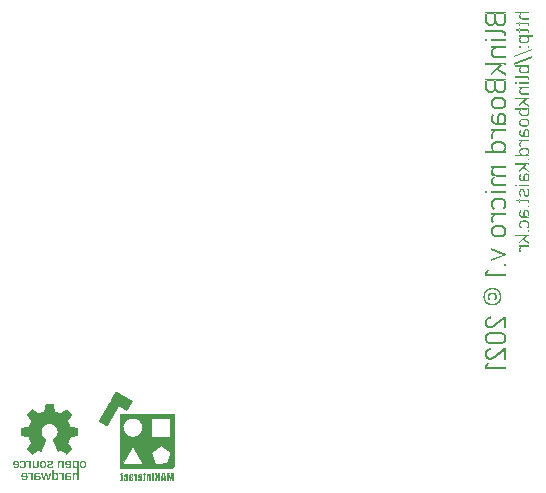
<source format=gbo>
G04*
G04 #@! TF.GenerationSoftware,Altium Limited,Altium Designer,21.7.2 (23)*
G04*
G04 Layer_Color=32896*
%FSLAX44Y44*%
%MOMM*%
G71*
G04*
G04 #@! TF.SameCoordinates,00971F6B-01B7-437C-A71D-B90B6339D582*
G04*
G04*
G04 #@! TF.FilePolarity,Positive*
G04*
G01*
G75*
G36*
X345456Y96128D02*
X345559D01*
Y96076D01*
X345611D01*
Y96025D01*
Y95973D01*
X345662D01*
Y95921D01*
X345611D01*
Y95870D01*
X345662D01*
Y95818D01*
Y95767D01*
X345714D01*
Y95715D01*
Y95663D01*
Y95612D01*
Y95560D01*
Y95508D01*
X345766D01*
Y95457D01*
Y95405D01*
Y95353D01*
Y95302D01*
Y95250D01*
Y95199D01*
X345817D01*
Y95147D01*
Y95095D01*
Y95044D01*
Y94992D01*
Y94941D01*
X345869D01*
Y94889D01*
Y94837D01*
Y94786D01*
Y94734D01*
Y94682D01*
X345920D01*
Y94631D01*
Y94579D01*
Y94527D01*
Y94476D01*
Y94424D01*
Y94373D01*
X345972D01*
Y94321D01*
Y94269D01*
X345920D01*
Y94218D01*
X345972D01*
Y94166D01*
Y94114D01*
X346024D01*
Y94063D01*
Y94011D01*
Y93959D01*
Y93908D01*
Y93856D01*
X346075D01*
Y93805D01*
X346024D01*
Y93753D01*
X346075D01*
Y93701D01*
Y93650D01*
Y93598D01*
Y93546D01*
X346127D01*
Y93495D01*
Y93443D01*
Y93392D01*
Y93340D01*
Y93288D01*
X346179D01*
Y93237D01*
Y93185D01*
Y93133D01*
Y93082D01*
Y93030D01*
Y92978D01*
X346230D01*
Y92927D01*
Y92875D01*
Y92823D01*
X346127D01*
Y92772D01*
X346230D01*
Y92720D01*
X346282D01*
Y92669D01*
Y92617D01*
Y92565D01*
Y92514D01*
Y92462D01*
X346334D01*
Y92410D01*
Y92359D01*
Y92307D01*
Y92255D01*
Y92204D01*
Y92152D01*
X346385D01*
Y92101D01*
Y92049D01*
Y91997D01*
Y91946D01*
Y91894D01*
X346437D01*
Y91842D01*
Y91791D01*
Y91739D01*
Y91688D01*
Y91636D01*
X346488D01*
Y91584D01*
Y91533D01*
Y91481D01*
Y91429D01*
Y91378D01*
Y91326D01*
X346540D01*
Y91274D01*
Y91223D01*
Y91171D01*
Y91120D01*
Y91068D01*
X346488D01*
Y91016D01*
Y90965D01*
X346540D01*
Y91016D01*
X346592D01*
Y90965D01*
Y90913D01*
Y90861D01*
Y90810D01*
Y90758D01*
X346643D01*
Y90707D01*
Y90655D01*
Y90603D01*
Y90552D01*
Y90500D01*
X346695D01*
Y90448D01*
X346643D01*
Y90397D01*
X346695D01*
Y90345D01*
Y90294D01*
Y90242D01*
X346747D01*
Y90190D01*
Y90139D01*
Y90087D01*
Y90035D01*
Y89984D01*
Y89932D01*
X346798D01*
Y89880D01*
Y89829D01*
Y89777D01*
Y89726D01*
X346850D01*
Y89674D01*
Y89622D01*
X346902D01*
Y89571D01*
X346953D01*
Y89519D01*
X347005D01*
Y89467D01*
X347056D01*
Y89416D01*
X347108D01*
Y89467D01*
X347160D01*
Y89416D01*
X347263D01*
Y89364D01*
X347366D01*
Y89312D01*
X347521D01*
Y89261D01*
X347624D01*
Y89209D01*
X347779D01*
Y89158D01*
X347831D01*
Y89106D01*
X348037D01*
Y89054D01*
Y89003D01*
Y88951D01*
X348089D01*
Y89003D01*
Y89054D01*
X348141D01*
Y89003D01*
X348296D01*
Y88951D01*
X348399D01*
Y88899D01*
X348502D01*
Y88848D01*
X348657D01*
Y88796D01*
X348760D01*
Y88744D01*
X348915D01*
Y88693D01*
X349019D01*
Y88641D01*
X349173D01*
Y88590D01*
X349277D01*
Y88538D01*
X349431D01*
Y88486D01*
X349535D01*
Y88435D01*
X349638D01*
Y88383D01*
X349793D01*
Y88331D01*
X349896D01*
Y88280D01*
X350051D01*
Y88228D01*
X350154D01*
Y88176D01*
X350309D01*
Y88125D01*
X350412D01*
Y88073D01*
X350516D01*
Y88022D01*
X350671D01*
Y87970D01*
X350774D01*
Y87918D01*
X350929D01*
Y87867D01*
X351032D01*
Y87815D01*
X351187D01*
Y87764D01*
X351652D01*
Y87815D01*
X351703D01*
Y87867D01*
X351755D01*
Y87918D01*
X351858D01*
Y87970D01*
X351910D01*
Y88022D01*
X352013D01*
Y88073D01*
X352065D01*
Y88125D01*
X352168D01*
Y88176D01*
X352220D01*
Y88228D01*
X352323D01*
Y88280D01*
X352375D01*
Y88331D01*
X352478D01*
Y88383D01*
X352529D01*
Y88435D01*
X352633D01*
Y88486D01*
X352684D01*
Y88538D01*
X352736D01*
Y88590D01*
X352839D01*
Y88538D01*
X352891D01*
Y88590D01*
X352839D01*
Y88641D01*
X352891D01*
Y88693D01*
X352943D01*
Y88641D01*
X352994D01*
Y88693D01*
Y88744D01*
X353046D01*
Y88796D01*
X353149D01*
Y88848D01*
X353201D01*
Y88899D01*
X353304D01*
Y88951D01*
X353356D01*
Y89003D01*
X353459D01*
Y89054D01*
X353511D01*
Y89106D01*
X353562D01*
Y89158D01*
X353665D01*
Y89209D01*
X353717D01*
Y89158D01*
X353769D01*
Y89209D01*
X353717D01*
Y89261D01*
X353820D01*
Y89312D01*
X353872D01*
Y89364D01*
X353975D01*
Y89416D01*
X354027D01*
Y89467D01*
X354130D01*
Y89519D01*
X354182D01*
Y89467D01*
X354233D01*
Y89519D01*
X354182D01*
Y89571D01*
X354285D01*
Y89622D01*
X354337D01*
Y89674D01*
X354440D01*
Y89726D01*
X354492D01*
Y89777D01*
X354543D01*
Y89829D01*
X354646D01*
Y89880D01*
X354698D01*
Y89932D01*
X354801D01*
Y89984D01*
X354853D01*
Y89932D01*
X354905D01*
Y89984D01*
X354853D01*
Y90035D01*
X354956D01*
Y90087D01*
X355008D01*
Y90139D01*
X355111D01*
Y90190D01*
X355163D01*
Y90242D01*
X355266D01*
Y90294D01*
X355318D01*
Y90345D01*
X355369D01*
Y90397D01*
X355473D01*
Y90448D01*
X355524D01*
Y90500D01*
X355628D01*
Y90448D01*
X355679D01*
Y90500D01*
X355628D01*
Y90552D01*
X355679D01*
Y90603D01*
X355782D01*
Y90655D01*
X355834D01*
Y90707D01*
X355937D01*
Y90758D01*
X355989D01*
Y90810D01*
X356092D01*
Y90861D01*
X356195D01*
Y90913D01*
Y90965D01*
X356299D01*
Y91016D01*
X356350D01*
Y91068D01*
X356454D01*
Y91120D01*
X356505D01*
Y91171D01*
X356609D01*
Y91120D01*
X356660D01*
Y91171D01*
X356609D01*
Y91223D01*
X356660D01*
Y91274D01*
X356712D01*
Y91223D01*
X356763D01*
Y91274D01*
Y91326D01*
X356867D01*
Y91378D01*
X357073D01*
Y91326D01*
X357125D01*
Y91274D01*
X357228D01*
Y91223D01*
X357280D01*
Y91171D01*
X357331D01*
Y91120D01*
X357383D01*
Y91068D01*
X357435D01*
Y91016D01*
X357486D01*
Y90965D01*
X357538D01*
Y90913D01*
X357589D01*
Y90861D01*
X357641D01*
Y90810D01*
X357693D01*
Y90758D01*
X357744D01*
Y90707D01*
X357796D01*
Y90655D01*
X357848D01*
Y90603D01*
X357899D01*
Y90552D01*
X357951D01*
Y90500D01*
X358003D01*
Y90448D01*
X358054D01*
Y90397D01*
X358106D01*
Y90345D01*
X358158D01*
Y90294D01*
X358209D01*
Y90242D01*
X358261D01*
Y90190D01*
X358312D01*
Y90139D01*
X358364D01*
Y90087D01*
X358416D01*
Y90035D01*
X358467D01*
Y89984D01*
X358519D01*
Y89932D01*
X358571D01*
Y89880D01*
X358622D01*
Y89829D01*
X358674D01*
Y89777D01*
X358725D01*
Y89726D01*
X358777D01*
Y89674D01*
X358829D01*
Y89622D01*
X358880D01*
Y89571D01*
X358932D01*
Y89519D01*
X358984D01*
Y89467D01*
X359035D01*
Y89416D01*
X359087D01*
Y89364D01*
X359138D01*
Y89312D01*
X359190D01*
Y89261D01*
X359242D01*
Y89209D01*
X359293D01*
Y89158D01*
X359345D01*
Y89106D01*
X359397D01*
Y89054D01*
X359448D01*
Y89003D01*
X359500D01*
Y88951D01*
X359552D01*
Y88899D01*
X359603D01*
Y88848D01*
X359655D01*
Y88796D01*
X359706D01*
Y88744D01*
X359758D01*
Y88693D01*
X359810D01*
Y88641D01*
X359861D01*
Y88590D01*
X359913D01*
Y88538D01*
X359965D01*
Y88486D01*
X360016D01*
Y88435D01*
X360068D01*
Y88383D01*
X360120D01*
Y88331D01*
X360171D01*
Y88280D01*
X360223D01*
Y88228D01*
X360274D01*
Y88176D01*
X360326D01*
Y88125D01*
X360378D01*
Y88073D01*
X360429D01*
Y88022D01*
Y87970D01*
X360533D01*
Y87918D01*
X360584D01*
Y87867D01*
X360636D01*
Y87815D01*
X360687D01*
Y87764D01*
X360739D01*
Y87712D01*
X360791D01*
Y87660D01*
X360842D01*
Y87609D01*
X360894D01*
Y87557D01*
X360946D01*
Y87505D01*
X360997D01*
Y87454D01*
X361049D01*
Y87402D01*
X361101D01*
Y87350D01*
X361152D01*
Y87299D01*
X361204D01*
Y87247D01*
X361255D01*
Y87196D01*
X361307D01*
Y87144D01*
X361359D01*
Y87092D01*
X361410D01*
Y87041D01*
X361462D01*
Y86989D01*
X361514D01*
Y86937D01*
Y86886D01*
X361565D01*
Y86834D01*
Y86782D01*
Y86731D01*
Y86679D01*
Y86628D01*
X361514D01*
Y86576D01*
Y86524D01*
X361462D01*
Y86473D01*
X361410D01*
Y86421D01*
Y86369D01*
X361359D01*
Y86318D01*
X361307D01*
Y86266D01*
X361255D01*
Y86215D01*
Y86163D01*
X361204D01*
Y86111D01*
Y86060D01*
X361152D01*
Y86008D01*
X361101D01*
Y85956D01*
Y85905D01*
X361049D01*
Y85853D01*
X360997D01*
Y85801D01*
Y85750D01*
X360946D01*
Y85698D01*
X360894D01*
Y85646D01*
Y85595D01*
X360791D01*
Y85543D01*
Y85492D01*
X360739D01*
Y85440D01*
Y85388D01*
X360687D01*
Y85337D01*
X360636D01*
Y85285D01*
Y85233D01*
X360584D01*
Y85182D01*
X360533D01*
Y85130D01*
Y85078D01*
X360481D01*
Y85027D01*
X360429D01*
Y84975D01*
Y84924D01*
X360378D01*
Y84872D01*
X360326D01*
Y84820D01*
Y84769D01*
X360274D01*
Y84717D01*
X360223D01*
Y84665D01*
X360171D01*
Y84614D01*
X360120D01*
Y84562D01*
Y84511D01*
X360068D01*
Y84459D01*
Y84407D01*
X360016D01*
Y84356D01*
X359965D01*
Y84304D01*
Y84252D01*
X359913D01*
Y84201D01*
X359861D01*
Y84149D01*
Y84097D01*
X359810D01*
Y84046D01*
X359758D01*
Y83994D01*
Y83943D01*
X359706D01*
Y83891D01*
X359655D01*
Y83839D01*
Y83788D01*
X359603D01*
Y83736D01*
X359552D01*
Y83685D01*
X359500D01*
Y83633D01*
Y83581D01*
X359448D01*
Y83530D01*
X359397D01*
Y83581D01*
X359345D01*
Y83530D01*
X359397D01*
Y83478D01*
Y83426D01*
X359345D01*
Y83375D01*
X359293D01*
Y83323D01*
Y83271D01*
X359242D01*
Y83220D01*
X359190D01*
Y83168D01*
Y83117D01*
X359138D01*
Y83065D01*
X359087D01*
Y83013D01*
Y82962D01*
X359035D01*
Y82910D01*
X358984D01*
Y82858D01*
X358932D01*
Y82807D01*
Y82755D01*
X358880D01*
Y82703D01*
X358829D01*
Y82652D01*
Y82600D01*
X358777D01*
Y82549D01*
X358725D01*
Y82497D01*
Y82445D01*
X358674D01*
Y82394D01*
X358622D01*
Y82342D01*
Y82290D01*
X358571D01*
Y82239D01*
X358519D01*
Y82187D01*
Y82135D01*
X358467D01*
Y82084D01*
X358416D01*
Y82032D01*
X358364D01*
Y81981D01*
Y81929D01*
X358312D01*
Y81877D01*
X358261D01*
Y81826D01*
Y81774D01*
X358209D01*
Y81722D01*
X358158D01*
Y81671D01*
Y81619D01*
X358106D01*
Y81567D01*
X358054D01*
Y81516D01*
Y81464D01*
X358003D01*
Y81413D01*
Y81361D01*
Y81309D01*
Y81258D01*
Y81206D01*
Y81154D01*
X358054D01*
Y81103D01*
Y81051D01*
Y80999D01*
X358106D01*
Y80948D01*
X358054D01*
Y80896D01*
X358158D01*
Y80845D01*
Y80793D01*
X358209D01*
Y80741D01*
Y80690D01*
Y80638D01*
X358261D01*
Y80587D01*
Y80535D01*
X358312D01*
Y80483D01*
X358261D01*
Y80432D01*
X358364D01*
Y80380D01*
Y80328D01*
Y80277D01*
X358416D01*
Y80225D01*
Y80173D01*
X358467D01*
Y80122D01*
Y80070D01*
X358519D01*
Y80019D01*
Y79967D01*
Y79915D01*
X358571D01*
Y79864D01*
Y79812D01*
X358622D01*
Y79760D01*
Y79709D01*
X358674D01*
Y79657D01*
Y79605D01*
Y79554D01*
X358725D01*
Y79502D01*
Y79450D01*
X358777D01*
Y79399D01*
Y79347D01*
X358829D01*
Y79296D01*
Y79244D01*
Y79192D01*
X358880D01*
Y79141D01*
Y79089D01*
X358932D01*
Y79037D01*
Y78986D01*
X358984D01*
Y78934D01*
Y78883D01*
Y78831D01*
X359035D01*
Y78779D01*
Y78728D01*
X359087D01*
Y78676D01*
Y78624D01*
X359138D01*
Y78573D01*
Y78521D01*
Y78470D01*
X359190D01*
Y78418D01*
Y78366D01*
X359242D01*
Y78315D01*
Y78263D01*
X359293D01*
Y78211D01*
Y78160D01*
Y78108D01*
X359345D01*
Y78057D01*
Y78005D01*
X359397D01*
Y77953D01*
Y77902D01*
X359448D01*
Y77850D01*
Y77798D01*
Y77747D01*
X359500D01*
Y77695D01*
Y77643D01*
X359552D01*
Y77592D01*
Y77540D01*
X359603D01*
Y77488D01*
Y77437D01*
X359552D01*
Y77385D01*
X359655D01*
Y77334D01*
Y77282D01*
X359706D01*
Y77230D01*
Y77179D01*
X359758D01*
Y77127D01*
Y77075D01*
Y77024D01*
X359810D01*
Y76972D01*
Y76920D01*
X359861D01*
Y76869D01*
Y76817D01*
X359913D01*
Y76766D01*
Y76714D01*
X359965D01*
Y76662D01*
X360016D01*
Y76611D01*
X360120D01*
Y76559D01*
X360326D01*
Y76508D01*
X360636D01*
Y76456D01*
X360894D01*
Y76404D01*
X361152D01*
Y76353D01*
X361204D01*
Y76301D01*
X361255D01*
Y76353D01*
X361462D01*
Y76301D01*
X361720D01*
Y76249D01*
X361927D01*
Y76198D01*
X362185D01*
Y76146D01*
X362237D01*
Y76198D01*
X362288D01*
Y76146D01*
X362546D01*
Y76094D01*
X362856D01*
Y76043D01*
X363114D01*
Y75991D01*
X363372D01*
Y75939D01*
X363682D01*
Y75888D01*
X363940D01*
Y75836D01*
X364199D01*
Y75785D01*
Y75733D01*
X364250D01*
Y75785D01*
X364405D01*
Y75733D01*
X364457D01*
Y75785D01*
X364508D01*
Y75733D01*
X364767D01*
Y75681D01*
X364818D01*
Y75630D01*
X364870D01*
Y75681D01*
X365076D01*
Y75630D01*
X365335D01*
Y75578D01*
X365593D01*
Y75526D01*
X365902D01*
Y75475D01*
X366161D01*
Y75423D01*
X366264D01*
Y75371D01*
X366212D01*
Y75320D01*
X366367D01*
Y75268D01*
Y75217D01*
Y75165D01*
X366315D01*
Y75113D01*
Y75062D01*
X366367D01*
Y75010D01*
Y74959D01*
Y74907D01*
Y74855D01*
Y74804D01*
Y74752D01*
Y74700D01*
Y74649D01*
Y74597D01*
Y74545D01*
Y74494D01*
Y74442D01*
Y74391D01*
Y74339D01*
Y74287D01*
Y74236D01*
Y74184D01*
Y74132D01*
Y74081D01*
Y74029D01*
Y73977D01*
Y73926D01*
Y73874D01*
Y73822D01*
Y73771D01*
Y73719D01*
Y73668D01*
Y73616D01*
Y73564D01*
Y73513D01*
Y73461D01*
Y73410D01*
Y73358D01*
Y73306D01*
Y73255D01*
Y73203D01*
Y73151D01*
Y73100D01*
X366315D01*
Y73048D01*
X366367D01*
Y72996D01*
Y72945D01*
Y72893D01*
Y72842D01*
Y72790D01*
Y72738D01*
Y72687D01*
Y72635D01*
Y72583D01*
Y72532D01*
Y72480D01*
Y72428D01*
Y72377D01*
Y72325D01*
Y72274D01*
Y72222D01*
Y72170D01*
Y72119D01*
Y72067D01*
Y72015D01*
Y71964D01*
Y71912D01*
Y71860D01*
Y71809D01*
Y71757D01*
Y71706D01*
Y71654D01*
Y71602D01*
Y71551D01*
Y71499D01*
Y71447D01*
Y71396D01*
Y71344D01*
Y71293D01*
Y71241D01*
Y71189D01*
Y71138D01*
Y71086D01*
Y71034D01*
Y70983D01*
Y70931D01*
Y70880D01*
Y70828D01*
Y70776D01*
Y70725D01*
Y70673D01*
Y70621D01*
Y70570D01*
Y70518D01*
Y70466D01*
Y70415D01*
Y70363D01*
Y70311D01*
Y70260D01*
Y70208D01*
Y70157D01*
Y70105D01*
Y70053D01*
Y70002D01*
Y69950D01*
Y69898D01*
Y69847D01*
Y69795D01*
Y69743D01*
Y69692D01*
Y69640D01*
Y69589D01*
Y69537D01*
Y69485D01*
Y69434D01*
Y69382D01*
X366315D01*
Y69331D01*
X366367D01*
Y69279D01*
Y69227D01*
Y69176D01*
Y69124D01*
Y69072D01*
Y69021D01*
Y68969D01*
Y68917D01*
X366315D01*
Y68866D01*
Y68814D01*
X366212D01*
Y68762D01*
X366057D01*
Y68711D01*
X365799D01*
Y68659D01*
X365593D01*
Y68711D01*
X365541D01*
Y68659D01*
Y68608D01*
X365231D01*
Y68556D01*
X364973D01*
Y68504D01*
X364715D01*
Y68453D01*
X364405D01*
Y68401D01*
X364147D01*
Y68349D01*
X363940D01*
Y68401D01*
X363889D01*
Y68349D01*
Y68298D01*
X363579D01*
Y68246D01*
X363527D01*
Y68298D01*
X363476D01*
Y68246D01*
X363321D01*
Y68195D01*
X363011D01*
Y68143D01*
X362753D01*
Y68091D01*
X362495D01*
Y68040D01*
X362185D01*
Y67988D01*
X361927D01*
Y67936D01*
X361669D01*
Y67885D01*
X361359D01*
Y67833D01*
X361101D01*
Y67782D01*
X360842D01*
Y67730D01*
X360791D01*
Y67782D01*
X360739D01*
Y67730D01*
X360481D01*
Y67678D01*
X360274D01*
Y67627D01*
X360171D01*
Y67575D01*
X360120D01*
Y67523D01*
X360016D01*
Y67472D01*
X360068D01*
Y67420D01*
X360016D01*
Y67368D01*
Y67317D01*
X359965D01*
Y67265D01*
Y67214D01*
Y67162D01*
X359913D01*
Y67110D01*
Y67059D01*
X359861D01*
Y67110D01*
X359810D01*
Y67059D01*
X359861D01*
Y67007D01*
Y66955D01*
Y66904D01*
X359810D01*
Y66852D01*
Y66800D01*
X359758D01*
Y66749D01*
Y66697D01*
Y66646D01*
X359706D01*
Y66594D01*
Y66542D01*
X359655D01*
Y66491D01*
Y66439D01*
Y66387D01*
X359603D01*
Y66336D01*
Y66284D01*
X359552D01*
Y66233D01*
Y66181D01*
Y66129D01*
X359500D01*
Y66078D01*
Y66026D01*
X359397D01*
Y65974D01*
X359448D01*
Y65923D01*
Y65871D01*
X359397D01*
Y65819D01*
Y65768D01*
X359293D01*
Y65716D01*
X359345D01*
Y65665D01*
Y65613D01*
X359293D01*
Y65561D01*
Y65510D01*
X359242D01*
Y65458D01*
Y65406D01*
Y65355D01*
X359190D01*
Y65303D01*
Y65251D01*
X359138D01*
Y65200D01*
Y65148D01*
Y65097D01*
X359035D01*
Y65045D01*
X359087D01*
Y64993D01*
X359035D01*
Y64942D01*
Y64890D01*
Y64838D01*
X358984D01*
Y64787D01*
Y64735D01*
X358880D01*
Y64683D01*
X358932D01*
Y64632D01*
Y64580D01*
X358880D01*
Y64529D01*
Y64477D01*
X358829D01*
Y64425D01*
Y64374D01*
Y64322D01*
X358777D01*
Y64374D01*
X358725D01*
Y64322D01*
X358777D01*
Y64270D01*
Y64219D01*
X358725D01*
Y64167D01*
Y64116D01*
Y64064D01*
X358674D01*
Y64012D01*
X358622D01*
Y63961D01*
Y63909D01*
Y63857D01*
Y63806D01*
X358571D01*
Y63754D01*
Y63703D01*
X358519D01*
Y63651D01*
Y63599D01*
Y63548D01*
X358467D01*
Y63496D01*
Y63444D01*
X358416D01*
Y63393D01*
Y63341D01*
Y63289D01*
X358364D01*
Y63238D01*
Y63186D01*
X358312D01*
Y63134D01*
Y63083D01*
Y63031D01*
X358261D01*
Y62980D01*
Y62928D01*
X358209D01*
Y62980D01*
X358106D01*
Y62928D01*
X358209D01*
Y62876D01*
Y62825D01*
Y62773D01*
X358158D01*
Y62721D01*
Y62670D01*
Y62618D01*
Y62566D01*
X358209D01*
Y62515D01*
Y62463D01*
Y62412D01*
X358261D01*
Y62360D01*
X358312D01*
Y62308D01*
Y62257D01*
X358364D01*
Y62205D01*
X358416D01*
Y62154D01*
Y62102D01*
X358467D01*
Y62050D01*
X358519D01*
Y61999D01*
Y61947D01*
X358571D01*
Y61895D01*
X358622D01*
Y61844D01*
Y61792D01*
X358674D01*
Y61740D01*
X358725D01*
Y61689D01*
X358777D01*
Y61637D01*
Y61585D01*
X358829D01*
Y61534D01*
X358880D01*
Y61482D01*
Y61431D01*
X358932D01*
Y61379D01*
X358984D01*
Y61327D01*
Y61276D01*
X359035D01*
Y61224D01*
X359087D01*
Y61172D01*
Y61121D01*
X359138D01*
Y61069D01*
X359190D01*
Y61018D01*
Y60966D01*
X359242D01*
Y60914D01*
X359293D01*
Y60863D01*
X359345D01*
Y60811D01*
Y60759D01*
X359397D01*
Y60708D01*
X359448D01*
Y60656D01*
Y60605D01*
X359500D01*
Y60553D01*
X359552D01*
Y60501D01*
Y60450D01*
Y60398D01*
X359655D01*
Y60346D01*
Y60295D01*
X359706D01*
Y60243D01*
Y60191D01*
X359758D01*
Y60140D01*
X359810D01*
Y60088D01*
X359861D01*
Y60037D01*
X359913D01*
Y59985D01*
Y59933D01*
X359965D01*
Y59882D01*
X360016D01*
Y59830D01*
Y59778D01*
X360068D01*
Y59727D01*
X360120D01*
Y59675D01*
Y59623D01*
X360171D01*
Y59572D01*
X360223D01*
Y59520D01*
Y59469D01*
X360274D01*
Y59417D01*
X360326D01*
Y59365D01*
Y59314D01*
X360378D01*
Y59262D01*
X360429D01*
Y59210D01*
Y59159D01*
X360481D01*
Y59107D01*
X360533D01*
Y59056D01*
X360584D01*
Y59004D01*
Y58952D01*
X360636D01*
Y58901D01*
X360687D01*
Y58849D01*
Y58797D01*
X360739D01*
Y58746D01*
X360791D01*
Y58694D01*
Y58642D01*
X360842D01*
Y58591D01*
X360894D01*
Y58539D01*
Y58488D01*
X360946D01*
Y58436D01*
X360997D01*
Y58384D01*
Y58333D01*
Y58281D01*
X361101D01*
Y58229D01*
X361152D01*
Y58178D01*
Y58126D01*
X361204D01*
Y58074D01*
X361255D01*
Y58023D01*
Y57971D01*
X361307D01*
Y57920D01*
X361359D01*
Y57868D01*
Y57816D01*
X361410D01*
Y57765D01*
X361462D01*
Y57713D01*
Y57661D01*
X361514D01*
Y57610D01*
X361565D01*
Y57558D01*
Y57506D01*
Y57455D01*
Y57403D01*
Y57352D01*
Y57300D01*
X361514D01*
Y57248D01*
X361462D01*
Y57197D01*
X361410D01*
Y57145D01*
X361359D01*
Y57093D01*
X361307D01*
Y57042D01*
X361255D01*
Y56990D01*
X361204D01*
Y56939D01*
X361152D01*
Y56887D01*
X361101D01*
Y56835D01*
X361049D01*
Y56784D01*
X360997D01*
Y56732D01*
X360946D01*
Y56680D01*
X360894D01*
Y56629D01*
X360842D01*
Y56577D01*
X360791D01*
Y56526D01*
X360739D01*
Y56474D01*
X360687D01*
Y56422D01*
X360636D01*
Y56371D01*
X360584D01*
Y56319D01*
X360533D01*
Y56267D01*
X360481D01*
Y56216D01*
X360429D01*
Y56164D01*
X360378D01*
Y56112D01*
X360326D01*
Y56061D01*
X360274D01*
Y56009D01*
X360223D01*
Y55957D01*
X360171D01*
Y55906D01*
X360120D01*
Y55854D01*
X360068D01*
Y55803D01*
X360016D01*
Y55751D01*
X359965D01*
Y55699D01*
X359913D01*
Y55648D01*
X359861D01*
Y55596D01*
X359810D01*
Y55544D01*
X359758D01*
Y55493D01*
X359706D01*
Y55441D01*
X359655D01*
Y55390D01*
X359603D01*
Y55338D01*
X359552D01*
Y55286D01*
X359500D01*
Y55235D01*
X359448D01*
Y55286D01*
X359397D01*
Y55235D01*
X359448D01*
Y55183D01*
X359397D01*
Y55131D01*
X359345D01*
Y55080D01*
X359293D01*
Y55028D01*
X359242D01*
Y54977D01*
X359190D01*
Y54925D01*
X359138D01*
Y54873D01*
X359087D01*
Y54822D01*
X359035D01*
Y54770D01*
X358984D01*
Y54718D01*
X358932D01*
Y54667D01*
X358880D01*
Y54615D01*
X358829D01*
Y54563D01*
X358777D01*
Y54512D01*
X358725D01*
Y54460D01*
X358674D01*
Y54408D01*
X358622D01*
Y54357D01*
X358571D01*
Y54305D01*
X358519D01*
Y54254D01*
X358467D01*
Y54202D01*
X358416D01*
Y54150D01*
X358364D01*
Y54099D01*
X358312D01*
Y54047D01*
X358261D01*
Y53995D01*
X358209D01*
Y53944D01*
X358158D01*
Y53892D01*
X358106D01*
Y53841D01*
X358054D01*
Y53789D01*
X358003D01*
Y53737D01*
X357951D01*
Y53686D01*
X357899D01*
Y53634D01*
X357848D01*
Y53582D01*
X357796D01*
Y53531D01*
X357744D01*
Y53479D01*
X357693D01*
Y53428D01*
X357641D01*
Y53376D01*
X357589D01*
Y53324D01*
X357538D01*
Y53273D01*
X357486D01*
Y53221D01*
X357435D01*
Y53169D01*
X357383D01*
Y53118D01*
X357331D01*
Y53066D01*
X357280D01*
Y53014D01*
X357228D01*
Y53066D01*
X357177D01*
Y53014D01*
X357228D01*
Y52963D01*
X357177D01*
Y52911D01*
X357125D01*
Y52860D01*
X357022D01*
Y52808D01*
X356918D01*
Y52860D01*
X356763D01*
Y52911D01*
X356712D01*
Y52963D01*
X356609D01*
Y53014D01*
X356557D01*
Y53066D01*
X356454D01*
Y53118D01*
X356402D01*
Y53169D01*
X356299D01*
Y53221D01*
X356247D01*
Y53273D01*
X356144D01*
Y53324D01*
X356092D01*
Y53376D01*
X355989D01*
Y53428D01*
X355937D01*
Y53479D01*
X355886D01*
Y53531D01*
X355782D01*
Y53582D01*
X355731D01*
Y53634D01*
X355628D01*
Y53686D01*
X355576D01*
Y53737D01*
X355473D01*
Y53789D01*
X355421D01*
Y53841D01*
X355318D01*
Y53892D01*
X355266D01*
Y53944D01*
X355163D01*
Y53995D01*
X355111D01*
Y54047D01*
X355060D01*
Y54099D01*
X354956D01*
Y54150D01*
X354905D01*
Y54202D01*
X354801D01*
Y54254D01*
X354750D01*
Y54305D01*
X354646D01*
Y54357D01*
X354595D01*
Y54408D01*
X354492D01*
Y54460D01*
X354440D01*
Y54512D01*
X354337D01*
Y54563D01*
X354285D01*
Y54615D01*
X354233D01*
Y54667D01*
X354130D01*
Y54718D01*
X354078D01*
Y54770D01*
X353975D01*
Y54822D01*
X353924D01*
Y54873D01*
X353820D01*
Y54925D01*
X353769D01*
Y54977D01*
X353665D01*
Y55028D01*
X353614D01*
Y55080D01*
X353511D01*
Y55131D01*
X353459D01*
Y55183D01*
Y55235D01*
X353407D01*
Y55183D01*
X353356D01*
Y55235D01*
X353304D01*
Y55286D01*
X353252D01*
Y55338D01*
X353149D01*
Y55390D01*
X353097D01*
Y55441D01*
X352994D01*
Y55493D01*
X352943D01*
Y55544D01*
X352839D01*
Y55596D01*
X352788D01*
Y55648D01*
X352684D01*
Y55699D01*
X352633D01*
Y55751D01*
X352529D01*
Y55803D01*
X352478D01*
Y55854D01*
X352426D01*
Y55906D01*
Y55957D01*
X352375D01*
Y55906D01*
X352323D01*
Y55957D01*
X352271D01*
Y56009D01*
X352168D01*
Y56061D01*
X352116D01*
Y56112D01*
X352013D01*
Y56164D01*
X351703D01*
Y56112D01*
X351600D01*
Y56061D01*
X351497D01*
Y56009D01*
X351394D01*
Y55957D01*
X351239D01*
Y55906D01*
X351187D01*
Y55854D01*
X351084D01*
Y55803D01*
X350980D01*
Y55751D01*
X350877D01*
Y55699D01*
X350826D01*
Y55648D01*
X350671D01*
Y55596D01*
X350619D01*
Y55544D01*
X350516D01*
Y55493D01*
X350412D01*
Y55441D01*
X350361D01*
Y55493D01*
X350309D01*
Y55441D01*
Y55390D01*
X350206D01*
Y55338D01*
X350103D01*
Y55286D01*
X350051D01*
Y55235D01*
X349948D01*
Y55183D01*
X349845D01*
Y55131D01*
X349741D01*
Y55183D01*
X349690D01*
Y55131D01*
X349741D01*
Y55080D01*
X349638D01*
Y55028D01*
X349535D01*
Y54977D01*
X349380D01*
Y55028D01*
X349277D01*
Y55080D01*
X349225D01*
Y55131D01*
Y55183D01*
X349173D01*
Y55235D01*
Y55286D01*
Y55338D01*
X349122D01*
Y55390D01*
Y55441D01*
X349070D01*
Y55493D01*
Y55544D01*
X349122D01*
Y55596D01*
X349019D01*
Y55648D01*
X349070D01*
Y55699D01*
X348967D01*
Y55751D01*
Y55803D01*
Y55854D01*
X348915D01*
Y55906D01*
Y55957D01*
X348863D01*
Y56009D01*
Y56061D01*
X348812D01*
Y56112D01*
Y56164D01*
Y56216D01*
X348760D01*
Y56267D01*
Y56319D01*
X348709D01*
Y56371D01*
Y56422D01*
Y56474D01*
X348657D01*
Y56526D01*
Y56577D01*
X348605D01*
Y56629D01*
Y56680D01*
Y56732D01*
X348554D01*
Y56784D01*
Y56835D01*
X348502D01*
Y56887D01*
Y56939D01*
X348451D01*
Y56990D01*
Y57042D01*
Y57093D01*
X348399D01*
Y57145D01*
Y57197D01*
X348347D01*
Y57248D01*
Y57300D01*
Y57352D01*
X348296D01*
Y57403D01*
Y57455D01*
X348244D01*
Y57506D01*
Y57558D01*
X348192D01*
Y57610D01*
Y57661D01*
Y57713D01*
X348141D01*
Y57765D01*
Y57816D01*
X348089D01*
Y57868D01*
Y57920D01*
Y57971D01*
X348037D01*
Y58023D01*
Y58074D01*
X347986D01*
Y58126D01*
Y58178D01*
X347934D01*
Y58229D01*
Y58281D01*
Y58333D01*
X347882D01*
Y58384D01*
Y58436D01*
X347831D01*
Y58488D01*
Y58539D01*
Y58591D01*
X347779D01*
Y58642D01*
Y58694D01*
X347728D01*
Y58746D01*
Y58797D01*
Y58849D01*
X347676D01*
Y58901D01*
Y58952D01*
X347624D01*
Y59004D01*
Y59056D01*
X347573D01*
Y59107D01*
Y59159D01*
Y59210D01*
X347521D01*
Y59262D01*
Y59314D01*
X347469D01*
Y59365D01*
X347521D01*
Y59417D01*
X347469D01*
Y59469D01*
X347418D01*
Y59520D01*
Y59572D01*
X347366D01*
Y59623D01*
Y59675D01*
X347314D01*
Y59727D01*
Y59778D01*
Y59830D01*
X347263D01*
Y59882D01*
Y59933D01*
X347211D01*
Y59985D01*
Y60037D01*
Y60088D01*
X347160D01*
Y60140D01*
Y60191D01*
X347108D01*
Y60243D01*
Y60295D01*
Y60346D01*
X347056D01*
Y60398D01*
Y60450D01*
X347005D01*
Y60501D01*
Y60553D01*
X346953D01*
Y60605D01*
Y60656D01*
Y60708D01*
X346902D01*
Y60759D01*
Y60811D01*
X346850D01*
Y60863D01*
Y60914D01*
Y60966D01*
X346798D01*
Y61018D01*
Y61069D01*
X346747D01*
Y61121D01*
Y61172D01*
X346695D01*
Y61224D01*
Y61276D01*
Y61327D01*
X346643D01*
Y61379D01*
X346695D01*
Y61431D01*
X346592D01*
Y61482D01*
Y61534D01*
Y61585D01*
X346540D01*
Y61637D01*
Y61689D01*
X346488D01*
Y61740D01*
Y61792D01*
Y61844D01*
X346437D01*
Y61895D01*
Y61947D01*
X346385D01*
Y61999D01*
Y62050D01*
X346334D01*
Y62102D01*
Y62154D01*
Y62205D01*
X346282D01*
Y62257D01*
Y62308D01*
X346230D01*
Y62360D01*
Y62412D01*
Y62463D01*
X346179D01*
Y62515D01*
Y62566D01*
X346127D01*
Y62618D01*
Y62670D01*
X346075D01*
Y62721D01*
Y62773D01*
Y62825D01*
X346024D01*
Y62876D01*
Y62928D01*
X345972D01*
Y62980D01*
Y63031D01*
Y63083D01*
X345920D01*
Y63134D01*
Y63186D01*
X345869D01*
Y63238D01*
Y63289D01*
Y63341D01*
X345817D01*
Y63393D01*
Y63444D01*
X345766D01*
Y63496D01*
Y63548D01*
X345714D01*
Y63599D01*
Y63651D01*
Y63703D01*
X345662D01*
Y63754D01*
Y63806D01*
X345611D01*
Y63857D01*
Y63909D01*
Y63961D01*
X345559D01*
Y64012D01*
Y64064D01*
X345507D01*
Y64116D01*
Y64167D01*
X345456D01*
Y64219D01*
Y64270D01*
X345507D01*
Y64322D01*
X345404D01*
Y64374D01*
Y64425D01*
X345353D01*
Y64477D01*
Y64529D01*
Y64580D01*
X345301D01*
Y64632D01*
Y64683D01*
X345249D01*
Y64735D01*
Y64787D01*
Y64838D01*
X345198D01*
Y64890D01*
Y64942D01*
X345146D01*
Y64993D01*
Y65045D01*
X345094D01*
Y65097D01*
Y65148D01*
Y65200D01*
X345043D01*
Y65251D01*
Y65303D01*
X344991D01*
Y65355D01*
Y65406D01*
Y65458D01*
X344939D01*
Y65510D01*
Y65561D01*
Y65613D01*
Y65665D01*
X344991D01*
Y65716D01*
Y65768D01*
X345043D01*
Y65819D01*
X345146D01*
Y65871D01*
X345198D01*
Y65923D01*
X345301D01*
Y65974D01*
X345353D01*
Y66026D01*
X345456D01*
Y66078D01*
X345559D01*
Y66129D01*
X345611D01*
Y66181D01*
X345714D01*
Y66233D01*
X345766D01*
Y66284D01*
X345817D01*
Y66336D01*
X345869D01*
Y66387D01*
X345972D01*
Y66439D01*
X346024D01*
Y66491D01*
X346127D01*
Y66542D01*
X346179D01*
Y66594D01*
X346282D01*
Y66646D01*
X346334D01*
Y66697D01*
X346385D01*
Y66749D01*
X346437D01*
Y66800D01*
X346540D01*
Y66852D01*
X346592D01*
Y66904D01*
X346643D01*
Y66955D01*
X346695D01*
Y67007D01*
X346747D01*
Y67059D01*
X346850D01*
Y67110D01*
X346902D01*
Y67162D01*
X346953D01*
Y67214D01*
X347005D01*
Y67265D01*
X347056D01*
Y67317D01*
X347108D01*
Y67368D01*
X347160D01*
Y67420D01*
X347211D01*
Y67472D01*
X347263D01*
Y67523D01*
X347314D01*
Y67575D01*
X347366D01*
Y67627D01*
Y67678D01*
X347418D01*
Y67730D01*
X347469D01*
Y67782D01*
X347521D01*
Y67833D01*
X347573D01*
Y67885D01*
X347624D01*
Y67833D01*
X347676D01*
Y67885D01*
X347624D01*
Y67936D01*
Y67988D01*
X347676D01*
Y68040D01*
X347728D01*
Y68091D01*
X347779D01*
Y68143D01*
Y68195D01*
X347831D01*
Y68246D01*
X347882D01*
Y68298D01*
Y68349D01*
X347934D01*
Y68401D01*
X347986D01*
Y68453D01*
Y68504D01*
X348037D01*
Y68556D01*
X348089D01*
Y68608D01*
Y68659D01*
X348141D01*
Y68711D01*
X348192D01*
Y68762D01*
Y68814D01*
Y68866D01*
X348244D01*
Y68917D01*
X348296D01*
Y68866D01*
X348347D01*
Y68917D01*
Y68969D01*
X348296D01*
Y69021D01*
X348347D01*
Y69072D01*
Y69124D01*
X348399D01*
Y69176D01*
Y69227D01*
Y69279D01*
X348451D01*
Y69331D01*
Y69382D01*
X348502D01*
Y69434D01*
Y69485D01*
X348554D01*
Y69537D01*
Y69589D01*
Y69640D01*
X348605D01*
Y69589D01*
X348657D01*
Y69640D01*
X348605D01*
Y69692D01*
Y69743D01*
X348657D01*
Y69795D01*
Y69847D01*
Y69898D01*
X348709D01*
Y69950D01*
Y70002D01*
Y70053D01*
X348760D01*
Y70105D01*
Y70157D01*
Y70208D01*
Y70260D01*
X348812D01*
Y70311D01*
Y70363D01*
Y70415D01*
X348863D01*
Y70466D01*
Y70518D01*
Y70570D01*
Y70621D01*
Y70673D01*
X348915D01*
Y70725D01*
Y70776D01*
Y70828D01*
Y70880D01*
X348967D01*
Y70931D01*
Y70983D01*
Y71034D01*
Y71086D01*
Y71138D01*
Y71189D01*
X349019D01*
Y71241D01*
X348967D01*
Y71293D01*
X349019D01*
Y71241D01*
X349070D01*
Y71293D01*
X349019D01*
Y71344D01*
Y71396D01*
Y71447D01*
Y71499D01*
Y71551D01*
Y71602D01*
Y71654D01*
Y71706D01*
Y71757D01*
X349070D01*
Y71809D01*
X349019D01*
Y71860D01*
Y71912D01*
Y71964D01*
Y72015D01*
Y72067D01*
Y72119D01*
Y72170D01*
Y72222D01*
Y72274D01*
Y72325D01*
Y72377D01*
Y72428D01*
Y72480D01*
Y72532D01*
Y72583D01*
Y72635D01*
X349070D01*
Y72687D01*
X349019D01*
Y72738D01*
Y72790D01*
Y72842D01*
X348967D01*
Y72893D01*
Y72945D01*
X349019D01*
Y72996D01*
X348967D01*
Y73048D01*
Y73100D01*
Y73151D01*
Y73203D01*
X348915D01*
Y73255D01*
Y73306D01*
Y73358D01*
Y73410D01*
Y73461D01*
X348863D01*
Y73513D01*
Y73564D01*
Y73616D01*
Y73668D01*
Y73719D01*
X348812D01*
Y73771D01*
Y73822D01*
Y73874D01*
X348760D01*
Y73926D01*
Y73977D01*
Y74029D01*
Y74081D01*
X348709D01*
Y74132D01*
Y74184D01*
Y74236D01*
X348657D01*
Y74287D01*
Y74339D01*
Y74391D01*
X348605D01*
Y74442D01*
Y74494D01*
X348554D01*
Y74545D01*
Y74597D01*
Y74649D01*
X348502D01*
Y74700D01*
Y74752D01*
X348451D01*
Y74804D01*
X348502D01*
Y74855D01*
X348399D01*
Y74907D01*
Y74959D01*
X348451D01*
Y75010D01*
X348347D01*
Y75062D01*
Y75113D01*
X348296D01*
Y75165D01*
Y75217D01*
X348244D01*
Y75268D01*
X348192D01*
Y75320D01*
Y75371D01*
X348141D01*
Y75423D01*
Y75475D01*
X348089D01*
Y75526D01*
Y75578D01*
X348037D01*
Y75630D01*
X347986D01*
Y75681D01*
Y75733D01*
X347934D01*
Y75785D01*
X347882D01*
Y75836D01*
Y75888D01*
X347831D01*
Y75939D01*
X347779D01*
Y75991D01*
Y76043D01*
X347728D01*
Y76094D01*
X347676D01*
Y76146D01*
X347624D01*
Y76198D01*
X347676D01*
Y76249D01*
X347573D01*
Y76301D01*
X347521D01*
Y76353D01*
X347469D01*
Y76404D01*
X347418D01*
Y76456D01*
Y76508D01*
X347366D01*
Y76559D01*
X347314D01*
Y76611D01*
X347263D01*
Y76662D01*
X347211D01*
Y76714D01*
X347160D01*
Y76766D01*
Y76817D01*
X347056D01*
Y76869D01*
X347005D01*
Y76920D01*
X346953D01*
Y76972D01*
X346902D01*
Y77024D01*
X346850D01*
Y77075D01*
X346747D01*
Y77127D01*
X346695D01*
Y77179D01*
X346643D01*
Y77230D01*
X346592D01*
Y77282D01*
X346540D01*
Y77334D01*
X346488D01*
Y77385D01*
X346385D01*
Y77437D01*
X346334D01*
Y77488D01*
X346282D01*
Y77540D01*
X346179D01*
Y77592D01*
X346127D01*
Y77643D01*
X346024D01*
Y77695D01*
X345972D01*
Y77747D01*
X345869D01*
Y77798D01*
X345817D01*
Y77850D01*
X345714D01*
Y77902D01*
X345611D01*
Y77953D01*
X345559D01*
Y78005D01*
X345404D01*
Y78057D01*
X345353D01*
Y78108D01*
X345249D01*
Y78160D01*
X345094D01*
Y78211D01*
X344991D01*
Y78263D01*
X344888D01*
Y78315D01*
X344733D01*
Y78366D01*
X344630D01*
Y78418D01*
X344475D01*
Y78470D01*
X344320D01*
Y78521D01*
X344113D01*
Y78573D01*
X343958D01*
Y78624D01*
X343700D01*
Y78676D01*
X343442D01*
Y78728D01*
X343339D01*
Y78779D01*
X343287D01*
Y78728D01*
X343081D01*
Y78779D01*
X341842D01*
Y78831D01*
X341790D01*
Y78779D01*
X341532D01*
Y78728D01*
X341170D01*
Y78676D01*
X340912D01*
Y78624D01*
X340654D01*
Y78573D01*
X340447D01*
Y78521D01*
X340344D01*
Y78573D01*
X340293D01*
Y78521D01*
Y78470D01*
X340138D01*
Y78418D01*
X339983D01*
Y78470D01*
X339931D01*
Y78418D01*
X339983D01*
Y78366D01*
X339879D01*
Y78315D01*
X339725D01*
Y78263D01*
X339673D01*
Y78315D01*
X339621D01*
Y78263D01*
Y78211D01*
X339518D01*
Y78160D01*
X339363D01*
Y78108D01*
X339260D01*
Y78057D01*
X339156D01*
Y78005D01*
X339105D01*
Y77953D01*
X339053D01*
Y78005D01*
X338950D01*
Y77953D01*
X339002D01*
Y77902D01*
X338898D01*
Y77850D01*
X338795D01*
Y77798D01*
X338744D01*
Y77747D01*
X338640D01*
Y77695D01*
X338589D01*
Y77643D01*
X338485D01*
Y77592D01*
X338434D01*
Y77540D01*
X338330D01*
Y77488D01*
X338279D01*
Y77437D01*
X338227D01*
Y77385D01*
X338124D01*
Y77334D01*
X338072D01*
Y77282D01*
X338021D01*
Y77230D01*
X337969D01*
Y77282D01*
X337917D01*
Y77230D01*
X337969D01*
Y77179D01*
X337917D01*
Y77230D01*
X337866D01*
Y77179D01*
X337917D01*
Y77127D01*
X337814D01*
Y77075D01*
X337762D01*
Y77024D01*
X337711D01*
Y76972D01*
X337659D01*
Y76920D01*
X337608D01*
Y76869D01*
X337556D01*
Y76817D01*
X337504D01*
Y76766D01*
X337453D01*
Y76714D01*
X337401D01*
Y76662D01*
X337349D01*
Y76611D01*
X337298D01*
Y76559D01*
X337246D01*
Y76508D01*
Y76456D01*
X337195D01*
Y76404D01*
X337143D01*
Y76353D01*
X336988D01*
Y76301D01*
X337040D01*
Y76249D01*
X336988D01*
Y76198D01*
Y76146D01*
X336936D01*
Y76094D01*
X336885D01*
Y76043D01*
X336833D01*
Y75991D01*
Y75939D01*
X336781D01*
Y75888D01*
X336730D01*
Y75836D01*
X336678D01*
Y75785D01*
Y75733D01*
X336627D01*
Y75681D01*
Y75630D01*
X336575D01*
Y75578D01*
X336523D01*
Y75526D01*
Y75475D01*
X336472D01*
Y75423D01*
Y75371D01*
X336420D01*
Y75320D01*
Y75268D01*
X336368D01*
Y75217D01*
X336317D01*
Y75165D01*
Y75113D01*
X336265D01*
Y75062D01*
Y75010D01*
X336213D01*
Y74959D01*
Y74907D01*
Y74855D01*
X336162D01*
Y74804D01*
Y74752D01*
X336110D01*
Y74700D01*
Y74649D01*
X336059D01*
Y74597D01*
Y74545D01*
Y74494D01*
X336007D01*
Y74442D01*
Y74391D01*
X335955D01*
Y74339D01*
X335904D01*
Y74287D01*
X335955D01*
Y74236D01*
X335904D01*
Y74184D01*
Y74132D01*
Y74081D01*
X335852D01*
Y74029D01*
X335800D01*
Y73977D01*
X335852D01*
Y73926D01*
Y73874D01*
X335800D01*
Y73822D01*
Y73771D01*
Y73719D01*
X335749D01*
Y73668D01*
Y73616D01*
Y73564D01*
Y73513D01*
Y73461D01*
X335697D01*
Y73410D01*
Y73358D01*
Y73306D01*
Y73255D01*
X335645D01*
Y73306D01*
X335594D01*
Y73255D01*
X335645D01*
Y73203D01*
Y73151D01*
Y73100D01*
Y73048D01*
Y72996D01*
Y72945D01*
Y72893D01*
Y72842D01*
X335542D01*
Y72790D01*
X335594D01*
Y72738D01*
Y72687D01*
Y72635D01*
Y72583D01*
Y72532D01*
Y72480D01*
Y72428D01*
Y72377D01*
Y72325D01*
Y72274D01*
Y72222D01*
Y72170D01*
Y72119D01*
Y72067D01*
Y72015D01*
Y71964D01*
Y71912D01*
Y71860D01*
Y71809D01*
Y71757D01*
Y71706D01*
Y71654D01*
Y71602D01*
Y71551D01*
Y71499D01*
Y71447D01*
Y71396D01*
Y71344D01*
Y71293D01*
X335645D01*
Y71241D01*
Y71189D01*
Y71138D01*
Y71086D01*
Y71034D01*
Y70983D01*
Y70931D01*
X335697D01*
Y70880D01*
Y70828D01*
Y70776D01*
Y70725D01*
Y70673D01*
X335749D01*
Y70621D01*
Y70570D01*
Y70518D01*
Y70466D01*
Y70415D01*
X335800D01*
Y70363D01*
Y70311D01*
Y70260D01*
Y70208D01*
X335852D01*
Y70157D01*
Y70105D01*
X335800D01*
Y70053D01*
X335904D01*
Y70002D01*
Y69950D01*
Y69898D01*
X335955D01*
Y69847D01*
Y69795D01*
Y69743D01*
X336007D01*
Y69692D01*
X335955D01*
Y69640D01*
X336059D01*
Y69589D01*
Y69537D01*
Y69485D01*
X336110D01*
Y69434D01*
Y69382D01*
X336162D01*
Y69331D01*
Y69279D01*
X336213D01*
Y69227D01*
Y69176D01*
Y69124D01*
X336265D01*
Y69072D01*
Y69021D01*
X336317D01*
Y68969D01*
X336368D01*
Y68917D01*
Y68866D01*
X336420D01*
Y68814D01*
Y68762D01*
X336472D01*
Y68711D01*
Y68659D01*
Y68608D01*
X336523D01*
Y68556D01*
X336575D01*
Y68504D01*
X336627D01*
Y68453D01*
Y68401D01*
X336678D01*
Y68349D01*
X336730D01*
Y68298D01*
Y68246D01*
X336781D01*
Y68195D01*
X336833D01*
Y68143D01*
Y68091D01*
Y68040D01*
X336936D01*
Y67988D01*
X336988D01*
Y67936D01*
Y67885D01*
X337040D01*
Y67833D01*
X337091D01*
Y67782D01*
X337143D01*
Y67730D01*
Y67678D01*
X337246D01*
Y67627D01*
X337298D01*
Y67575D01*
Y67523D01*
X337349D01*
Y67472D01*
X337401D01*
Y67420D01*
X337453D01*
Y67368D01*
X337504D01*
Y67317D01*
X337556D01*
Y67265D01*
X337608D01*
Y67214D01*
X337659D01*
Y67162D01*
X337711D01*
Y67110D01*
X337762D01*
Y67059D01*
Y67007D01*
X337917D01*
Y66955D01*
X337969D01*
Y66904D01*
X338021D01*
Y66852D01*
X338072D01*
Y66800D01*
X338124D01*
Y66749D01*
X338227D01*
Y66697D01*
X338279D01*
Y66646D01*
X338330D01*
Y66594D01*
X338434D01*
Y66542D01*
X338485D01*
Y66491D01*
X338589D01*
Y66439D01*
X338640D01*
Y66387D01*
X338692D01*
Y66336D01*
X338795D01*
Y66284D01*
X338847D01*
Y66233D01*
X338898D01*
Y66181D01*
X339002D01*
Y66129D01*
X339053D01*
Y66078D01*
X339156D01*
Y66026D01*
X339260D01*
Y65974D01*
X339311D01*
Y65923D01*
X339415D01*
Y65871D01*
X339466D01*
Y65819D01*
X339570D01*
Y65768D01*
X339621D01*
Y65716D01*
Y65665D01*
X339673D01*
Y65613D01*
Y65561D01*
Y65510D01*
Y65458D01*
X339621D01*
Y65406D01*
Y65355D01*
Y65303D01*
X339570D01*
Y65251D01*
Y65200D01*
X339518D01*
Y65148D01*
Y65097D01*
Y65045D01*
X339466D01*
Y64993D01*
Y64942D01*
X339415D01*
Y64890D01*
Y64838D01*
X339363D01*
Y64787D01*
Y64735D01*
Y64683D01*
X339311D01*
Y64632D01*
Y64580D01*
X339260D01*
Y64632D01*
X339208D01*
Y64580D01*
X339260D01*
Y64529D01*
X339208D01*
Y64477D01*
X339260D01*
Y64425D01*
X339208D01*
Y64374D01*
Y64322D01*
X339156D01*
Y64270D01*
Y64219D01*
Y64167D01*
X339105D01*
Y64116D01*
Y64064D01*
X339053D01*
Y64012D01*
Y63961D01*
X339002D01*
Y63909D01*
Y63857D01*
Y63806D01*
X338950D01*
Y63754D01*
Y63703D01*
X338898D01*
Y63651D01*
Y63599D01*
Y63548D01*
X338847D01*
Y63599D01*
X338795D01*
Y63548D01*
X338847D01*
Y63496D01*
Y63444D01*
X338795D01*
Y63393D01*
Y63341D01*
X338744D01*
Y63289D01*
Y63238D01*
Y63186D01*
X338692D01*
Y63134D01*
Y63083D01*
X338640D01*
Y63031D01*
Y62980D01*
Y62928D01*
X338589D01*
Y62876D01*
Y62825D01*
X338537D01*
Y62876D01*
X338485D01*
Y62825D01*
X338537D01*
Y62773D01*
Y62721D01*
Y62670D01*
X338485D01*
Y62618D01*
Y62566D01*
X338434D01*
Y62515D01*
Y62463D01*
X338382D01*
Y62412D01*
Y62360D01*
Y62308D01*
X338330D01*
Y62257D01*
Y62205D01*
X338279D01*
Y62154D01*
Y62102D01*
Y62050D01*
X338227D01*
Y61999D01*
Y61947D01*
X338176D01*
Y61895D01*
Y61844D01*
X338124D01*
Y61792D01*
Y61740D01*
Y61689D01*
X338072D01*
Y61637D01*
Y61585D01*
X338021D01*
Y61534D01*
Y61482D01*
Y61431D01*
X337969D01*
Y61379D01*
Y61327D01*
X337917D01*
Y61276D01*
Y61224D01*
X337866D01*
Y61172D01*
Y61121D01*
X337814D01*
Y61069D01*
Y61018D01*
Y60966D01*
X337762D01*
Y60914D01*
Y60863D01*
Y60811D01*
X337659D01*
Y60759D01*
X337711D01*
Y60708D01*
X337659D01*
Y60656D01*
Y60605D01*
Y60553D01*
X337608D01*
Y60501D01*
Y60450D01*
X337556D01*
Y60398D01*
Y60346D01*
X337504D01*
Y60398D01*
X337453D01*
Y60346D01*
X337504D01*
Y60295D01*
Y60243D01*
Y60191D01*
X337453D01*
Y60140D01*
Y60088D01*
X337401D01*
Y60037D01*
Y59985D01*
Y59933D01*
X337349D01*
Y59882D01*
Y59830D01*
X337298D01*
Y59778D01*
Y59727D01*
Y59675D01*
X337246D01*
Y59727D01*
X337195D01*
Y59675D01*
X337246D01*
Y59623D01*
Y59572D01*
X337143D01*
Y59520D01*
X337195D01*
Y59469D01*
X337143D01*
Y59417D01*
Y59365D01*
Y59314D01*
X337091D01*
Y59365D01*
X337040D01*
Y59314D01*
X337091D01*
Y59262D01*
Y59210D01*
X337040D01*
Y59159D01*
Y59107D01*
Y59056D01*
X336988D01*
Y59107D01*
X336936D01*
Y59056D01*
X336988D01*
Y59004D01*
Y58952D01*
X336936D01*
Y58901D01*
Y58849D01*
X336885D01*
Y58901D01*
X336833D01*
Y58849D01*
Y58797D01*
X336885D01*
Y58746D01*
Y58694D01*
X336833D01*
Y58642D01*
Y58591D01*
X336781D01*
Y58539D01*
Y58488D01*
Y58436D01*
X336730D01*
Y58384D01*
Y58333D01*
X336678D01*
Y58281D01*
Y58229D01*
Y58178D01*
X336627D01*
Y58126D01*
Y58074D01*
X336575D01*
Y58023D01*
Y57971D01*
X336523D01*
Y57920D01*
Y57868D01*
Y57816D01*
X336472D01*
Y57765D01*
Y57713D01*
X336420D01*
Y57661D01*
Y57610D01*
Y57558D01*
X336368D01*
Y57506D01*
Y57455D01*
X336317D01*
Y57403D01*
Y57352D01*
X336265D01*
Y57300D01*
Y57248D01*
Y57197D01*
X336213D01*
Y57145D01*
Y57093D01*
X336162D01*
Y57042D01*
Y56990D01*
Y56939D01*
X336110D01*
Y56887D01*
Y56835D01*
X336059D01*
Y56784D01*
Y56732D01*
X336007D01*
Y56680D01*
Y56629D01*
Y56577D01*
X335955D01*
Y56526D01*
Y56474D01*
X335904D01*
Y56422D01*
Y56371D01*
Y56319D01*
X335800D01*
Y56267D01*
X335852D01*
Y56216D01*
X335749D01*
Y56164D01*
X335800D01*
Y56112D01*
Y56061D01*
X335749D01*
Y56009D01*
Y55957D01*
X335697D01*
Y55906D01*
Y55854D01*
X335645D01*
Y55803D01*
Y55751D01*
Y55699D01*
X335594D01*
Y55751D01*
X335542D01*
Y55699D01*
X335594D01*
Y55648D01*
Y55596D01*
X335542D01*
Y55544D01*
Y55493D01*
Y55441D01*
X335491D01*
Y55390D01*
Y55338D01*
X335439D01*
Y55286D01*
Y55235D01*
Y55183D01*
X335387D01*
Y55131D01*
Y55080D01*
X335336D01*
Y55028D01*
X335232D01*
Y54977D01*
X335129D01*
Y55028D01*
Y55080D01*
X335078D01*
Y55028D01*
X334974D01*
Y55080D01*
X334871D01*
Y55131D01*
X334768D01*
Y55183D01*
X334664D01*
Y55235D01*
X334561D01*
Y55286D01*
X334458D01*
Y55338D01*
X334406D01*
Y55390D01*
X334303D01*
Y55441D01*
X334200D01*
Y55493D01*
X334096D01*
Y55544D01*
X333993D01*
Y55596D01*
X333890D01*
Y55648D01*
X333787D01*
Y55699D01*
X333683D01*
Y55751D01*
X333632D01*
Y55803D01*
X333529D01*
Y55854D01*
X333425D01*
Y55906D01*
Y55957D01*
X333374D01*
Y55906D01*
X333322D01*
Y55957D01*
X333219D01*
Y56009D01*
X333116D01*
Y56061D01*
X333012D01*
Y56112D01*
X332909D01*
Y56164D01*
X332599D01*
Y56112D01*
X332496D01*
Y56061D01*
X332444D01*
Y56009D01*
X332341D01*
Y55957D01*
X332289D01*
Y55906D01*
X332186D01*
Y55854D01*
X332134D01*
Y55803D01*
X332031D01*
Y55751D01*
X331979D01*
Y55699D01*
X331876D01*
Y55648D01*
X331825D01*
Y55596D01*
X331773D01*
Y55544D01*
X331670D01*
Y55493D01*
X331618D01*
Y55441D01*
X331515D01*
Y55390D01*
X331463D01*
Y55338D01*
X331308D01*
Y55286D01*
Y55235D01*
X331205D01*
Y55183D01*
X331153D01*
Y55235D01*
X331102D01*
Y55183D01*
X331153D01*
Y55131D01*
X331102D01*
Y55080D01*
X330998D01*
Y55028D01*
X330947D01*
Y54977D01*
X330844D01*
Y54925D01*
X330792D01*
Y54873D01*
X330689D01*
Y54822D01*
X330637D01*
Y54770D01*
X330534D01*
Y54718D01*
X330482D01*
Y54770D01*
X330431D01*
Y54718D01*
X330482D01*
Y54667D01*
X330379D01*
Y54615D01*
X330327D01*
Y54563D01*
X330224D01*
Y54512D01*
X330172D01*
Y54460D01*
X330121D01*
Y54408D01*
X330018D01*
Y54357D01*
X329966D01*
Y54305D01*
X329863D01*
Y54357D01*
X329811D01*
Y54305D01*
X329863D01*
Y54254D01*
X329811D01*
Y54202D01*
X329708D01*
Y54150D01*
X329656D01*
Y54099D01*
X329553D01*
Y54047D01*
X329501D01*
Y53995D01*
X329450D01*
Y54047D01*
X329398D01*
Y53995D01*
Y53944D01*
X329346D01*
Y53892D01*
X329295D01*
Y53841D01*
X329191D01*
Y53789D01*
X329140D01*
Y53737D01*
X329036D01*
Y53686D01*
X328985D01*
Y53634D01*
X328882D01*
Y53582D01*
X328830D01*
Y53531D01*
X328727D01*
Y53479D01*
X328623D01*
Y53428D01*
X328572D01*
Y53376D01*
X328520D01*
Y53324D01*
X328469D01*
Y53273D01*
X328365D01*
Y53221D01*
X328314D01*
Y53169D01*
X328210D01*
Y53118D01*
X328159D01*
Y53066D01*
X328055D01*
Y53014D01*
X328004D01*
Y52963D01*
X327901D01*
Y52911D01*
X327849D01*
Y52860D01*
X327694D01*
Y52808D01*
X327591D01*
Y52860D01*
X327487D01*
Y52911D01*
X327436D01*
Y52963D01*
X327384D01*
Y53014D01*
X327333D01*
Y53066D01*
X327281D01*
Y53118D01*
X327229D01*
Y53169D01*
X327178D01*
Y53221D01*
X327126D01*
Y53273D01*
X327074D01*
Y53324D01*
X327023D01*
Y53376D01*
X326971D01*
Y53428D01*
X326920D01*
Y53479D01*
X326868D01*
Y53531D01*
X326816D01*
Y53582D01*
X326765D01*
Y53634D01*
X326713D01*
Y53686D01*
X326661D01*
Y53737D01*
X326610D01*
Y53789D01*
X326558D01*
Y53841D01*
X326507D01*
Y53892D01*
X326455D01*
Y53944D01*
X326403D01*
Y53995D01*
X326352D01*
Y54047D01*
X326300D01*
Y54099D01*
X326248D01*
Y54150D01*
X326197D01*
Y54202D01*
X326145D01*
Y54254D01*
X326093D01*
Y54305D01*
X326042D01*
Y54357D01*
X325990D01*
Y54408D01*
X325938D01*
Y54460D01*
X325887D01*
Y54512D01*
X325835D01*
Y54563D01*
X325784D01*
Y54615D01*
X325732D01*
Y54667D01*
X325680D01*
Y54718D01*
X325629D01*
Y54770D01*
X325577D01*
Y54822D01*
X325525D01*
Y54873D01*
X325474D01*
Y54925D01*
X325422D01*
Y54977D01*
X325370D01*
Y55028D01*
X325319D01*
Y55080D01*
X325267D01*
Y55131D01*
X325216D01*
Y55183D01*
X325164D01*
Y55235D01*
X325112D01*
Y55286D01*
X325061D01*
Y55338D01*
X325009D01*
Y55390D01*
X324958D01*
Y55441D01*
X324906D01*
Y55493D01*
X324854D01*
Y55544D01*
X324803D01*
Y55596D01*
X324751D01*
Y55648D01*
X324699D01*
Y55699D01*
X324648D01*
Y55751D01*
X324596D01*
Y55803D01*
X324544D01*
Y55854D01*
X324493D01*
Y55906D01*
X324441D01*
Y55957D01*
X324389D01*
Y56009D01*
X324338D01*
Y56061D01*
X324286D01*
Y56112D01*
X324235D01*
Y56164D01*
X324183D01*
Y56216D01*
X324131D01*
Y56267D01*
X324080D01*
Y56319D01*
X324028D01*
Y56371D01*
X323976D01*
Y56422D01*
X323925D01*
Y56474D01*
X323873D01*
Y56526D01*
X323821D01*
Y56577D01*
X323770D01*
Y56629D01*
X323718D01*
Y56680D01*
X323667D01*
Y56732D01*
X323615D01*
Y56784D01*
X323563D01*
Y56835D01*
X323512D01*
Y56887D01*
X323460D01*
Y56939D01*
X323409D01*
Y56990D01*
X323357D01*
Y57042D01*
X323305D01*
Y57093D01*
Y57145D01*
X323202D01*
Y57197D01*
X323150D01*
Y57248D01*
X323099D01*
Y57300D01*
X323047D01*
Y57352D01*
Y57403D01*
Y57455D01*
Y57506D01*
Y57558D01*
Y57610D01*
X323099D01*
Y57661D01*
X323150D01*
Y57713D01*
Y57765D01*
X323202D01*
Y57713D01*
X323254D01*
Y57765D01*
X323202D01*
Y57816D01*
X323254D01*
Y57868D01*
Y57920D01*
X323305D01*
Y57971D01*
X323357D01*
Y58023D01*
Y58074D01*
X323409D01*
Y58126D01*
X323460D01*
Y58178D01*
Y58229D01*
X323512D01*
Y58178D01*
X323563D01*
Y58229D01*
X323512D01*
Y58281D01*
X323563D01*
Y58333D01*
X323615D01*
Y58384D01*
Y58436D01*
X323667D01*
Y58488D01*
X323718D01*
Y58539D01*
Y58591D01*
X323770D01*
Y58642D01*
X323821D01*
Y58694D01*
Y58746D01*
X323873D01*
Y58797D01*
X323925D01*
Y58849D01*
Y58901D01*
X323976D01*
Y58952D01*
X324028D01*
Y59004D01*
Y59056D01*
X324080D01*
Y59107D01*
X324131D01*
Y59159D01*
X324183D01*
Y59210D01*
Y59262D01*
X324235D01*
Y59314D01*
X324286D01*
Y59365D01*
Y59417D01*
X324338D01*
Y59469D01*
X324389D01*
Y59520D01*
Y59572D01*
X324441D01*
Y59623D01*
X324493D01*
Y59675D01*
Y59727D01*
X324544D01*
Y59778D01*
X324596D01*
Y59830D01*
Y59882D01*
X324648D01*
Y59933D01*
X324699D01*
Y59985D01*
Y60037D01*
X324751D01*
Y60088D01*
X324803D01*
Y60140D01*
X324854D01*
Y60191D01*
Y60243D01*
X324906D01*
Y60295D01*
X324958D01*
Y60346D01*
Y60398D01*
X325009D01*
Y60450D01*
X325061D01*
Y60501D01*
Y60553D01*
X325112D01*
Y60605D01*
X325164D01*
Y60656D01*
Y60708D01*
X325216D01*
Y60759D01*
X325319D01*
Y60811D01*
X325267D01*
Y60863D01*
X325319D01*
Y60914D01*
X325370D01*
Y60966D01*
X325422D01*
Y61018D01*
Y61069D01*
X325474D01*
Y61121D01*
X325525D01*
Y61172D01*
Y61224D01*
X325577D01*
Y61276D01*
X325629D01*
Y61327D01*
Y61379D01*
X325680D01*
Y61431D01*
X325732D01*
Y61482D01*
Y61534D01*
X325784D01*
Y61585D01*
X325835D01*
Y61637D01*
Y61689D01*
X325887D01*
Y61740D01*
X326042D01*
Y61792D01*
X325990D01*
Y61844D01*
Y61895D01*
X326042D01*
Y61947D01*
X326145D01*
Y61999D01*
X326093D01*
Y62050D01*
X326145D01*
Y62102D01*
X326197D01*
Y62154D01*
Y62205D01*
X326248D01*
Y62257D01*
X326300D01*
Y62308D01*
Y62360D01*
X326352D01*
Y62412D01*
X326403D01*
Y62463D01*
Y62515D01*
Y62566D01*
X326455D01*
Y62618D01*
Y62670D01*
Y62721D01*
Y62773D01*
X326403D01*
Y62825D01*
Y62876D01*
Y62928D01*
X326352D01*
Y62980D01*
Y63031D01*
X326300D01*
Y63083D01*
Y63134D01*
Y63186D01*
X326248D01*
Y63238D01*
Y63289D01*
X326197D01*
Y63341D01*
Y63393D01*
X326248D01*
Y63444D01*
X326145D01*
Y63496D01*
Y63548D01*
X326093D01*
Y63599D01*
Y63651D01*
Y63703D01*
X326042D01*
Y63754D01*
Y63806D01*
Y63857D01*
X325990D01*
Y63909D01*
Y63961D01*
X325938D01*
Y64012D01*
Y64064D01*
X325887D01*
Y64116D01*
Y64167D01*
Y64219D01*
X325835D01*
Y64270D01*
Y64322D01*
X325784D01*
Y64374D01*
Y64425D01*
Y64477D01*
X325732D01*
Y64529D01*
Y64580D01*
X325680D01*
Y64632D01*
Y64683D01*
Y64735D01*
X325629D01*
Y64787D01*
Y64838D01*
X325577D01*
Y64890D01*
X325629D01*
Y64942D01*
X325577D01*
Y64993D01*
X325525D01*
Y65045D01*
Y65097D01*
X325474D01*
Y65148D01*
Y65200D01*
Y65251D01*
X325422D01*
Y65303D01*
Y65355D01*
X325370D01*
Y65406D01*
Y65458D01*
X325422D01*
Y65510D01*
X325319D01*
Y65561D01*
Y65613D01*
X325267D01*
Y65665D01*
Y65716D01*
Y65768D01*
X325216D01*
Y65819D01*
Y65871D01*
X325164D01*
Y65923D01*
Y65974D01*
Y66026D01*
X325112D01*
Y66078D01*
X325216D01*
Y66129D01*
X325061D01*
Y66181D01*
Y66233D01*
Y66284D01*
X325009D01*
Y66336D01*
Y66387D01*
X324958D01*
Y66439D01*
Y66491D01*
Y66542D01*
X324906D01*
Y66594D01*
Y66646D01*
X324854D01*
Y66697D01*
Y66749D01*
Y66800D01*
X324803D01*
Y66852D01*
Y66904D01*
X324751D01*
Y66955D01*
Y67007D01*
Y67059D01*
X324699D01*
Y67110D01*
Y67162D01*
X324648D01*
Y67214D01*
Y67265D01*
Y67317D01*
X324596D01*
Y67368D01*
Y67420D01*
X324544D01*
Y67472D01*
X324596D01*
Y67523D01*
X324493D01*
Y67575D01*
X324389D01*
Y67627D01*
X324338D01*
Y67678D01*
X324080D01*
Y67730D01*
X323770D01*
Y67782D01*
X323563D01*
Y67833D01*
X323202D01*
Y67885D01*
X322944D01*
Y67936D01*
X322892D01*
Y67988D01*
X322840D01*
Y67936D01*
X322686D01*
Y67988D01*
X322376D01*
Y68040D01*
X322118D01*
Y68091D01*
X321860D01*
Y68143D01*
X321550D01*
Y68195D01*
X321292D01*
Y68246D01*
X320982D01*
Y68298D01*
X320723D01*
Y68349D01*
X320465D01*
Y68401D01*
X320207D01*
Y68453D01*
X320001D01*
Y68504D01*
X319949D01*
Y68453D01*
X319897D01*
Y68504D01*
X319639D01*
Y68556D01*
X319329D01*
Y68608D01*
X319123D01*
Y68659D01*
X318762D01*
Y68711D01*
Y68762D01*
X318710D01*
Y68711D01*
X318658D01*
Y68762D01*
X318607D01*
Y68711D01*
X318555D01*
Y68762D01*
X318400D01*
Y68814D01*
X318297D01*
Y68866D01*
Y68917D01*
X318245D01*
Y68969D01*
Y69021D01*
Y69072D01*
Y69124D01*
Y69176D01*
Y69227D01*
Y69279D01*
X318297D01*
Y69331D01*
X318245D01*
Y69382D01*
Y69434D01*
Y69485D01*
Y69537D01*
Y69589D01*
Y69640D01*
Y69692D01*
Y69743D01*
Y69795D01*
Y69847D01*
Y69898D01*
Y69950D01*
Y70002D01*
Y70053D01*
Y70105D01*
Y70157D01*
Y70208D01*
Y70260D01*
Y70311D01*
Y70363D01*
Y70415D01*
Y70466D01*
Y70518D01*
Y70570D01*
Y70621D01*
Y70673D01*
Y70725D01*
Y70776D01*
Y70828D01*
Y70880D01*
Y70931D01*
Y70983D01*
Y71034D01*
Y71086D01*
Y71138D01*
Y71189D01*
Y71241D01*
Y71293D01*
Y71344D01*
Y71396D01*
Y71447D01*
Y71499D01*
Y71551D01*
Y71602D01*
Y71654D01*
Y71706D01*
Y71757D01*
Y71809D01*
Y71860D01*
Y71912D01*
Y71964D01*
Y72015D01*
Y72067D01*
Y72119D01*
Y72170D01*
Y72222D01*
Y72274D01*
Y72325D01*
Y72377D01*
Y72428D01*
Y72480D01*
Y72532D01*
Y72583D01*
Y72635D01*
Y72687D01*
Y72738D01*
Y72790D01*
Y72842D01*
Y72893D01*
Y72945D01*
Y72996D01*
Y73048D01*
Y73100D01*
Y73151D01*
Y73203D01*
Y73255D01*
Y73306D01*
Y73358D01*
Y73410D01*
Y73461D01*
Y73513D01*
Y73564D01*
Y73616D01*
Y73668D01*
Y73719D01*
Y73771D01*
Y73822D01*
Y73874D01*
Y73926D01*
Y73977D01*
Y74029D01*
Y74081D01*
Y74132D01*
Y74184D01*
Y74236D01*
Y74287D01*
Y74339D01*
Y74391D01*
Y74442D01*
Y74494D01*
Y74545D01*
Y74597D01*
Y74649D01*
Y74700D01*
Y74752D01*
Y74804D01*
Y74855D01*
Y74907D01*
Y74959D01*
Y75010D01*
Y75062D01*
Y75113D01*
Y75165D01*
Y75217D01*
Y75268D01*
Y75320D01*
X318297D01*
Y75268D01*
X318348D01*
Y75320D01*
X318297D01*
Y75371D01*
X318348D01*
Y75423D01*
X318452D01*
Y75475D01*
X318710D01*
Y75526D01*
X319020D01*
Y75475D01*
X319071D01*
Y75526D01*
X319020D01*
Y75578D01*
X319123D01*
Y75526D01*
X319174D01*
Y75578D01*
X319278D01*
Y75630D01*
X319381D01*
Y75578D01*
X319433D01*
Y75630D01*
X319536D01*
Y75578D01*
X319588D01*
Y75630D01*
X319536D01*
Y75681D01*
X319794D01*
Y75733D01*
X319846D01*
Y75681D01*
X319897D01*
Y75733D01*
X320104D01*
Y75785D01*
X320156D01*
Y75733D01*
X320207D01*
Y75785D01*
X320311D01*
Y75733D01*
X320362D01*
Y75785D01*
X320414D01*
Y75836D01*
X320672D01*
Y75888D01*
X320930D01*
Y75939D01*
X321085D01*
Y75888D01*
X321137D01*
Y75939D01*
X321188D01*
Y75991D01*
X321550D01*
Y76043D01*
X321756D01*
Y76094D01*
X322014D01*
Y76146D01*
X322324D01*
Y76198D01*
X322582D01*
Y76249D01*
X322789D01*
Y76198D01*
X322840D01*
Y76249D01*
X322995D01*
Y76301D01*
X323150D01*
Y76353D01*
X323409D01*
Y76404D01*
X323667D01*
Y76353D01*
X323718D01*
Y76404D01*
Y76456D01*
X323976D01*
Y76508D01*
X324235D01*
Y76559D01*
X324441D01*
Y76508D01*
X324493D01*
Y76559D01*
Y76611D01*
X324544D01*
Y76662D01*
X324699D01*
Y76714D01*
Y76766D01*
Y76817D01*
X324751D01*
Y76869D01*
Y76920D01*
X324803D01*
Y76972D01*
Y77024D01*
X324854D01*
Y76972D01*
X324906D01*
Y77024D01*
X324854D01*
Y77075D01*
Y77127D01*
Y77179D01*
X324906D01*
Y77230D01*
Y77282D01*
X324958D01*
Y77334D01*
Y77385D01*
X325009D01*
Y77437D01*
Y77488D01*
Y77540D01*
X325061D01*
Y77592D01*
Y77643D01*
X325112D01*
Y77695D01*
Y77747D01*
X325164D01*
Y77798D01*
Y77850D01*
Y77902D01*
X325216D01*
Y77953D01*
Y78005D01*
X325267D01*
Y78057D01*
Y78108D01*
X325319D01*
Y78160D01*
Y78211D01*
Y78263D01*
X325370D01*
Y78315D01*
Y78366D01*
X325422D01*
Y78418D01*
Y78470D01*
X325474D01*
Y78521D01*
Y78573D01*
Y78624D01*
X325525D01*
Y78676D01*
Y78728D01*
X325577D01*
Y78779D01*
Y78831D01*
X325629D01*
Y78883D01*
Y78934D01*
Y78986D01*
X325732D01*
Y79037D01*
X325680D01*
Y79089D01*
X325732D01*
Y79141D01*
Y79192D01*
X325784D01*
Y79244D01*
Y79296D01*
Y79347D01*
X325835D01*
Y79399D01*
Y79450D01*
X325887D01*
Y79502D01*
Y79554D01*
X325938D01*
Y79605D01*
Y79657D01*
Y79709D01*
X325990D01*
Y79760D01*
Y79812D01*
X326042D01*
Y79864D01*
Y79915D01*
X326093D01*
Y79864D01*
X326145D01*
Y79915D01*
X326093D01*
Y79967D01*
Y80019D01*
Y80070D01*
X326145D01*
Y80122D01*
Y80173D01*
X326197D01*
Y80225D01*
Y80277D01*
X326300D01*
Y80328D01*
X326248D01*
Y80380D01*
Y80432D01*
X326300D01*
Y80483D01*
Y80535D01*
X326352D01*
Y80587D01*
Y80638D01*
X326403D01*
Y80690D01*
Y80741D01*
Y80793D01*
X326455D01*
Y80845D01*
Y80896D01*
X326507D01*
Y80948D01*
Y80999D01*
X326558D01*
Y81051D01*
Y81103D01*
Y81154D01*
X326610D01*
Y81206D01*
Y81258D01*
Y81309D01*
Y81361D01*
Y81413D01*
Y81464D01*
X326558D01*
Y81516D01*
Y81567D01*
X326507D01*
Y81619D01*
X326455D01*
Y81671D01*
Y81722D01*
X326403D01*
Y81774D01*
X326352D01*
Y81826D01*
Y81877D01*
X326300D01*
Y81929D01*
Y81981D01*
X326197D01*
Y82032D01*
Y82084D01*
X326145D01*
Y82135D01*
X326093D01*
Y82187D01*
Y82239D01*
X326042D01*
Y82290D01*
X325990D01*
Y82342D01*
Y82394D01*
X325938D01*
Y82445D01*
X325887D01*
Y82497D01*
Y82549D01*
X325835D01*
Y82600D01*
X325784D01*
Y82652D01*
Y82703D01*
X325732D01*
Y82755D01*
X325680D01*
Y82807D01*
Y82858D01*
X325629D01*
Y82910D01*
X325577D01*
Y82962D01*
X325525D01*
Y83013D01*
Y83065D01*
X325474D01*
Y83117D01*
X325422D01*
Y83168D01*
Y83220D01*
X325370D01*
Y83271D01*
X325319D01*
Y83323D01*
Y83375D01*
Y83426D01*
X325216D01*
Y83478D01*
Y83530D01*
X325164D01*
Y83581D01*
X325112D01*
Y83633D01*
Y83685D01*
X325061D01*
Y83736D01*
X325009D01*
Y83788D01*
X324958D01*
Y83839D01*
Y83891D01*
X324906D01*
Y83943D01*
X324854D01*
Y83994D01*
Y84046D01*
X324803D01*
Y84097D01*
X324751D01*
Y84149D01*
Y84201D01*
X324699D01*
Y84252D01*
X324648D01*
Y84304D01*
Y84356D01*
X324596D01*
Y84407D01*
X324544D01*
Y84459D01*
Y84511D01*
X324493D01*
Y84562D01*
X324441D01*
Y84614D01*
Y84665D01*
X324389D01*
Y84717D01*
X324338D01*
Y84769D01*
X324286D01*
Y84820D01*
Y84872D01*
X324235D01*
Y84924D01*
X324183D01*
Y84975D01*
Y85027D01*
X324131D01*
Y85078D01*
X324080D01*
Y85130D01*
Y85182D01*
X324028D01*
Y85233D01*
X323976D01*
Y85285D01*
Y85337D01*
X323925D01*
Y85388D01*
X323873D01*
Y85440D01*
Y85492D01*
X323821D01*
Y85543D01*
X323770D01*
Y85595D01*
X323718D01*
Y85646D01*
Y85698D01*
X323667D01*
Y85750D01*
X323615D01*
Y85801D01*
Y85853D01*
X323563D01*
Y85905D01*
X323512D01*
Y85956D01*
Y86008D01*
X323460D01*
Y86060D01*
X323409D01*
Y86111D01*
Y86163D01*
X323357D01*
Y86215D01*
X323305D01*
Y86266D01*
Y86318D01*
X323254D01*
Y86369D01*
X323202D01*
Y86421D01*
X323150D01*
Y86473D01*
Y86524D01*
X323099D01*
Y86576D01*
X323150D01*
Y86628D01*
X323047D01*
Y86679D01*
Y86731D01*
Y86782D01*
Y86834D01*
X323099D01*
Y86886D01*
X323150D01*
Y86937D01*
X323099D01*
Y86989D01*
X323150D01*
Y86937D01*
X323202D01*
Y86989D01*
X323150D01*
Y87041D01*
X323202D01*
Y87092D01*
X323254D01*
Y87144D01*
X323305D01*
Y87196D01*
X323357D01*
Y87247D01*
X323409D01*
Y87299D01*
X323460D01*
Y87350D01*
X323512D01*
Y87402D01*
X323563D01*
Y87454D01*
X323615D01*
Y87505D01*
X323667D01*
Y87557D01*
X323718D01*
Y87609D01*
X323770D01*
Y87660D01*
X323821D01*
Y87712D01*
X323873D01*
Y87764D01*
X323925D01*
Y87815D01*
X323976D01*
Y87867D01*
X324028D01*
Y87918D01*
X324080D01*
Y87970D01*
X324131D01*
Y88022D01*
X324183D01*
Y88073D01*
X324235D01*
Y88125D01*
X324286D01*
Y88176D01*
X324338D01*
Y88228D01*
X324389D01*
Y88280D01*
X324441D01*
Y88331D01*
X324493D01*
Y88383D01*
X324544D01*
Y88435D01*
X324596D01*
Y88486D01*
X324648D01*
Y88538D01*
X324699D01*
Y88590D01*
X324751D01*
Y88641D01*
X324803D01*
Y88693D01*
X324854D01*
Y88744D01*
X324906D01*
Y88796D01*
X324958D01*
Y88848D01*
X325009D01*
Y88899D01*
X325061D01*
Y88951D01*
X325112D01*
Y89003D01*
X325164D01*
Y89054D01*
X325216D01*
Y89106D01*
X325267D01*
Y89158D01*
X325319D01*
Y89209D01*
X325370D01*
Y89261D01*
X325422D01*
Y89312D01*
X325474D01*
Y89364D01*
X325525D01*
Y89416D01*
X325577D01*
Y89467D01*
X325629D01*
Y89519D01*
X325680D01*
Y89571D01*
X325732D01*
Y89622D01*
X325784D01*
Y89674D01*
X325835D01*
Y89726D01*
X325887D01*
Y89777D01*
X325938D01*
Y89829D01*
X325990D01*
Y89880D01*
X326042D01*
Y89932D01*
X326093D01*
Y89984D01*
X326145D01*
Y90035D01*
X326197D01*
Y90087D01*
X326248D01*
Y90139D01*
X326300D01*
Y90190D01*
X326352D01*
Y90242D01*
X326403D01*
Y90294D01*
X326455D01*
Y90345D01*
X326507D01*
Y90397D01*
X326558D01*
Y90448D01*
X326610D01*
Y90500D01*
X326661D01*
Y90552D01*
X326713D01*
Y90603D01*
X326765D01*
Y90655D01*
X326816D01*
Y90707D01*
X326868D01*
Y90758D01*
X326920D01*
Y90810D01*
X326971D01*
Y90861D01*
X327023D01*
Y90913D01*
X327074D01*
Y90965D01*
X327126D01*
Y91016D01*
X327178D01*
Y91068D01*
X327229D01*
Y91120D01*
X327281D01*
Y91171D01*
X327333D01*
Y91223D01*
X327384D01*
Y91274D01*
X327436D01*
Y91326D01*
X327539D01*
Y91378D01*
X327746D01*
Y91326D01*
X327849D01*
Y91274D01*
X327952D01*
Y91223D01*
X328004D01*
Y91171D01*
X328107D01*
Y91120D01*
X328159D01*
Y91068D01*
X328210D01*
Y91016D01*
X328314D01*
Y90965D01*
X328365D01*
Y90913D01*
X328469D01*
Y90861D01*
Y90810D01*
X328623D01*
Y90758D01*
X328675D01*
Y90707D01*
X328778D01*
Y90655D01*
X328830D01*
Y90603D01*
X328933D01*
Y90552D01*
X328985D01*
Y90500D01*
X329088D01*
Y90448D01*
X329140D01*
Y90397D01*
X329191D01*
Y90345D01*
X329295D01*
Y90294D01*
X329346D01*
Y90242D01*
Y90190D01*
X329398D01*
Y90242D01*
X329450D01*
Y90190D01*
X329501D01*
Y90139D01*
X329604D01*
Y90087D01*
X329656D01*
Y90035D01*
X329759D01*
Y89984D01*
X329811D01*
Y89932D01*
X329914D01*
Y89880D01*
X329966D01*
Y89829D01*
X330069D01*
Y89777D01*
X330121D01*
Y89726D01*
X330172D01*
Y89674D01*
X330276D01*
Y89622D01*
X330327D01*
Y89571D01*
X330431D01*
Y89519D01*
X330482D01*
Y89467D01*
X330534D01*
Y89416D01*
X330637D01*
Y89364D01*
X330740D01*
Y89312D01*
X330792D01*
Y89261D01*
X330844D01*
Y89209D01*
X330947D01*
Y89158D01*
X330998D01*
Y89106D01*
X331102D01*
Y89054D01*
X331153D01*
Y89003D01*
X331257D01*
Y88951D01*
X331308D01*
Y88899D01*
X331412D01*
Y88848D01*
X331463D01*
Y88796D01*
X331567D01*
Y88744D01*
X331618D01*
Y88693D01*
X331721D01*
Y88641D01*
X331773D01*
Y88590D01*
X331825D01*
Y88538D01*
X331928D01*
Y88486D01*
X331979D01*
Y88435D01*
X332083D01*
Y88383D01*
X332134D01*
Y88331D01*
X332238D01*
Y88280D01*
X332289D01*
Y88228D01*
X332393D01*
Y88176D01*
X332444D01*
Y88125D01*
X332547D01*
Y88073D01*
X332599D01*
Y88022D01*
X332651D01*
Y87970D01*
X332754D01*
Y87918D01*
X332806D01*
Y87867D01*
X332909D01*
Y87815D01*
X332961D01*
Y87764D01*
X333167D01*
Y87712D01*
X333219D01*
Y87764D01*
X333425D01*
Y87815D01*
X333632D01*
Y87867D01*
X333683D01*
Y87918D01*
X333787D01*
Y87970D01*
X333942D01*
Y88022D01*
X334045D01*
Y87970D01*
X334096D01*
Y88022D01*
X334045D01*
Y88073D01*
X334200D01*
Y88125D01*
X334303D01*
Y88176D01*
X334458D01*
Y88228D01*
X334561D01*
Y88280D01*
X334716D01*
Y88331D01*
X334819D01*
Y88383D01*
X334923D01*
Y88435D01*
X335078D01*
Y88486D01*
X335129D01*
Y88435D01*
X335181D01*
Y88383D01*
X335232D01*
Y88435D01*
X335181D01*
Y88486D01*
Y88538D01*
X335336D01*
Y88590D01*
X335439D01*
Y88641D01*
X335594D01*
Y88693D01*
X335697D01*
Y88744D01*
X335904D01*
Y88796D01*
X335955D01*
Y88848D01*
X336059D01*
Y88899D01*
X336213D01*
Y88951D01*
X336317D01*
Y89003D01*
X336472D01*
Y89054D01*
X336575D01*
Y89106D01*
X336730D01*
Y89158D01*
X336833D01*
Y89209D01*
X336936D01*
Y89261D01*
X337091D01*
Y89312D01*
X337195D01*
Y89261D01*
X337246D01*
Y89312D01*
X337195D01*
Y89364D01*
X337349D01*
Y89416D01*
X337453D01*
Y89467D01*
X337608D01*
Y89519D01*
X337659D01*
Y89571D01*
X337711D01*
Y89622D01*
X337762D01*
Y89674D01*
X337814D01*
Y89622D01*
X337866D01*
Y89674D01*
X337814D01*
Y89726D01*
Y89777D01*
Y89829D01*
Y89880D01*
Y89932D01*
X337866D01*
Y89984D01*
Y90035D01*
Y90087D01*
Y90139D01*
Y90190D01*
Y90242D01*
X337917D01*
Y90294D01*
Y90345D01*
Y90397D01*
Y90448D01*
Y90500D01*
X337969D01*
Y90552D01*
Y90603D01*
X338021D01*
Y90655D01*
X337969D01*
Y90707D01*
Y90758D01*
Y90810D01*
X338021D01*
Y90861D01*
Y90913D01*
X338072D01*
Y90965D01*
Y91016D01*
X338021D01*
Y91068D01*
X338072D01*
Y91120D01*
Y91171D01*
Y91223D01*
Y91274D01*
Y91326D01*
X338124D01*
Y91378D01*
Y91429D01*
Y91481D01*
Y91533D01*
Y91584D01*
Y91636D01*
X338176D01*
Y91688D01*
Y91739D01*
Y91791D01*
Y91842D01*
Y91894D01*
X338227D01*
Y91946D01*
Y91997D01*
Y92049D01*
Y92101D01*
Y92152D01*
X338279D01*
Y92204D01*
Y92255D01*
Y92307D01*
Y92359D01*
Y92410D01*
Y92462D01*
X338330D01*
Y92514D01*
Y92565D01*
Y92617D01*
Y92669D01*
Y92720D01*
X338382D01*
Y92772D01*
Y92823D01*
Y92875D01*
Y92927D01*
Y92978D01*
Y93030D01*
X338434D01*
Y93082D01*
Y93133D01*
Y93185D01*
Y93237D01*
Y93288D01*
X338485D01*
Y93340D01*
Y93392D01*
Y93443D01*
Y93495D01*
Y93546D01*
X338537D01*
Y93598D01*
Y93650D01*
Y93701D01*
Y93753D01*
Y93805D01*
Y93856D01*
X338589D01*
Y93908D01*
Y93959D01*
Y94011D01*
Y94063D01*
Y94114D01*
X338640D01*
Y94166D01*
Y94218D01*
Y94269D01*
Y94321D01*
Y94373D01*
X338692D01*
Y94424D01*
Y94476D01*
Y94527D01*
X338744D01*
Y94579D01*
X338692D01*
Y94631D01*
Y94682D01*
X338744D01*
Y94734D01*
Y94786D01*
Y94837D01*
Y94889D01*
Y94941D01*
X338795D01*
Y94992D01*
Y95044D01*
Y95095D01*
Y95147D01*
Y95199D01*
Y95250D01*
X338847D01*
Y95302D01*
Y95353D01*
Y95405D01*
Y95457D01*
Y95508D01*
X338898D01*
Y95457D01*
X338950D01*
Y95508D01*
X338898D01*
Y95560D01*
Y95612D01*
Y95663D01*
Y95715D01*
Y95767D01*
X339002D01*
Y95818D01*
X338950D01*
Y95870D01*
Y95921D01*
Y95973D01*
X339002D01*
Y96025D01*
Y96076D01*
X339053D01*
Y96128D01*
X339156D01*
Y96180D01*
X345301D01*
Y96128D01*
X345353D01*
Y96180D01*
X345456D01*
Y96128D01*
D02*
G37*
G36*
X398598Y106419D02*
X398857D01*
Y106289D01*
X399117D01*
Y106159D01*
X399247D01*
Y106029D01*
X399507D01*
Y105899D01*
X399637D01*
Y105770D01*
X399897D01*
Y105639D01*
X400157D01*
Y105510D01*
X400417D01*
Y105380D01*
X400547D01*
Y105250D01*
X400807D01*
Y105120D01*
X401067D01*
Y104990D01*
X401326D01*
Y104860D01*
X401586D01*
Y104730D01*
X401846D01*
Y104600D01*
X401976D01*
Y104470D01*
Y104340D01*
X402106D01*
Y104470D01*
X402236D01*
Y104340D01*
X402496D01*
Y104210D01*
X402626D01*
Y104080D01*
X402886D01*
Y103950D01*
X403016D01*
Y103820D01*
X403276D01*
Y103690D01*
X403536D01*
Y103560D01*
X403796D01*
Y103430D01*
X403926D01*
Y103300D01*
X404185D01*
Y103170D01*
X404445D01*
Y103041D01*
X404705D01*
Y102910D01*
X404965D01*
Y102781D01*
X405095D01*
Y102651D01*
X405355D01*
Y102521D01*
X405615D01*
Y102391D01*
X405875D01*
Y102261D01*
X406005D01*
Y102131D01*
X406265D01*
Y102001D01*
Y101871D01*
X406655D01*
Y101741D01*
X406914D01*
Y101611D01*
X407174D01*
Y101481D01*
X407304D01*
Y101351D01*
X407564D01*
Y101221D01*
X407824D01*
Y101091D01*
X408084D01*
Y100961D01*
X408344D01*
Y100831D01*
X408474D01*
Y100701D01*
X408734D01*
Y100571D01*
X408994D01*
Y100442D01*
X409254D01*
Y100311D01*
X409384D01*
Y100182D01*
X409643D01*
Y100052D01*
Y99922D01*
X409903D01*
Y99792D01*
X410033D01*
Y99922D01*
X410163D01*
Y99792D01*
X410293D01*
Y99662D01*
X410553D01*
Y99532D01*
X410683D01*
Y99402D01*
X410813D01*
Y99272D01*
X410943D01*
Y99142D01*
X411073D01*
Y99272D01*
X411203D01*
Y99142D01*
X411333D01*
Y99012D01*
X411593D01*
Y98882D01*
X411852D01*
Y98752D01*
X412112D01*
Y98622D01*
X412242D01*
Y98492D01*
X412632D01*
Y98362D01*
X412762D01*
Y98232D01*
X412892D01*
Y98102D01*
X412762D01*
Y97972D01*
X412632D01*
Y97843D01*
Y97712D01*
X412502D01*
Y97583D01*
Y97453D01*
X412372D01*
Y97323D01*
Y97193D01*
X412242D01*
Y97063D01*
X412112D01*
Y96933D01*
Y96803D01*
X411982D01*
Y96673D01*
Y96543D01*
X411852D01*
Y96413D01*
Y96283D01*
X411723D01*
Y96153D01*
X411593D01*
Y96023D01*
Y95893D01*
X411463D01*
Y95763D01*
Y95633D01*
X411333D01*
Y95503D01*
X411203D01*
Y95373D01*
Y95243D01*
X411073D01*
Y95113D01*
Y94984D01*
X410943D01*
Y94854D01*
Y94724D01*
X410813D01*
Y94594D01*
X410683D01*
Y94464D01*
Y94334D01*
X410553D01*
Y94204D01*
Y94074D01*
X410293D01*
Y93944D01*
X410423D01*
Y93814D01*
X410293D01*
Y93684D01*
X410163D01*
Y93554D01*
Y93424D01*
X410033D01*
Y93294D01*
Y93164D01*
X409903D01*
Y93034D01*
X409773D01*
Y92904D01*
Y92774D01*
X409643D01*
Y92645D01*
Y92514D01*
X409513D01*
Y92385D01*
Y92255D01*
X409384D01*
Y92125D01*
X409254D01*
Y91995D01*
Y91865D01*
X409124D01*
Y91735D01*
Y91605D01*
X408994D01*
Y91475D01*
Y91345D01*
X408864D01*
Y91215D01*
X408734D01*
Y91085D01*
Y90955D01*
X408604D01*
Y91085D01*
X408474D01*
Y90955D01*
X408604D01*
Y90825D01*
Y90695D01*
X408344D01*
Y90565D01*
Y90435D01*
Y90305D01*
X408214D01*
Y90175D01*
Y90045D01*
X408084D01*
Y89916D01*
Y89785D01*
X407694D01*
Y89916D01*
X407564D01*
Y90045D01*
X407304D01*
Y90175D01*
X407044D01*
Y90305D01*
X406785D01*
Y90435D01*
X406655D01*
Y90565D01*
X406395D01*
Y90695D01*
X406135D01*
Y90825D01*
X406005D01*
Y90955D01*
X405745D01*
Y91085D01*
X405485D01*
Y91215D01*
X405225D01*
Y91345D01*
X405095D01*
Y91475D01*
X404835D01*
Y91605D01*
X404575D01*
Y91735D01*
X404445D01*
Y91865D01*
X404185D01*
Y91995D01*
X403926D01*
Y92125D01*
X403666D01*
Y92255D01*
X403406D01*
Y92385D01*
X403276D01*
Y92514D01*
X403016D01*
Y92645D01*
Y92774D01*
X402886D01*
Y92645D01*
X402756D01*
Y92774D01*
X402626D01*
Y92904D01*
X402366D01*
Y93034D01*
X402236D01*
Y93164D01*
X401846D01*
Y93294D01*
X401716D01*
Y93424D01*
X401456D01*
Y93554D01*
X401197D01*
Y93684D01*
X401067D01*
Y93554D01*
X400937D01*
Y93424D01*
Y93294D01*
X400807D01*
Y93164D01*
Y93034D01*
X400677D01*
Y92904D01*
X400547D01*
Y92774D01*
Y92645D01*
X400417D01*
Y92514D01*
Y92385D01*
X400287D01*
Y92255D01*
X400157D01*
Y92125D01*
Y91995D01*
X400027D01*
Y91865D01*
Y91735D01*
X399897D01*
Y91605D01*
Y91475D01*
X399767D01*
Y91345D01*
X399637D01*
Y91215D01*
Y91085D01*
X399507D01*
Y90955D01*
Y90825D01*
X399377D01*
Y90695D01*
Y90565D01*
X399247D01*
Y90435D01*
X399117D01*
Y90305D01*
Y90175D01*
X398987D01*
Y90045D01*
Y89916D01*
X398857D01*
Y89785D01*
Y89656D01*
X398727D01*
Y89526D01*
X398598D01*
Y89396D01*
Y89266D01*
X398468D01*
Y89136D01*
Y89006D01*
X398338D01*
Y88876D01*
X398208D01*
Y88746D01*
Y88616D01*
X398078D01*
Y88486D01*
X397948D01*
Y88356D01*
Y88226D01*
Y88096D01*
X397818D01*
Y87966D01*
X397688D01*
Y87836D01*
Y87706D01*
X397558D01*
Y87576D01*
Y87446D01*
X397428D01*
Y87317D01*
Y87186D01*
X397298D01*
Y87317D01*
X397168D01*
Y87186D01*
X397298D01*
Y87057D01*
X397168D01*
Y86927D01*
Y86797D01*
X397038D01*
Y86667D01*
Y86537D01*
X396908D01*
Y86407D01*
X396778D01*
Y86277D01*
Y86147D01*
X396648D01*
Y86017D01*
Y85887D01*
X396518D01*
Y85757D01*
Y85627D01*
X396388D01*
Y85497D01*
X396129D01*
Y85367D01*
X396259D01*
Y85237D01*
X396129D01*
Y85367D01*
X395998D01*
Y85237D01*
X396129D01*
Y85107D01*
Y84977D01*
X395998D01*
Y84847D01*
X395739D01*
Y84718D01*
X395869D01*
Y84587D01*
X395739D01*
Y84458D01*
Y84328D01*
X395609D01*
Y84198D01*
Y84068D01*
X395479D01*
Y83938D01*
Y83808D01*
X395349D01*
Y83678D01*
X395219D01*
Y83548D01*
X395089D01*
Y83418D01*
Y83288D01*
Y83158D01*
X394959D01*
Y83028D01*
X394829D01*
Y82898D01*
Y82768D01*
X394699D01*
Y82638D01*
Y82508D01*
X394569D01*
Y82378D01*
Y82248D01*
X394439D01*
Y82119D01*
X394049D01*
Y81988D01*
X394309D01*
Y81859D01*
X394179D01*
Y81729D01*
Y81599D01*
X394049D01*
Y81469D01*
Y81339D01*
X393919D01*
Y81209D01*
X393789D01*
Y81079D01*
Y80949D01*
X393660D01*
Y80819D01*
Y80689D01*
X393530D01*
Y80559D01*
X393400D01*
Y80689D01*
X393270D01*
Y80559D01*
X393400D01*
Y80429D01*
Y80299D01*
X393270D01*
Y80169D01*
Y80039D01*
X393140D01*
Y79909D01*
Y79779D01*
X393010D01*
Y79649D01*
X392880D01*
Y79519D01*
Y79390D01*
X392750D01*
Y79260D01*
Y79130D01*
X392490D01*
Y79000D01*
X392620D01*
Y78870D01*
X392360D01*
Y78740D01*
Y78610D01*
Y78480D01*
X392230D01*
Y78350D01*
Y78220D01*
X392100D01*
Y78090D01*
X391970D01*
Y77960D01*
Y77830D01*
X391840D01*
Y77700D01*
Y77570D01*
X391710D01*
Y77440D01*
X391580D01*
Y77310D01*
Y77180D01*
X391450D01*
Y77050D01*
Y76920D01*
X391320D01*
Y76790D01*
Y76660D01*
X391190D01*
Y76531D01*
X390930D01*
Y76660D01*
X390801D01*
Y76790D01*
X390541D01*
Y76920D01*
X390411D01*
Y77050D01*
X390281D01*
Y77180D01*
X390151D01*
Y77310D01*
X390021D01*
Y77180D01*
X389891D01*
Y77310D01*
Y77440D01*
X389761D01*
Y77310D01*
X389631D01*
Y77440D01*
X389501D01*
Y77570D01*
X389241D01*
Y77700D01*
X388981D01*
Y77830D01*
X388851D01*
Y77960D01*
X388591D01*
Y78090D01*
X388331D01*
Y78220D01*
X388072D01*
Y78350D01*
Y78480D01*
X387552D01*
Y78610D01*
X387422D01*
Y78740D01*
X387162D01*
Y78870D01*
X387032D01*
Y79000D01*
X386772D01*
Y79130D01*
X386512D01*
Y79260D01*
X386252D01*
Y79390D01*
X386122D01*
Y79519D01*
X385862D01*
Y79649D01*
X385602D01*
Y79779D01*
X385473D01*
Y79909D01*
X385213D01*
Y80039D01*
Y80169D01*
X385083D01*
Y80039D01*
X384953D01*
Y80169D01*
X384693D01*
Y80299D01*
X384433D01*
Y80429D01*
Y80559D01*
X384303D01*
Y80429D01*
X384173D01*
Y80559D01*
X384043D01*
Y80689D01*
X383783D01*
Y80819D01*
X383653D01*
Y80949D01*
X383783D01*
Y81079D01*
X383913D01*
Y81209D01*
Y81339D01*
Y81469D01*
X384043D01*
Y81599D01*
X384173D01*
Y81729D01*
Y81859D01*
X384303D01*
Y81988D01*
Y82119D01*
X384433D01*
Y82248D01*
Y82378D01*
X384563D01*
Y82508D01*
X384693D01*
Y82638D01*
Y82768D01*
X384953D01*
Y82898D01*
X384823D01*
Y83028D01*
X384953D01*
Y83158D01*
X385083D01*
Y83288D01*
Y83418D01*
X385213D01*
Y83288D01*
X385343D01*
Y83418D01*
X385213D01*
Y83548D01*
X385343D01*
Y83678D01*
Y83808D01*
Y83938D01*
X385473D01*
Y84068D01*
X385602D01*
Y84198D01*
Y84328D01*
X385732D01*
Y84458D01*
Y84587D01*
X385862D01*
Y84718D01*
Y84847D01*
X385992D01*
Y84977D01*
X386122D01*
Y85107D01*
Y85237D01*
X386252D01*
Y85367D01*
Y85497D01*
X386382D01*
Y85627D01*
Y85757D01*
X386512D01*
Y85887D01*
X386642D01*
Y86017D01*
Y86147D01*
X386772D01*
Y86277D01*
Y86407D01*
X386902D01*
Y86537D01*
X387032D01*
Y86667D01*
Y86797D01*
X387162D01*
Y86927D01*
X387292D01*
Y87057D01*
Y87186D01*
X387422D01*
Y87317D01*
Y87446D01*
X387552D01*
Y87576D01*
Y87706D01*
X387682D01*
Y87836D01*
X387942D01*
Y87966D01*
X387812D01*
Y88096D01*
Y88226D01*
X387942D01*
Y88356D01*
X388072D01*
Y88226D01*
X388201D01*
Y88356D01*
X388072D01*
Y88486D01*
Y88616D01*
X388201D01*
Y88746D01*
Y88876D01*
X388331D01*
Y89006D01*
X388461D01*
Y89136D01*
Y89266D01*
X388591D01*
Y89396D01*
Y89526D01*
X388721D01*
Y89656D01*
Y89785D01*
X388981D01*
Y89916D01*
Y90045D01*
Y90175D01*
X389111D01*
Y90305D01*
X389241D01*
Y90435D01*
Y90565D01*
X389371D01*
Y90695D01*
Y90825D01*
X389501D01*
Y90955D01*
Y91085D01*
X389631D01*
Y91215D01*
X389761D01*
Y91345D01*
X389891D01*
Y91475D01*
Y91605D01*
Y91735D01*
X390021D01*
Y91865D01*
Y91995D01*
X390151D01*
Y92125D01*
Y92255D01*
X390281D01*
Y92385D01*
X390411D01*
Y92514D01*
Y92645D01*
X390541D01*
Y92774D01*
Y92904D01*
X390671D01*
Y93034D01*
Y93164D01*
X390801D01*
Y93294D01*
X390930D01*
Y93424D01*
Y93554D01*
X391060D01*
Y93684D01*
X391190D01*
Y93814D01*
Y93944D01*
X391320D01*
Y94074D01*
Y94204D01*
X391450D01*
Y94334D01*
Y94464D01*
X391580D01*
Y94594D01*
X391710D01*
Y94724D01*
Y94854D01*
X391840D01*
Y94984D01*
Y95113D01*
X391970D01*
Y95243D01*
Y95373D01*
X392100D01*
Y95503D01*
Y95633D01*
X392230D01*
Y95763D01*
X392360D01*
Y95893D01*
Y96023D01*
X392490D01*
Y96153D01*
Y96283D01*
X392620D01*
Y96413D01*
Y96543D01*
X392750D01*
Y96673D01*
X392880D01*
Y96803D01*
Y96933D01*
X393010D01*
Y97063D01*
X393140D01*
Y97193D01*
Y97323D01*
X393270D01*
Y97453D01*
Y97583D01*
X393400D01*
Y97712D01*
Y97843D01*
X393530D01*
Y97972D01*
X393660D01*
Y98102D01*
X393789D01*
Y98232D01*
Y98362D01*
Y98492D01*
X393919D01*
Y98622D01*
Y98752D01*
X394049D01*
Y98882D01*
Y99012D01*
X394179D01*
Y99142D01*
X394309D01*
Y99272D01*
Y99402D01*
X394569D01*
Y99532D01*
X394439D01*
Y99662D01*
X394569D01*
Y99792D01*
Y99922D01*
X394699D01*
Y100052D01*
X394829D01*
Y100182D01*
Y100311D01*
X394959D01*
Y100442D01*
X395089D01*
Y100571D01*
Y100701D01*
X395219D01*
Y100831D01*
Y100961D01*
X395349D01*
Y101091D01*
X395479D01*
Y101221D01*
Y101351D01*
Y101481D01*
X395609D01*
Y101611D01*
X395739D01*
Y101741D01*
Y101871D01*
X395869D01*
Y102001D01*
Y102131D01*
X395998D01*
Y102261D01*
Y102391D01*
X396129D01*
Y102521D01*
X396259D01*
Y102651D01*
Y102781D01*
X396388D01*
Y102910D01*
Y103041D01*
X396518D01*
Y103170D01*
X396648D01*
Y103300D01*
Y103430D01*
X396778D01*
Y103560D01*
X396908D01*
Y103690D01*
Y103820D01*
X397038D01*
Y103950D01*
Y104080D01*
X397168D01*
Y104210D01*
Y104340D01*
X397428D01*
Y104470D01*
Y104600D01*
Y104730D01*
X397558D01*
Y104860D01*
Y104990D01*
X397688D01*
Y105120D01*
Y105250D01*
X397818D01*
Y105380D01*
Y105510D01*
X397948D01*
Y105639D01*
X398078D01*
Y105770D01*
Y105899D01*
X398208D01*
Y106029D01*
X398338D01*
Y106159D01*
Y106289D01*
Y106419D01*
X398468D01*
Y106549D01*
X398598D01*
Y106419D01*
D02*
G37*
G36*
X370704Y47851D02*
X371221D01*
Y47800D01*
X371427D01*
Y47748D01*
X371582D01*
Y47696D01*
X371737D01*
Y47645D01*
X371840D01*
Y47593D01*
X371892D01*
Y47541D01*
Y47490D01*
X371944D01*
Y47541D01*
X371995D01*
Y47490D01*
X372098D01*
Y47438D01*
X372202D01*
Y47386D01*
X372253D01*
Y47335D01*
X372305D01*
Y47283D01*
X372357D01*
Y47231D01*
X372408D01*
Y47180D01*
X372460D01*
Y47128D01*
Y47077D01*
X372563D01*
Y47025D01*
X372615D01*
Y46973D01*
X372666D01*
Y46922D01*
X372718D01*
Y46870D01*
X372770D01*
Y46818D01*
Y46767D01*
X372821D01*
Y46715D01*
X372873D01*
Y46664D01*
Y46612D01*
X372925D01*
Y46560D01*
X372976D01*
Y46509D01*
Y46457D01*
X373028D01*
Y46405D01*
Y46354D01*
Y46302D01*
X373079D01*
Y46251D01*
Y46199D01*
X373131D01*
Y46147D01*
Y46096D01*
Y46044D01*
Y45992D01*
X373183D01*
Y45941D01*
Y45889D01*
Y45837D01*
Y45786D01*
Y45734D01*
X373234D01*
Y45683D01*
Y45631D01*
Y45579D01*
Y45528D01*
Y45476D01*
Y45424D01*
Y45373D01*
Y45321D01*
Y45269D01*
X373286D01*
Y45218D01*
Y45166D01*
Y45115D01*
Y45063D01*
Y45011D01*
Y44960D01*
Y44908D01*
Y44856D01*
Y44805D01*
Y44753D01*
Y44701D01*
Y44650D01*
Y44598D01*
Y44547D01*
Y44495D01*
Y44443D01*
Y44392D01*
Y44340D01*
Y44289D01*
Y44237D01*
Y44185D01*
Y44134D01*
Y44082D01*
Y44030D01*
X373234D01*
Y43979D01*
X373286D01*
Y43927D01*
X373234D01*
Y43875D01*
Y43824D01*
Y43772D01*
Y43720D01*
Y43669D01*
Y43617D01*
X373131D01*
Y43566D01*
X373234D01*
Y43514D01*
Y43462D01*
Y43411D01*
X373183D01*
Y43359D01*
Y43307D01*
Y43256D01*
Y43204D01*
Y43152D01*
X373131D01*
Y43101D01*
Y43049D01*
Y42998D01*
X373079D01*
Y42946D01*
Y42894D01*
Y42843D01*
X373028D01*
Y42791D01*
Y42740D01*
Y42688D01*
X372976D01*
Y42636D01*
Y42585D01*
X372925D01*
Y42533D01*
X372821D01*
Y42481D01*
X372873D01*
Y42430D01*
X372821D01*
Y42378D01*
X372770D01*
Y42326D01*
Y42275D01*
X372718D01*
Y42223D01*
X372666D01*
Y42172D01*
X372615D01*
Y42120D01*
X372563D01*
Y42068D01*
X372511D01*
Y42017D01*
X372460D01*
Y41965D01*
X372408D01*
Y41913D01*
X372357D01*
Y41862D01*
X372305D01*
Y41810D01*
X372253D01*
Y41758D01*
X372150D01*
Y41707D01*
X372098D01*
Y41655D01*
X371995D01*
Y41603D01*
X371892D01*
Y41552D01*
X371789D01*
Y41500D01*
X371685D01*
Y41449D01*
X371582D01*
Y41397D01*
X371376D01*
Y41345D01*
X371324D01*
Y41397D01*
X371272D01*
Y41345D01*
X371169D01*
Y41294D01*
X370859D01*
Y41345D01*
X370808D01*
Y41294D01*
X370085D01*
Y41345D01*
X369827D01*
Y41397D01*
X369672D01*
Y41449D01*
X369517D01*
Y41500D01*
X369413D01*
Y41552D01*
X369310D01*
Y41603D01*
X369259D01*
Y41655D01*
X369155D01*
Y41707D01*
X369052D01*
Y41758D01*
X369000D01*
Y41810D01*
X368949D01*
Y41862D01*
X368897D01*
Y41913D01*
X368845D01*
Y41965D01*
X368742D01*
Y42017D01*
Y42068D01*
X368691D01*
Y42120D01*
X368639D01*
Y42172D01*
X368587D01*
Y42223D01*
X368536D01*
Y42275D01*
X368484D01*
Y42326D01*
Y42378D01*
X368433D01*
Y42430D01*
X368381D01*
Y42481D01*
X368329D01*
Y42533D01*
Y42585D01*
X368278D01*
Y42636D01*
Y42688D01*
X368226D01*
Y42740D01*
X368278D01*
Y42791D01*
X368174D01*
Y42843D01*
Y42894D01*
X368278D01*
Y42946D01*
X368123D01*
Y42998D01*
Y43049D01*
Y43101D01*
Y43152D01*
X368071D01*
Y43204D01*
Y43256D01*
Y43307D01*
Y43359D01*
Y43411D01*
X368019D01*
Y43462D01*
Y43514D01*
Y43566D01*
Y43617D01*
Y43669D01*
Y43720D01*
Y43772D01*
X368071D01*
Y43824D01*
X367968D01*
Y43875D01*
Y43927D01*
Y43979D01*
X368071D01*
Y44030D01*
X367968D01*
Y44082D01*
Y44134D01*
Y44185D01*
Y44237D01*
Y44289D01*
Y44340D01*
Y44392D01*
Y44443D01*
Y44495D01*
Y44547D01*
Y44598D01*
Y44650D01*
Y44701D01*
Y44753D01*
Y44805D01*
Y44856D01*
Y44908D01*
Y44960D01*
Y45011D01*
Y45063D01*
Y45115D01*
Y45166D01*
Y45218D01*
Y45269D01*
Y45321D01*
X368019D01*
Y45373D01*
Y45424D01*
Y45476D01*
Y45528D01*
Y45579D01*
Y45631D01*
Y45683D01*
Y45734D01*
Y45786D01*
X368071D01*
Y45837D01*
Y45889D01*
Y45941D01*
Y45992D01*
X368123D01*
Y46044D01*
Y46096D01*
Y46147D01*
Y46199D01*
X368174D01*
Y46251D01*
Y46302D01*
Y46354D01*
X368226D01*
Y46405D01*
Y46457D01*
X368278D01*
Y46509D01*
Y46560D01*
X368329D01*
Y46612D01*
Y46664D01*
X368381D01*
Y46715D01*
X368484D01*
Y46767D01*
X368433D01*
Y46818D01*
X368484D01*
Y46870D01*
X368536D01*
Y46922D01*
X368587D01*
Y46973D01*
X368639D01*
Y47025D01*
Y47077D01*
X368691D01*
Y47128D01*
X368742D01*
Y47180D01*
X368794D01*
Y47231D01*
X368845D01*
Y47283D01*
X368949D01*
Y47231D01*
Y47180D01*
X369000D01*
Y47231D01*
Y47283D01*
X368949D01*
Y47335D01*
X369000D01*
Y47386D01*
X369052D01*
Y47438D01*
X369155D01*
Y47490D01*
X369207D01*
Y47541D01*
X369310D01*
Y47593D01*
X369413D01*
Y47645D01*
X369517D01*
Y47696D01*
X369672D01*
Y47748D01*
X369827D01*
Y47800D01*
X370033D01*
Y47851D01*
X370291D01*
Y47800D01*
X370343D01*
Y47851D01*
X370549D01*
Y47903D01*
X370704D01*
Y47851D01*
D02*
G37*
G36*
X358209D02*
X358674D01*
Y47800D01*
X358932D01*
Y47748D01*
X359087D01*
Y47696D01*
X359190D01*
Y47645D01*
X359293D01*
Y47593D01*
X359397D01*
Y47541D01*
X359500D01*
Y47490D01*
X359603D01*
Y47438D01*
X359655D01*
Y47386D01*
X359706D01*
Y47335D01*
X359810D01*
Y47283D01*
X359861D01*
Y47231D01*
X359913D01*
Y47180D01*
X359965D01*
Y47128D01*
X360016D01*
Y47077D01*
X360068D01*
Y47025D01*
X360120D01*
Y46973D01*
Y46922D01*
X360171D01*
Y46870D01*
X360223D01*
Y46818D01*
Y46767D01*
X360274D01*
Y46715D01*
X360326D01*
Y46664D01*
Y46612D01*
X360378D01*
Y46560D01*
Y46509D01*
X360429D01*
Y46457D01*
Y46405D01*
X360481D01*
Y46354D01*
X360429D01*
Y46302D01*
X360533D01*
Y46251D01*
Y46199D01*
Y46147D01*
X360584D01*
Y46096D01*
Y46044D01*
X360636D01*
Y45992D01*
Y45941D01*
Y45889D01*
Y45837D01*
X360687D01*
Y45786D01*
Y45734D01*
Y45683D01*
Y45631D01*
X360739D01*
Y45579D01*
Y45528D01*
Y45476D01*
Y45424D01*
Y45373D01*
Y45321D01*
X360791D01*
Y45269D01*
Y45218D01*
Y45166D01*
Y45115D01*
Y45063D01*
Y45011D01*
Y44960D01*
Y44908D01*
X360739D01*
Y44856D01*
X360791D01*
Y44805D01*
Y44753D01*
Y44701D01*
Y44650D01*
Y44598D01*
Y44547D01*
Y44495D01*
Y44443D01*
Y44392D01*
Y44340D01*
Y44289D01*
Y44237D01*
X360739D01*
Y44185D01*
X360791D01*
Y44134D01*
Y44082D01*
Y44030D01*
Y43979D01*
Y43927D01*
Y43875D01*
Y43824D01*
X360739D01*
Y43772D01*
Y43720D01*
X360687D01*
Y43669D01*
X360739D01*
Y43617D01*
Y43566D01*
Y43514D01*
X360687D01*
Y43462D01*
Y43411D01*
X360636D01*
Y43359D01*
X360687D01*
Y43307D01*
Y43256D01*
X360636D01*
Y43204D01*
Y43152D01*
Y43101D01*
X360584D01*
Y43049D01*
Y42998D01*
Y42946D01*
X360533D01*
Y42894D01*
Y42843D01*
X360481D01*
Y42791D01*
Y42740D01*
Y42688D01*
X360429D01*
Y42636D01*
Y42585D01*
X360378D01*
Y42533D01*
X360326D01*
Y42481D01*
Y42430D01*
X360274D01*
Y42378D01*
Y42326D01*
X360223D01*
Y42275D01*
X360171D01*
Y42223D01*
X360120D01*
Y42172D01*
Y42120D01*
X360068D01*
Y42068D01*
X360016D01*
Y42017D01*
X359965D01*
Y41965D01*
X359913D01*
Y41913D01*
X359861D01*
Y41862D01*
X359758D01*
Y41810D01*
X359706D01*
Y41758D01*
X359655D01*
Y41707D01*
X359552D01*
Y41655D01*
X359448D01*
Y41707D01*
X359397D01*
Y41655D01*
X359448D01*
Y41603D01*
X359345D01*
Y41552D01*
X359242D01*
Y41500D01*
X359138D01*
Y41449D01*
X358984D01*
Y41397D01*
X358777D01*
Y41345D01*
X358467D01*
Y41294D01*
X357538D01*
Y41345D01*
X357486D01*
Y41294D01*
X357383D01*
Y41345D01*
X357125D01*
Y41397D01*
X357022D01*
Y41449D01*
X356815D01*
Y41500D01*
X356660D01*
Y41552D01*
X356557D01*
Y41603D01*
X356454D01*
Y41655D01*
X356402D01*
Y41707D01*
X356299D01*
Y41758D01*
Y41810D01*
X356247D01*
Y41758D01*
X356195D01*
Y41810D01*
X356144D01*
Y41862D01*
X356092D01*
Y41913D01*
X355989D01*
Y41965D01*
X355937D01*
Y42017D01*
X355886D01*
Y42068D01*
Y42120D01*
X355782D01*
Y42172D01*
X355731D01*
Y42223D01*
X355679D01*
Y42275D01*
X355628D01*
Y42326D01*
X355679D01*
Y42378D01*
X355731D01*
Y42430D01*
X355782D01*
Y42378D01*
X355834D01*
Y42430D01*
X355782D01*
Y42481D01*
X355834D01*
Y42533D01*
X355886D01*
Y42481D01*
X355937D01*
Y42533D01*
X355886D01*
Y42585D01*
X355989D01*
Y42636D01*
X356040D01*
Y42688D01*
X356092D01*
Y42740D01*
X356144D01*
Y42791D01*
X356195D01*
Y42843D01*
X356247D01*
Y42894D01*
X356350D01*
Y42946D01*
X356402D01*
Y42998D01*
X356454D01*
Y43049D01*
X356505D01*
Y43101D01*
X356609D01*
Y43049D01*
X356660D01*
Y42998D01*
X356712D01*
Y42946D01*
X356763D01*
Y42894D01*
X356867D01*
Y42843D01*
X356918D01*
Y42791D01*
X357022D01*
Y42740D01*
X357125D01*
Y42688D01*
X357228D01*
Y42636D01*
X357280D01*
Y42585D01*
X357486D01*
Y42533D01*
X357744D01*
Y42481D01*
X358261D01*
Y42533D01*
X358467D01*
Y42585D01*
X358622D01*
Y42636D01*
X358777D01*
Y42688D01*
X358829D01*
Y42740D01*
X358932D01*
Y42791D01*
X358984D01*
Y42843D01*
X359035D01*
Y42894D01*
X359087D01*
Y42946D01*
X359138D01*
Y42998D01*
X359190D01*
Y43049D01*
X359242D01*
Y43101D01*
X359293D01*
Y43152D01*
Y43204D01*
X359345D01*
Y43256D01*
Y43307D01*
X359397D01*
Y43359D01*
Y43411D01*
Y43462D01*
X359448D01*
Y43514D01*
Y43566D01*
Y43617D01*
X359500D01*
Y43669D01*
Y43720D01*
Y43772D01*
Y43824D01*
Y43875D01*
Y43927D01*
Y43979D01*
Y44030D01*
Y44082D01*
X359397D01*
Y44134D01*
X359345D01*
Y44082D01*
X355473D01*
Y44134D01*
Y44185D01*
Y44237D01*
Y44289D01*
Y44340D01*
Y44392D01*
Y44443D01*
Y44495D01*
Y44547D01*
Y44598D01*
Y44650D01*
Y44701D01*
Y44753D01*
Y44805D01*
Y44856D01*
Y44908D01*
Y44960D01*
Y45011D01*
Y45063D01*
Y45115D01*
Y45166D01*
Y45218D01*
Y45269D01*
X355524D01*
Y45321D01*
Y45373D01*
Y45424D01*
Y45476D01*
Y45528D01*
Y45579D01*
X355576D01*
Y45631D01*
X355524D01*
Y45683D01*
Y45734D01*
X355576D01*
Y45786D01*
Y45837D01*
Y45889D01*
Y45941D01*
X355628D01*
Y45992D01*
Y46044D01*
Y46096D01*
Y46147D01*
X355679D01*
Y46096D01*
X355731D01*
Y46147D01*
X355679D01*
Y46199D01*
Y46251D01*
X355731D01*
Y46302D01*
Y46354D01*
Y46405D01*
X355782D01*
Y46457D01*
Y46509D01*
X355834D01*
Y46560D01*
Y46612D01*
X355886D01*
Y46664D01*
X355989D01*
Y46715D01*
X355937D01*
Y46767D01*
X355989D01*
Y46818D01*
X356040D01*
Y46870D01*
X356092D01*
Y46922D01*
Y46973D01*
X356144D01*
Y47025D01*
X356195D01*
Y47077D01*
X356299D01*
Y47128D01*
Y47180D01*
X356350D01*
Y47231D01*
X356402D01*
Y47283D01*
X356454D01*
Y47335D01*
X356557D01*
Y47386D01*
X356609D01*
Y47438D01*
X356712D01*
Y47490D01*
X356815D01*
Y47541D01*
X356867D01*
Y47593D01*
X356970D01*
Y47645D01*
X357073D01*
Y47696D01*
X357228D01*
Y47748D01*
X357383D01*
Y47800D01*
X357589D01*
Y47851D01*
X358003D01*
Y47800D01*
X358054D01*
Y47851D01*
X358106D01*
Y47903D01*
X358209D01*
Y47851D01*
D02*
G37*
G36*
X323460D02*
X323925D01*
Y47800D01*
X324131D01*
Y47748D01*
X324286D01*
Y47696D01*
X324389D01*
Y47645D01*
X324493D01*
Y47593D01*
X324596D01*
Y47541D01*
X324699D01*
Y47490D01*
X324751D01*
Y47438D01*
X324803D01*
Y47386D01*
X324854D01*
Y47335D01*
X324906D01*
Y47283D01*
X324958D01*
Y47231D01*
X325009D01*
Y47180D01*
X325061D01*
Y47128D01*
X325112D01*
Y47180D01*
Y47231D01*
Y47283D01*
Y47335D01*
Y47386D01*
Y47438D01*
Y47490D01*
X325164D01*
Y47541D01*
X325112D01*
Y47593D01*
Y47645D01*
Y47696D01*
Y47748D01*
Y47800D01*
X326455D01*
Y47748D01*
Y47696D01*
Y47645D01*
Y47593D01*
Y47541D01*
X326403D01*
Y47490D01*
X326455D01*
Y47438D01*
Y47386D01*
Y47335D01*
Y47283D01*
Y47231D01*
Y47180D01*
Y47128D01*
Y47077D01*
Y47025D01*
Y46973D01*
Y46922D01*
Y46870D01*
Y46818D01*
Y46767D01*
Y46715D01*
Y46664D01*
Y46612D01*
Y46560D01*
Y46509D01*
Y46457D01*
Y46405D01*
Y46354D01*
Y46302D01*
Y46251D01*
Y46199D01*
Y46147D01*
Y46096D01*
Y46044D01*
Y45992D01*
Y45941D01*
Y45889D01*
Y45837D01*
Y45786D01*
Y45734D01*
Y45683D01*
Y45631D01*
Y45579D01*
Y45528D01*
Y45476D01*
Y45424D01*
Y45373D01*
Y45321D01*
Y45269D01*
Y45218D01*
Y45166D01*
Y45115D01*
Y45063D01*
Y45011D01*
Y44960D01*
Y44908D01*
Y44856D01*
Y44805D01*
Y44753D01*
Y44701D01*
Y44650D01*
Y44598D01*
Y44547D01*
Y44495D01*
Y44443D01*
Y44392D01*
Y44340D01*
Y44289D01*
Y44237D01*
Y44185D01*
Y44134D01*
Y44082D01*
Y44030D01*
Y43979D01*
Y43927D01*
Y43875D01*
Y43824D01*
Y43772D01*
Y43720D01*
Y43669D01*
Y43617D01*
Y43566D01*
Y43514D01*
Y43462D01*
Y43411D01*
Y43359D01*
Y43307D01*
Y43256D01*
Y43204D01*
Y43152D01*
Y43101D01*
Y43049D01*
Y42998D01*
Y42946D01*
Y42894D01*
Y42843D01*
Y42791D01*
Y42740D01*
Y42688D01*
Y42636D01*
Y42585D01*
Y42533D01*
Y42481D01*
Y42430D01*
Y42378D01*
Y42326D01*
Y42275D01*
Y42223D01*
Y42172D01*
Y42120D01*
Y42068D01*
Y42017D01*
Y41965D01*
Y41913D01*
Y41862D01*
Y41810D01*
Y41758D01*
Y41707D01*
Y41655D01*
Y41603D01*
Y41552D01*
Y41500D01*
Y41449D01*
Y41397D01*
Y41345D01*
X325112D01*
Y41397D01*
Y41449D01*
Y41500D01*
Y41552D01*
Y41603D01*
Y41655D01*
Y41707D01*
Y41758D01*
Y41810D01*
Y41862D01*
Y41913D01*
Y41965D01*
Y42017D01*
Y42068D01*
Y42120D01*
Y42172D01*
Y42223D01*
Y42275D01*
Y42326D01*
Y42378D01*
Y42430D01*
Y42481D01*
Y42533D01*
Y42585D01*
Y42636D01*
Y42688D01*
Y42740D01*
Y42791D01*
Y42843D01*
Y42894D01*
Y42946D01*
Y42998D01*
Y43049D01*
Y43101D01*
Y43152D01*
Y43204D01*
Y43256D01*
Y43307D01*
Y43359D01*
Y43411D01*
Y43462D01*
Y43514D01*
Y43566D01*
Y43617D01*
Y43669D01*
Y43720D01*
Y43772D01*
Y43824D01*
Y43875D01*
Y43927D01*
Y43979D01*
Y44030D01*
Y44082D01*
Y44134D01*
Y44185D01*
Y44237D01*
Y44289D01*
Y44340D01*
Y44392D01*
Y44443D01*
Y44495D01*
Y44547D01*
Y44598D01*
Y44650D01*
Y44701D01*
Y44753D01*
Y44805D01*
Y44856D01*
Y44908D01*
Y44960D01*
Y45011D01*
Y45063D01*
Y45115D01*
Y45166D01*
Y45218D01*
Y45269D01*
Y45321D01*
Y45373D01*
Y45424D01*
Y45476D01*
Y45528D01*
Y45579D01*
Y45631D01*
Y45683D01*
X325061D01*
Y45734D01*
Y45786D01*
Y45837D01*
X325009D01*
Y45889D01*
Y45941D01*
X324958D01*
Y45992D01*
Y46044D01*
X324906D01*
Y46096D01*
X324854D01*
Y46147D01*
Y46199D01*
X324803D01*
Y46251D01*
X324751D01*
Y46302D01*
X324648D01*
Y46354D01*
X324596D01*
Y46405D01*
X324493D01*
Y46457D01*
X324389D01*
Y46509D01*
X324235D01*
Y46560D01*
X323512D01*
Y46509D01*
X323357D01*
Y46457D01*
X323254D01*
Y46405D01*
X323202D01*
Y46354D01*
X323099D01*
Y46302D01*
X322944D01*
Y46354D01*
Y46405D01*
X322892D01*
Y46457D01*
X322840D01*
Y46509D01*
X322789D01*
Y46560D01*
X322737D01*
Y46612D01*
Y46664D01*
X322686D01*
Y46715D01*
X322634D01*
Y46767D01*
X322582D01*
Y46818D01*
X322531D01*
Y46870D01*
X322479D01*
Y46922D01*
X322427D01*
Y46973D01*
Y47025D01*
X322376D01*
Y47077D01*
X322324D01*
Y47128D01*
X322272D01*
Y47180D01*
X322221D01*
Y47231D01*
X322169D01*
Y47283D01*
Y47335D01*
X322118D01*
Y47386D01*
Y47438D01*
X322169D01*
Y47490D01*
X322272D01*
Y47541D01*
X322324D01*
Y47593D01*
X322427D01*
Y47645D01*
X322531D01*
Y47696D01*
X322634D01*
Y47748D01*
X322789D01*
Y47800D01*
X322944D01*
Y47851D01*
X323202D01*
Y47800D01*
X323254D01*
Y47851D01*
X323357D01*
Y47903D01*
X323460D01*
Y47851D01*
D02*
G37*
G36*
X351445D02*
X351910D01*
Y47800D01*
X352116D01*
Y47748D01*
X352220D01*
Y47696D01*
X352375D01*
Y47645D01*
X352426D01*
Y47593D01*
X352529D01*
Y47541D01*
X352633D01*
Y47490D01*
X352684D01*
Y47438D01*
Y47386D01*
X352839D01*
Y47335D01*
X352891D01*
Y47283D01*
X352943D01*
Y47231D01*
X352994D01*
Y47180D01*
X353046D01*
Y47128D01*
X353097D01*
Y47180D01*
Y47231D01*
X353149D01*
Y47283D01*
X353097D01*
Y47335D01*
Y47386D01*
Y47438D01*
Y47490D01*
Y47541D01*
Y47593D01*
Y47645D01*
Y47696D01*
Y47748D01*
Y47800D01*
X354388D01*
Y47748D01*
Y47696D01*
Y47645D01*
Y47593D01*
Y47541D01*
Y47490D01*
Y47438D01*
Y47386D01*
Y47335D01*
Y47283D01*
Y47231D01*
Y47180D01*
Y47128D01*
Y47077D01*
Y47025D01*
Y46973D01*
Y46922D01*
Y46870D01*
Y46818D01*
Y46767D01*
Y46715D01*
Y46664D01*
Y46612D01*
Y46560D01*
Y46509D01*
Y46457D01*
Y46405D01*
Y46354D01*
Y46302D01*
Y46251D01*
Y46199D01*
Y46147D01*
Y46096D01*
Y46044D01*
Y45992D01*
Y45941D01*
Y45889D01*
Y45837D01*
Y45786D01*
Y45734D01*
Y45683D01*
Y45631D01*
Y45579D01*
Y45528D01*
Y45476D01*
Y45424D01*
Y45373D01*
Y45321D01*
Y45269D01*
Y45218D01*
Y45166D01*
Y45115D01*
Y45063D01*
Y45011D01*
Y44960D01*
Y44908D01*
Y44856D01*
Y44805D01*
Y44753D01*
Y44701D01*
Y44650D01*
Y44598D01*
Y44547D01*
Y44495D01*
Y44443D01*
Y44392D01*
Y44340D01*
Y44289D01*
Y44237D01*
Y44185D01*
Y44134D01*
Y44082D01*
Y44030D01*
Y43979D01*
Y43927D01*
Y43875D01*
Y43824D01*
Y43772D01*
Y43720D01*
Y43669D01*
Y43617D01*
Y43566D01*
Y43514D01*
Y43462D01*
Y43411D01*
Y43359D01*
Y43307D01*
Y43256D01*
Y43204D01*
Y43152D01*
Y43101D01*
Y43049D01*
Y42998D01*
Y42946D01*
Y42894D01*
Y42843D01*
Y42791D01*
Y42740D01*
Y42688D01*
Y42636D01*
Y42585D01*
Y42533D01*
Y42481D01*
Y42430D01*
Y42378D01*
Y42326D01*
Y42275D01*
Y42223D01*
Y42172D01*
Y42120D01*
Y42068D01*
Y42017D01*
Y41965D01*
Y41913D01*
Y41862D01*
Y41810D01*
Y41758D01*
Y41707D01*
Y41655D01*
Y41603D01*
Y41552D01*
Y41500D01*
Y41449D01*
Y41397D01*
Y41345D01*
X353252D01*
Y41397D01*
X353201D01*
Y41345D01*
X353097D01*
Y41397D01*
Y41449D01*
X353149D01*
Y41500D01*
X353097D01*
Y41552D01*
Y41603D01*
Y41655D01*
Y41707D01*
Y41758D01*
Y41810D01*
Y41862D01*
Y41913D01*
Y41965D01*
Y42017D01*
Y42068D01*
Y42120D01*
Y42172D01*
Y42223D01*
Y42275D01*
Y42326D01*
Y42378D01*
Y42430D01*
Y42481D01*
Y42533D01*
Y42585D01*
Y42636D01*
Y42688D01*
Y42740D01*
Y42791D01*
Y42843D01*
Y42894D01*
Y42946D01*
Y42998D01*
Y43049D01*
Y43101D01*
Y43152D01*
Y43204D01*
Y43256D01*
Y43307D01*
Y43359D01*
Y43411D01*
Y43462D01*
Y43514D01*
Y43566D01*
Y43617D01*
Y43669D01*
Y43720D01*
Y43772D01*
Y43824D01*
Y43875D01*
Y43927D01*
Y43979D01*
Y44030D01*
Y44082D01*
Y44134D01*
Y44185D01*
Y44237D01*
Y44289D01*
Y44340D01*
Y44392D01*
Y44443D01*
Y44495D01*
Y44547D01*
Y44598D01*
Y44650D01*
Y44701D01*
Y44753D01*
Y44805D01*
Y44856D01*
Y44908D01*
Y44960D01*
Y45011D01*
Y45063D01*
Y45115D01*
Y45166D01*
Y45218D01*
Y45269D01*
Y45321D01*
Y45373D01*
Y45424D01*
X353046D01*
Y45476D01*
Y45528D01*
Y45579D01*
Y45631D01*
Y45683D01*
X352994D01*
Y45734D01*
Y45786D01*
Y45837D01*
X352943D01*
Y45889D01*
X352994D01*
Y45941D01*
X352891D01*
Y45992D01*
Y46044D01*
X352839D01*
Y46096D01*
X352788D01*
Y46147D01*
Y46199D01*
X352736D01*
Y46251D01*
X352633D01*
Y46302D01*
X352581D01*
Y46354D01*
X352529D01*
Y46405D01*
X352426D01*
Y46457D01*
X352323D01*
Y46509D01*
X352168D01*
Y46560D01*
X351962D01*
Y46612D01*
X351910D01*
Y46560D01*
X351394D01*
Y46509D01*
X351290D01*
Y46457D01*
X351187D01*
Y46405D01*
X351084D01*
Y46354D01*
X350980D01*
Y46302D01*
X350929D01*
Y46251D01*
X350877D01*
Y46199D01*
X350826D01*
Y46147D01*
Y46096D01*
X350774D01*
Y46044D01*
X350722D01*
Y45992D01*
Y45941D01*
X350671D01*
Y45889D01*
Y45837D01*
X350619D01*
Y45786D01*
X350567D01*
Y45837D01*
X350516D01*
Y45786D01*
X350567D01*
Y45734D01*
Y45683D01*
Y45631D01*
Y45579D01*
Y45528D01*
Y45476D01*
X350516D01*
Y45424D01*
Y45373D01*
Y45321D01*
Y45269D01*
Y45218D01*
Y45166D01*
Y45115D01*
Y45063D01*
Y45011D01*
Y44960D01*
Y44908D01*
Y44856D01*
Y44805D01*
Y44753D01*
Y44701D01*
Y44650D01*
Y44598D01*
Y44547D01*
Y44495D01*
Y44443D01*
Y44392D01*
Y44340D01*
Y44289D01*
Y44237D01*
Y44185D01*
Y44134D01*
Y44082D01*
Y44030D01*
Y43979D01*
Y43927D01*
Y43875D01*
Y43824D01*
Y43772D01*
Y43720D01*
Y43669D01*
Y43617D01*
Y43566D01*
Y43514D01*
Y43462D01*
Y43411D01*
Y43359D01*
Y43307D01*
Y43256D01*
Y43204D01*
Y43152D01*
Y43101D01*
Y43049D01*
Y42998D01*
Y42946D01*
Y42894D01*
Y42843D01*
Y42791D01*
Y42740D01*
Y42688D01*
Y42636D01*
Y42585D01*
Y42533D01*
Y42481D01*
Y42430D01*
Y42378D01*
Y42326D01*
Y42275D01*
Y42223D01*
Y42172D01*
Y42120D01*
Y42068D01*
Y42017D01*
Y41965D01*
Y41913D01*
Y41862D01*
Y41810D01*
Y41758D01*
Y41707D01*
Y41655D01*
Y41603D01*
Y41552D01*
Y41500D01*
Y41449D01*
Y41397D01*
Y41345D01*
X349225D01*
Y41397D01*
Y41449D01*
Y41500D01*
Y41552D01*
Y41603D01*
Y41655D01*
Y41707D01*
Y41758D01*
Y41810D01*
Y41862D01*
Y41913D01*
Y41965D01*
Y42017D01*
Y42068D01*
Y42120D01*
Y42172D01*
Y42223D01*
Y42275D01*
Y42326D01*
Y42378D01*
Y42430D01*
Y42481D01*
Y42533D01*
Y42585D01*
Y42636D01*
Y42688D01*
Y42740D01*
Y42791D01*
Y42843D01*
Y42894D01*
Y42946D01*
Y42998D01*
Y43049D01*
Y43101D01*
Y43152D01*
Y43204D01*
Y43256D01*
Y43307D01*
Y43359D01*
Y43411D01*
Y43462D01*
Y43514D01*
Y43566D01*
Y43617D01*
Y43669D01*
Y43720D01*
Y43772D01*
Y43824D01*
Y43875D01*
Y43927D01*
Y43979D01*
Y44030D01*
Y44082D01*
Y44134D01*
Y44185D01*
Y44237D01*
Y44289D01*
Y44340D01*
Y44392D01*
Y44443D01*
Y44495D01*
Y44547D01*
Y44598D01*
Y44650D01*
Y44701D01*
Y44753D01*
Y44805D01*
Y44856D01*
Y44908D01*
Y44960D01*
Y45011D01*
Y45063D01*
Y45115D01*
Y45166D01*
Y45218D01*
Y45269D01*
Y45321D01*
Y45373D01*
Y45424D01*
Y45476D01*
Y45528D01*
Y45579D01*
Y45631D01*
Y45683D01*
Y45734D01*
Y45786D01*
X349277D01*
Y45837D01*
X349225D01*
Y45889D01*
Y45941D01*
Y45992D01*
X349277D01*
Y46044D01*
Y46096D01*
Y46147D01*
Y46199D01*
Y46251D01*
X349328D01*
Y46302D01*
Y46354D01*
Y46405D01*
Y46457D01*
X349380D01*
Y46509D01*
Y46560D01*
X349483D01*
Y46612D01*
X349431D01*
Y46664D01*
X349483D01*
Y46715D01*
X349535D01*
Y46664D01*
X349586D01*
Y46715D01*
X349535D01*
Y46767D01*
Y46818D01*
Y46870D01*
X349586D01*
Y46922D01*
Y46973D01*
X349638D01*
Y47025D01*
X349690D01*
Y47077D01*
X349741D01*
Y47128D01*
X349793D01*
Y47180D01*
X349845D01*
Y47231D01*
Y47283D01*
X349948D01*
Y47335D01*
X350000D01*
Y47386D01*
X350051D01*
Y47438D01*
X350103D01*
Y47490D01*
X350206D01*
Y47541D01*
X350258D01*
Y47593D01*
X350361D01*
Y47645D01*
X350464D01*
Y47696D01*
X350567D01*
Y47645D01*
X350619D01*
Y47696D01*
X350567D01*
Y47748D01*
X350722D01*
Y47696D01*
X350826D01*
Y47748D01*
X350722D01*
Y47800D01*
X350929D01*
Y47851D01*
X351342D01*
Y47903D01*
X351445D01*
Y47851D01*
D02*
G37*
G36*
X342926D02*
X343494D01*
Y47800D01*
X343752D01*
Y47748D01*
X343907D01*
Y47696D01*
X344062D01*
Y47645D01*
X344165D01*
Y47593D01*
X344320D01*
Y47541D01*
X344371D01*
Y47490D01*
X344475D01*
Y47438D01*
X344526D01*
Y47386D01*
X344630D01*
Y47335D01*
X344681D01*
Y47283D01*
X344733D01*
Y47231D01*
X344785D01*
Y47180D01*
X344836D01*
Y47128D01*
X344888D01*
Y47077D01*
X344939D01*
Y47025D01*
Y46973D01*
X344991D01*
Y46922D01*
X345043D01*
Y46870D01*
Y46818D01*
X345094D01*
Y46767D01*
Y46715D01*
Y46664D01*
X345146D01*
Y46612D01*
Y46560D01*
X345198D01*
Y46509D01*
Y46457D01*
Y46405D01*
X345249D01*
Y46354D01*
Y46302D01*
Y46251D01*
Y46199D01*
Y46147D01*
Y46096D01*
X345301D01*
Y46044D01*
Y45992D01*
Y45941D01*
Y45889D01*
Y45837D01*
Y45786D01*
Y45734D01*
Y45683D01*
X345249D01*
Y45631D01*
Y45579D01*
Y45528D01*
Y45476D01*
Y45424D01*
Y45373D01*
X345198D01*
Y45321D01*
Y45269D01*
Y45218D01*
X345146D01*
Y45166D01*
Y45115D01*
X345094D01*
Y45063D01*
X345043D01*
Y45011D01*
Y44960D01*
Y44908D01*
X344991D01*
Y44856D01*
X344939D01*
Y44805D01*
Y44753D01*
X344888D01*
Y44701D01*
X344836D01*
Y44650D01*
X344785D01*
Y44598D01*
X344733D01*
Y44547D01*
X344630D01*
Y44495D01*
X344578D01*
Y44443D01*
X344526D01*
Y44392D01*
X344423D01*
Y44340D01*
X344371D01*
Y44289D01*
X344217D01*
Y44237D01*
X344113D01*
Y44185D01*
X343958D01*
Y44134D01*
X343752D01*
Y44082D01*
X343339D01*
Y44030D01*
X342977D01*
Y44082D01*
X342926D01*
Y44030D01*
X342771D01*
Y43979D01*
X342203D01*
Y43927D01*
X341945D01*
Y43875D01*
X341790D01*
Y43824D01*
X341738D01*
Y43772D01*
X341687D01*
Y43824D01*
X341635D01*
Y43772D01*
Y43720D01*
X341583D01*
Y43669D01*
Y43617D01*
X341480D01*
Y43566D01*
X341532D01*
Y43514D01*
Y43462D01*
X341480D01*
Y43411D01*
Y43359D01*
Y43307D01*
Y43256D01*
Y43204D01*
Y43152D01*
X341532D01*
Y43101D01*
Y43049D01*
Y42998D01*
X341583D01*
Y42946D01*
X341635D01*
Y42894D01*
Y42843D01*
X341687D01*
Y42791D01*
X341738D01*
Y42740D01*
X341842D01*
Y42688D01*
X341893D01*
Y42636D01*
X341945D01*
Y42585D01*
X341996D01*
Y42636D01*
X342048D01*
Y42585D01*
X342203D01*
Y42533D01*
X342358D01*
Y42481D01*
X342409D01*
Y42533D01*
X342461D01*
Y42481D01*
X343132D01*
Y42533D01*
X343442D01*
Y42585D01*
X343649D01*
Y42636D01*
X343803D01*
Y42688D01*
X343907D01*
Y42740D01*
X344010D01*
Y42688D01*
X344062D01*
Y42740D01*
Y42791D01*
X344165D01*
Y42843D01*
X344268D01*
Y42894D01*
X344320D01*
Y42946D01*
X344371D01*
Y42998D01*
X344475D01*
Y43049D01*
X344526D01*
Y43101D01*
X344578D01*
Y43152D01*
X344630D01*
Y43204D01*
X344733D01*
Y43256D01*
X344785D01*
Y43307D01*
X344836D01*
Y43256D01*
X344888D01*
Y43204D01*
X344939D01*
Y43152D01*
X344991D01*
Y43101D01*
X345043D01*
Y43049D01*
X345094D01*
Y42998D01*
X345146D01*
Y42946D01*
X345198D01*
Y42894D01*
X345249D01*
Y42843D01*
X345301D01*
Y42791D01*
X345353D01*
Y42740D01*
X345404D01*
Y42688D01*
X345456D01*
Y42636D01*
X345507D01*
Y42585D01*
X345559D01*
Y42533D01*
X345611D01*
Y42481D01*
Y42430D01*
X345662D01*
Y42378D01*
X345611D01*
Y42326D01*
X345559D01*
Y42275D01*
X345507D01*
Y42223D01*
X345456D01*
Y42172D01*
X345353D01*
Y42120D01*
X345301D01*
Y42068D01*
X345249D01*
Y42017D01*
X345146D01*
Y41965D01*
X345094D01*
Y41913D01*
X345043D01*
Y41965D01*
X344991D01*
Y41913D01*
Y41862D01*
X344939D01*
Y41810D01*
X344836D01*
Y41758D01*
X344733D01*
Y41707D01*
X344630D01*
Y41655D01*
X344526D01*
Y41603D01*
X344423D01*
Y41552D01*
X344217D01*
Y41500D01*
X344113D01*
Y41449D01*
X343907D01*
Y41397D01*
X343752D01*
Y41345D01*
X343494D01*
Y41294D01*
X343184D01*
Y41345D01*
X343132D01*
Y41294D01*
X342254D01*
Y41345D01*
X341945D01*
Y41397D01*
X341738D01*
Y41449D01*
X341583D01*
Y41500D01*
X341480D01*
Y41552D01*
X341325D01*
Y41603D01*
X341222D01*
Y41655D01*
X341119D01*
Y41707D01*
X341067D01*
Y41758D01*
X340964D01*
Y41810D01*
Y41862D01*
Y41913D01*
X340912D01*
Y41862D01*
X340860D01*
Y41913D01*
X340809D01*
Y41965D01*
X340705D01*
Y42017D01*
X340654D01*
Y42068D01*
Y42120D01*
X340602D01*
Y42172D01*
X340551D01*
Y42223D01*
Y42275D01*
X340447D01*
Y42326D01*
Y42378D01*
X340396D01*
Y42430D01*
Y42481D01*
X340344D01*
Y42533D01*
Y42585D01*
X340293D01*
Y42636D01*
Y42688D01*
Y42740D01*
X340241D01*
Y42791D01*
Y42843D01*
Y42894D01*
Y42946D01*
Y42998D01*
X340189D01*
Y43049D01*
Y43101D01*
Y43152D01*
Y43204D01*
X340241D01*
Y43256D01*
X340189D01*
Y43307D01*
X340241D01*
Y43359D01*
X340189D01*
Y43411D01*
Y43462D01*
Y43514D01*
Y43566D01*
X340241D01*
Y43617D01*
Y43669D01*
Y43720D01*
Y43772D01*
Y43824D01*
X340293D01*
Y43875D01*
Y43927D01*
Y43979D01*
Y44030D01*
X340344D01*
Y44082D01*
Y44134D01*
Y44185D01*
X340396D01*
Y44237D01*
Y44289D01*
X340447D01*
Y44340D01*
X340499D01*
Y44392D01*
Y44443D01*
X340551D01*
Y44495D01*
X340602D01*
Y44443D01*
X340654D01*
Y44495D01*
X340602D01*
Y44547D01*
Y44598D01*
X340654D01*
Y44650D01*
X340705D01*
Y44701D01*
X340757D01*
Y44753D01*
X340860D01*
Y44805D01*
X340912D01*
Y44856D01*
X341015D01*
Y44805D01*
X341067D01*
Y44856D01*
Y44908D01*
Y44960D01*
X341170D01*
Y45011D01*
X341325D01*
Y45063D01*
X341480D01*
Y45115D01*
X341687D01*
Y45063D01*
X341738D01*
Y45115D01*
X341687D01*
Y45166D01*
X342100D01*
Y45218D01*
X342203D01*
Y45166D01*
X342254D01*
Y45218D01*
X342771D01*
Y45269D01*
X342874D01*
Y45218D01*
X342926D01*
Y45269D01*
X343339D01*
Y45321D01*
X343545D01*
Y45373D01*
X343649D01*
Y45424D01*
X343752D01*
Y45476D01*
X343803D01*
Y45528D01*
X343855D01*
Y45579D01*
X343907D01*
Y45631D01*
X343958D01*
Y45683D01*
Y45734D01*
Y45786D01*
Y45837D01*
X344010D01*
Y45889D01*
Y45941D01*
X343958D01*
Y45992D01*
Y46044D01*
Y46096D01*
Y46147D01*
Y46199D01*
X343907D01*
Y46251D01*
Y46302D01*
X343855D01*
Y46354D01*
X343803D01*
Y46405D01*
X343752D01*
Y46457D01*
Y46509D01*
X343597D01*
Y46560D01*
X343442D01*
Y46612D01*
X343236D01*
Y46664D01*
X342513D01*
Y46612D01*
X342254D01*
Y46560D01*
X342151D01*
Y46612D01*
X342100D01*
Y46560D01*
X342048D01*
Y46509D01*
X341893D01*
Y46457D01*
X341790D01*
Y46405D01*
X341687D01*
Y46354D01*
X341583D01*
Y46302D01*
X341480D01*
Y46251D01*
X341377D01*
Y46199D01*
X341325D01*
Y46147D01*
X341222D01*
Y46096D01*
X341119D01*
Y46147D01*
X341067D01*
Y46199D01*
X341015D01*
Y46251D01*
X340964D01*
Y46302D01*
X340912D01*
Y46354D01*
X340860D01*
Y46405D01*
X340809D01*
Y46457D01*
Y46509D01*
X340757D01*
Y46560D01*
X340705D01*
Y46612D01*
X340654D01*
Y46664D01*
X340602D01*
Y46715D01*
X340551D01*
Y46767D01*
Y46818D01*
Y46870D01*
X340447D01*
Y46922D01*
X340396D01*
Y46973D01*
X340344D01*
Y47025D01*
X340396D01*
Y47077D01*
X340499D01*
Y47128D01*
X340551D01*
Y47180D01*
X340602D01*
Y47231D01*
X340705D01*
Y47283D01*
X340860D01*
Y47335D01*
Y47386D01*
X340964D01*
Y47438D01*
X341015D01*
Y47490D01*
X341119D01*
Y47541D01*
X341222D01*
Y47593D01*
X341377D01*
Y47645D01*
X341480D01*
Y47593D01*
X341532D01*
Y47645D01*
Y47696D01*
X341738D01*
Y47748D01*
X341842D01*
Y47696D01*
X341893D01*
Y47748D01*
X341945D01*
Y47800D01*
X342151D01*
Y47851D01*
X342771D01*
Y47903D01*
X342926D01*
Y47851D01*
D02*
G37*
G36*
X363940D02*
X364353D01*
Y47800D01*
X364560D01*
Y47748D01*
X364663D01*
Y47696D01*
X364818D01*
Y47645D01*
X364921D01*
Y47593D01*
X365025D01*
Y47541D01*
X365076D01*
Y47490D01*
X365180D01*
Y47438D01*
Y47386D01*
X365283D01*
Y47335D01*
X365386D01*
Y47283D01*
X365438D01*
Y47231D01*
X365489D01*
Y47180D01*
X365593D01*
Y47231D01*
X365541D01*
Y47283D01*
Y47335D01*
Y47386D01*
Y47438D01*
Y47490D01*
Y47541D01*
Y47593D01*
Y47645D01*
Y47696D01*
Y47748D01*
Y47800D01*
X366832D01*
Y47748D01*
Y47696D01*
Y47645D01*
Y47593D01*
Y47541D01*
X366780D01*
Y47593D01*
X366729D01*
Y47541D01*
X366780D01*
Y47490D01*
X366832D01*
Y47438D01*
Y47386D01*
Y47335D01*
Y47283D01*
Y47231D01*
Y47180D01*
Y47128D01*
Y47077D01*
Y47025D01*
Y46973D01*
Y46922D01*
Y46870D01*
Y46818D01*
Y46767D01*
Y46715D01*
Y46664D01*
Y46612D01*
Y46560D01*
Y46509D01*
Y46457D01*
Y46405D01*
Y46354D01*
Y46302D01*
Y46251D01*
Y46199D01*
Y46147D01*
Y46096D01*
Y46044D01*
Y45992D01*
Y45941D01*
Y45889D01*
Y45837D01*
Y45786D01*
Y45734D01*
Y45683D01*
Y45631D01*
Y45579D01*
Y45528D01*
Y45476D01*
Y45424D01*
Y45373D01*
Y45321D01*
Y45269D01*
Y45218D01*
Y45166D01*
Y45115D01*
Y45063D01*
Y45011D01*
Y44960D01*
Y44908D01*
Y44856D01*
Y44805D01*
Y44753D01*
Y44701D01*
Y44650D01*
Y44598D01*
Y44547D01*
Y44495D01*
Y44443D01*
Y44392D01*
Y44340D01*
Y44289D01*
Y44237D01*
Y44185D01*
Y44134D01*
Y44082D01*
Y44030D01*
Y43979D01*
Y43927D01*
Y43875D01*
Y43824D01*
Y43772D01*
Y43720D01*
Y43669D01*
Y43617D01*
Y43566D01*
Y43514D01*
Y43462D01*
Y43411D01*
Y43359D01*
Y43307D01*
Y43256D01*
Y43204D01*
Y43152D01*
Y43101D01*
Y43049D01*
Y42998D01*
Y42946D01*
Y42894D01*
Y42843D01*
Y42791D01*
Y42740D01*
Y42688D01*
Y42636D01*
Y42585D01*
Y42533D01*
Y42481D01*
Y42430D01*
Y42378D01*
Y42326D01*
Y42275D01*
Y42223D01*
Y42172D01*
Y42120D01*
Y42068D01*
Y42017D01*
Y41965D01*
Y41913D01*
Y41862D01*
Y41810D01*
Y41758D01*
Y41707D01*
Y41655D01*
Y41603D01*
Y41552D01*
Y41500D01*
Y41449D01*
Y41397D01*
Y41345D01*
Y41294D01*
Y41242D01*
Y41191D01*
Y41139D01*
Y41087D01*
Y41036D01*
Y40984D01*
Y40932D01*
Y40881D01*
Y40829D01*
Y40777D01*
Y40726D01*
Y40674D01*
Y40623D01*
Y40571D01*
Y40519D01*
Y40468D01*
Y40416D01*
Y40364D01*
Y40313D01*
Y40261D01*
Y40209D01*
Y40158D01*
Y40106D01*
Y40055D01*
Y40003D01*
Y39951D01*
Y39900D01*
Y39848D01*
Y39796D01*
Y39745D01*
Y39693D01*
Y39641D01*
Y39590D01*
Y39538D01*
Y39487D01*
Y39435D01*
Y39383D01*
Y39332D01*
Y39280D01*
Y39228D01*
Y39177D01*
Y39125D01*
Y39074D01*
Y39022D01*
Y38970D01*
Y38919D01*
Y38867D01*
Y38815D01*
Y38764D01*
Y38712D01*
Y38661D01*
Y38609D01*
Y38557D01*
Y38506D01*
Y38454D01*
Y38402D01*
Y38351D01*
Y38299D01*
Y38247D01*
Y38196D01*
Y38144D01*
Y38093D01*
Y38041D01*
Y37989D01*
Y37938D01*
Y37886D01*
Y37834D01*
Y37783D01*
Y37731D01*
Y37679D01*
Y37628D01*
Y37576D01*
Y37524D01*
Y37473D01*
Y37421D01*
Y37370D01*
Y37318D01*
Y37266D01*
Y37215D01*
Y37163D01*
Y37111D01*
Y37060D01*
Y37008D01*
Y36957D01*
Y36905D01*
Y36853D01*
Y36802D01*
Y36750D01*
Y36698D01*
Y36647D01*
Y36595D01*
Y36544D01*
Y36492D01*
Y36440D01*
Y36389D01*
Y36337D01*
Y36285D01*
Y36234D01*
Y36182D01*
Y36130D01*
Y36079D01*
Y36027D01*
Y35975D01*
Y35924D01*
Y35872D01*
Y35821D01*
Y35769D01*
Y35717D01*
Y35666D01*
Y35614D01*
Y35563D01*
Y35511D01*
Y35459D01*
Y35408D01*
Y35356D01*
Y35304D01*
Y35253D01*
Y35201D01*
Y35149D01*
Y35098D01*
Y35046D01*
Y34994D01*
Y34943D01*
Y34891D01*
Y34840D01*
Y34788D01*
Y34736D01*
Y34685D01*
Y34633D01*
Y34581D01*
Y34530D01*
Y34478D01*
Y34427D01*
Y34375D01*
Y34323D01*
Y34272D01*
Y34220D01*
Y34168D01*
Y34117D01*
Y34065D01*
Y34014D01*
Y33962D01*
Y33910D01*
Y33859D01*
Y33807D01*
Y33755D01*
Y33704D01*
Y33652D01*
Y33600D01*
Y33549D01*
Y33497D01*
Y33445D01*
Y33394D01*
Y33342D01*
Y33291D01*
Y33239D01*
Y33187D01*
Y33136D01*
Y33084D01*
Y33032D01*
Y32981D01*
Y32929D01*
Y32878D01*
Y32826D01*
Y32774D01*
Y32723D01*
Y32671D01*
Y32619D01*
Y32568D01*
Y32516D01*
Y32464D01*
Y32413D01*
Y32361D01*
Y32310D01*
Y32258D01*
Y32206D01*
Y32155D01*
Y32103D01*
Y32051D01*
Y32000D01*
Y31948D01*
Y31897D01*
Y31845D01*
Y31793D01*
Y31742D01*
Y31690D01*
Y31638D01*
Y31587D01*
Y31535D01*
Y31484D01*
Y31432D01*
Y31380D01*
Y31329D01*
Y31277D01*
Y31225D01*
Y31174D01*
Y31122D01*
X365696D01*
Y31174D01*
X365644D01*
Y31122D01*
X365593D01*
Y31174D01*
X365541D01*
Y31225D01*
Y31277D01*
Y31329D01*
Y31380D01*
Y31432D01*
Y31484D01*
Y31535D01*
Y31587D01*
Y31638D01*
Y31690D01*
Y31742D01*
Y31793D01*
Y31845D01*
Y31897D01*
Y31948D01*
Y32000D01*
Y32051D01*
Y32103D01*
Y32155D01*
Y32206D01*
Y32258D01*
Y32310D01*
Y32361D01*
Y32413D01*
Y32464D01*
Y32516D01*
Y32568D01*
Y32619D01*
Y32671D01*
Y32723D01*
Y32774D01*
Y32826D01*
Y32878D01*
Y32929D01*
Y32981D01*
Y33032D01*
Y33084D01*
Y33136D01*
Y33187D01*
Y33239D01*
Y33291D01*
Y33342D01*
Y33394D01*
Y33445D01*
Y33497D01*
Y33549D01*
Y33600D01*
Y33652D01*
Y33704D01*
Y33755D01*
Y33807D01*
Y33859D01*
Y33910D01*
Y33962D01*
Y34014D01*
Y34065D01*
Y34117D01*
Y34168D01*
Y34220D01*
Y34272D01*
Y34323D01*
Y34375D01*
Y34427D01*
Y34478D01*
Y34530D01*
Y34581D01*
Y34633D01*
Y34685D01*
Y34736D01*
Y34788D01*
Y34840D01*
Y34891D01*
Y34943D01*
Y34994D01*
Y35046D01*
Y35098D01*
X365593D01*
Y35149D01*
X365541D01*
Y35201D01*
Y35253D01*
Y35304D01*
Y35356D01*
Y35408D01*
X365489D01*
Y35459D01*
Y35511D01*
Y35563D01*
X365438D01*
Y35614D01*
Y35666D01*
Y35717D01*
X365386D01*
Y35769D01*
X365335D01*
Y35821D01*
Y35872D01*
X365283D01*
Y35924D01*
X365231D01*
Y35975D01*
X365180D01*
Y36027D01*
X365128D01*
Y36079D01*
X365076D01*
Y36130D01*
X365025D01*
Y36182D01*
X364973D01*
Y36234D01*
X364921D01*
Y36285D01*
X364870D01*
Y36234D01*
X364818D01*
Y36285D01*
X364715D01*
Y36337D01*
X364508D01*
Y36389D01*
X364095D01*
Y36440D01*
X364044D01*
Y36389D01*
Y36337D01*
X363837D01*
Y36285D01*
X363682D01*
Y36234D01*
X363579D01*
Y36182D01*
X363527D01*
Y36130D01*
X363476D01*
Y36079D01*
X363424D01*
Y36027D01*
X363372D01*
Y35975D01*
X363321D01*
Y35924D01*
X363269D01*
Y35872D01*
X363218D01*
Y35821D01*
Y35769D01*
X363166D01*
Y35717D01*
X363114D01*
Y35666D01*
Y35614D01*
Y35563D01*
X363063D01*
Y35511D01*
Y35459D01*
Y35408D01*
X363011D01*
Y35356D01*
Y35304D01*
Y35253D01*
Y35201D01*
Y35149D01*
Y35098D01*
Y35046D01*
Y34994D01*
Y34943D01*
Y34891D01*
Y34840D01*
Y34788D01*
Y34736D01*
Y34685D01*
Y34633D01*
Y34581D01*
Y34530D01*
Y34478D01*
Y34427D01*
Y34375D01*
Y34323D01*
Y34272D01*
Y34220D01*
Y34168D01*
Y34117D01*
Y34065D01*
Y34014D01*
Y33962D01*
Y33910D01*
Y33859D01*
Y33807D01*
Y33755D01*
Y33704D01*
Y33652D01*
Y33600D01*
Y33549D01*
Y33497D01*
Y33445D01*
Y33394D01*
Y33342D01*
Y33291D01*
Y33239D01*
Y33187D01*
Y33136D01*
Y33084D01*
Y33032D01*
Y32981D01*
Y32929D01*
Y32878D01*
Y32826D01*
Y32774D01*
Y32723D01*
Y32671D01*
Y32619D01*
Y32568D01*
Y32516D01*
Y32464D01*
Y32413D01*
Y32361D01*
Y32310D01*
Y32258D01*
Y32206D01*
Y32155D01*
Y32103D01*
Y32051D01*
Y32000D01*
Y31948D01*
Y31897D01*
Y31845D01*
Y31793D01*
Y31742D01*
Y31690D01*
Y31638D01*
Y31587D01*
Y31535D01*
Y31484D01*
Y31432D01*
Y31380D01*
Y31329D01*
X362959D01*
Y31277D01*
X363011D01*
Y31225D01*
Y31174D01*
X362959D01*
Y31122D01*
X361720D01*
Y31174D01*
Y31225D01*
Y31277D01*
Y31329D01*
Y31380D01*
Y31432D01*
Y31484D01*
Y31535D01*
Y31587D01*
Y31638D01*
Y31690D01*
Y31742D01*
Y31793D01*
Y31845D01*
Y31897D01*
Y31948D01*
Y32000D01*
Y32051D01*
Y32103D01*
Y32155D01*
Y32206D01*
Y32258D01*
Y32310D01*
Y32361D01*
Y32413D01*
Y32464D01*
Y32516D01*
Y32568D01*
Y32619D01*
Y32671D01*
Y32723D01*
Y32774D01*
Y32826D01*
Y32878D01*
Y32929D01*
Y32981D01*
Y33032D01*
Y33084D01*
Y33136D01*
Y33187D01*
Y33239D01*
Y33291D01*
Y33342D01*
Y33394D01*
Y33445D01*
Y33497D01*
Y33549D01*
Y33600D01*
Y33652D01*
Y33704D01*
Y33755D01*
Y33807D01*
Y33859D01*
Y33910D01*
Y33962D01*
Y34014D01*
Y34065D01*
Y34117D01*
Y34168D01*
Y34220D01*
Y34272D01*
Y34323D01*
Y34375D01*
Y34427D01*
Y34478D01*
Y34530D01*
Y34581D01*
Y34633D01*
Y34685D01*
Y34736D01*
Y34788D01*
Y34840D01*
Y34891D01*
Y34943D01*
Y34994D01*
Y35046D01*
Y35098D01*
Y35149D01*
Y35201D01*
Y35253D01*
Y35304D01*
Y35356D01*
Y35408D01*
Y35459D01*
Y35511D01*
Y35563D01*
Y35614D01*
Y35666D01*
Y35717D01*
Y35769D01*
Y35821D01*
Y35872D01*
Y35924D01*
X361772D01*
Y35975D01*
X361823D01*
Y36027D01*
X361772D01*
Y36079D01*
Y36130D01*
X361823D01*
Y36182D01*
Y36234D01*
Y36285D01*
X361875D01*
Y36337D01*
X361927D01*
Y36389D01*
X361875D01*
Y36440D01*
X361927D01*
Y36492D01*
Y36544D01*
X361978D01*
Y36595D01*
X362030D01*
Y36647D01*
Y36698D01*
X362082D01*
Y36750D01*
Y36802D01*
X362133D01*
Y36853D01*
X362185D01*
Y36905D01*
X362237D01*
Y36957D01*
X362288D01*
Y37008D01*
X362391D01*
Y37060D01*
Y37111D01*
X362443D01*
Y37163D01*
X362495D01*
Y37215D01*
X362546D01*
Y37266D01*
X362650D01*
Y37318D01*
X362701D01*
Y37370D01*
X362804D01*
Y37421D01*
X362908D01*
Y37473D01*
X363011D01*
Y37524D01*
X363114D01*
Y37473D01*
X363166D01*
Y37524D01*
Y37576D01*
X363218D01*
Y37524D01*
X363269D01*
Y37576D01*
X363321D01*
Y37628D01*
X363476D01*
Y37576D01*
X363527D01*
Y37628D01*
X363579D01*
Y37679D01*
X363992D01*
Y37628D01*
X364044D01*
Y37679D01*
X364095D01*
Y37628D01*
X364405D01*
Y37576D01*
X364612D01*
Y37524D01*
X364715D01*
Y37473D01*
X364870D01*
Y37421D01*
X364973D01*
Y37370D01*
X365076D01*
Y37318D01*
X365128D01*
Y37266D01*
X365231D01*
Y37215D01*
X365283D01*
Y37163D01*
X365335D01*
Y37111D01*
X365386D01*
Y37060D01*
Y37008D01*
X365489D01*
Y36957D01*
X365541D01*
Y37008D01*
Y37060D01*
Y37111D01*
Y37163D01*
Y37215D01*
Y37266D01*
Y37318D01*
Y37370D01*
Y37421D01*
Y37473D01*
Y37524D01*
Y37576D01*
Y37628D01*
Y37679D01*
Y37731D01*
Y37783D01*
Y37834D01*
Y37886D01*
Y37938D01*
Y37989D01*
Y38041D01*
Y38093D01*
Y38144D01*
Y38196D01*
Y38247D01*
Y38299D01*
Y38351D01*
Y38402D01*
Y38454D01*
Y38506D01*
Y38557D01*
Y38609D01*
Y38661D01*
Y38712D01*
Y38764D01*
Y38815D01*
Y38867D01*
Y38919D01*
Y38970D01*
Y39022D01*
Y39074D01*
Y39125D01*
Y39177D01*
Y39228D01*
Y39280D01*
Y39332D01*
Y39383D01*
Y39435D01*
Y39487D01*
Y39538D01*
Y39590D01*
Y39641D01*
Y39693D01*
Y39745D01*
Y39796D01*
Y39848D01*
Y39900D01*
Y39951D01*
Y40003D01*
Y40055D01*
Y40106D01*
Y40158D01*
Y40209D01*
Y40261D01*
Y40313D01*
Y40364D01*
Y40416D01*
Y40468D01*
Y40519D01*
Y40571D01*
Y40623D01*
Y40674D01*
Y40726D01*
Y40777D01*
Y40829D01*
Y40881D01*
Y40932D01*
Y40984D01*
Y41036D01*
Y41087D01*
Y41139D01*
Y41191D01*
Y41242D01*
Y41294D01*
Y41345D01*
Y41397D01*
Y41449D01*
Y41500D01*
Y41552D01*
Y41603D01*
Y41655D01*
Y41707D01*
Y41758D01*
Y41810D01*
Y41862D01*
Y41913D01*
Y41965D01*
Y42017D01*
X365489D01*
Y41965D01*
X365438D01*
Y41913D01*
X365386D01*
Y41862D01*
X365335D01*
Y41810D01*
X365283D01*
Y41758D01*
X365180D01*
Y41707D01*
X365128D01*
Y41758D01*
X365076D01*
Y41707D01*
X365128D01*
Y41655D01*
X365025D01*
Y41603D01*
X364973D01*
Y41552D01*
X364870D01*
Y41500D01*
X364767D01*
Y41449D01*
X364663D01*
Y41397D01*
X364508D01*
Y41345D01*
X364302D01*
Y41294D01*
X363424D01*
Y41345D01*
X363218D01*
Y41397D01*
X363063D01*
Y41449D01*
X362959D01*
Y41500D01*
X362856D01*
Y41552D01*
X362753D01*
Y41603D01*
X362650D01*
Y41655D01*
X362598D01*
Y41707D01*
X362546D01*
Y41758D01*
X362443D01*
Y41810D01*
X362391D01*
Y41862D01*
X362340D01*
Y41913D01*
X362288D01*
Y41965D01*
X362237D01*
Y42017D01*
X362185D01*
Y42068D01*
Y42120D01*
X362133D01*
Y42172D01*
X362082D01*
Y42223D01*
X362030D01*
Y42275D01*
X362082D01*
Y42326D01*
X361978D01*
Y42378D01*
Y42430D01*
X361927D01*
Y42481D01*
Y42533D01*
X361875D01*
Y42585D01*
X361927D01*
Y42636D01*
X361875D01*
Y42688D01*
X361823D01*
Y42740D01*
Y42791D01*
Y42843D01*
Y42894D01*
X361772D01*
Y42946D01*
Y42998D01*
Y43049D01*
Y43101D01*
Y43152D01*
Y43204D01*
X361720D01*
Y43256D01*
Y43307D01*
Y43359D01*
Y43411D01*
Y43462D01*
Y43514D01*
Y43566D01*
Y43617D01*
Y43669D01*
Y43720D01*
Y43772D01*
Y43824D01*
Y43875D01*
Y43927D01*
Y43979D01*
Y44030D01*
Y44082D01*
Y44134D01*
Y44185D01*
Y44237D01*
Y44289D01*
Y44340D01*
Y44392D01*
Y44443D01*
Y44495D01*
Y44547D01*
Y44598D01*
Y44650D01*
Y44701D01*
Y44753D01*
Y44805D01*
Y44856D01*
Y44908D01*
Y44960D01*
Y45011D01*
Y45063D01*
Y45115D01*
Y45166D01*
Y45218D01*
Y45269D01*
Y45321D01*
Y45373D01*
Y45424D01*
Y45476D01*
Y45528D01*
Y45579D01*
Y45631D01*
Y45683D01*
Y45734D01*
Y45786D01*
Y45837D01*
Y45889D01*
Y45941D01*
X361772D01*
Y45992D01*
Y46044D01*
Y46096D01*
Y46147D01*
Y46199D01*
Y46251D01*
X361823D01*
Y46302D01*
Y46354D01*
Y46405D01*
Y46457D01*
X361927D01*
Y46509D01*
X361875D01*
Y46560D01*
Y46612D01*
X361927D01*
Y46664D01*
Y46715D01*
X361978D01*
Y46767D01*
Y46818D01*
X362030D01*
Y46870D01*
X362082D01*
Y46922D01*
Y46973D01*
X362133D01*
Y47025D01*
X362185D01*
Y47077D01*
Y47128D01*
X362237D01*
Y47180D01*
X362288D01*
Y47231D01*
X362340D01*
Y47283D01*
X362391D01*
Y47335D01*
X362443D01*
Y47386D01*
X362546D01*
Y47438D01*
X362598D01*
Y47490D01*
X362650D01*
Y47541D01*
X362804D01*
Y47593D01*
Y47645D01*
X362908D01*
Y47696D01*
X363063D01*
Y47748D01*
X363166D01*
Y47800D01*
X363372D01*
Y47851D01*
X363786D01*
Y47903D01*
X363940D01*
Y47851D01*
D02*
G37*
G36*
X314063D02*
X314528D01*
Y47800D01*
X314734D01*
Y47748D01*
X314889D01*
Y47696D01*
X315044D01*
Y47645D01*
X315147D01*
Y47593D01*
X315250D01*
Y47541D01*
X315354D01*
Y47490D01*
X315405D01*
Y47438D01*
X315509D01*
Y47386D01*
X315560D01*
Y47335D01*
X315612D01*
Y47283D01*
X315664D01*
Y47231D01*
X315715D01*
Y47180D01*
X315767D01*
Y47128D01*
X315818D01*
Y47077D01*
X315870D01*
Y47025D01*
X315922D01*
Y46973D01*
X315973D01*
Y46922D01*
X316025D01*
Y46870D01*
Y46818D01*
X316077D01*
Y46767D01*
X316128D01*
Y46715D01*
Y46664D01*
X316180D01*
Y46612D01*
X316231D01*
Y46560D01*
Y46509D01*
X316283D01*
Y46457D01*
Y46405D01*
X316335D01*
Y46354D01*
Y46302D01*
Y46251D01*
X316386D01*
Y46199D01*
Y46147D01*
X316438D01*
Y46096D01*
Y46044D01*
Y45992D01*
Y45941D01*
X316490D01*
Y45889D01*
Y45837D01*
Y45786D01*
X316541D01*
Y45734D01*
Y45683D01*
Y45631D01*
Y45579D01*
Y45528D01*
X316593D01*
Y45476D01*
Y45424D01*
X316541D01*
Y45373D01*
X316593D01*
Y45321D01*
Y45269D01*
Y45218D01*
Y45166D01*
Y45115D01*
X316644D01*
Y45063D01*
Y45011D01*
Y44960D01*
Y44908D01*
Y44856D01*
Y44805D01*
Y44753D01*
Y44701D01*
Y44650D01*
Y44598D01*
Y44547D01*
Y44495D01*
Y44443D01*
Y44392D01*
Y44340D01*
Y44289D01*
Y44237D01*
Y44185D01*
Y44134D01*
Y44082D01*
Y44030D01*
Y43979D01*
X316593D01*
Y43927D01*
Y43875D01*
Y43824D01*
Y43772D01*
Y43720D01*
X316541D01*
Y43669D01*
X316593D01*
Y43617D01*
Y43566D01*
X316541D01*
Y43514D01*
X316490D01*
Y43462D01*
X316541D01*
Y43411D01*
Y43359D01*
X316490D01*
Y43307D01*
Y43256D01*
Y43204D01*
Y43152D01*
X316438D01*
Y43101D01*
Y43049D01*
Y42998D01*
X316386D01*
Y42946D01*
Y42894D01*
Y42843D01*
X316335D01*
Y42791D01*
Y42740D01*
X316231D01*
Y42688D01*
X316283D01*
Y42636D01*
X316231D01*
Y42585D01*
Y42533D01*
X316180D01*
Y42481D01*
Y42430D01*
X316128D01*
Y42378D01*
X316077D01*
Y42326D01*
Y42275D01*
X316025D01*
Y42223D01*
X315973D01*
Y42172D01*
X315922D01*
Y42120D01*
X315870D01*
Y42068D01*
X315818D01*
Y42017D01*
X315767D01*
Y41965D01*
X315715D01*
Y41913D01*
X315664D01*
Y41862D01*
X315612D01*
Y41810D01*
X315560D01*
Y41758D01*
X315457D01*
Y41707D01*
X315405D01*
Y41655D01*
X315302D01*
Y41603D01*
X315199D01*
Y41655D01*
X315147D01*
Y41603D01*
Y41552D01*
X315096D01*
Y41500D01*
X314941D01*
Y41449D01*
X314837D01*
Y41397D01*
X314786D01*
Y41449D01*
X314734D01*
Y41397D01*
X314631D01*
Y41345D01*
X314373D01*
Y41294D01*
X313237D01*
Y41345D01*
X312979D01*
Y41397D01*
X312772D01*
Y41449D01*
X312669D01*
Y41500D01*
X312514D01*
Y41552D01*
X312411D01*
Y41603D01*
X312307D01*
Y41655D01*
X312204D01*
Y41707D01*
X312153D01*
Y41758D01*
X312049D01*
Y41810D01*
X311998D01*
Y41862D01*
X311894D01*
Y41913D01*
X311843D01*
Y41965D01*
X311791D01*
Y42017D01*
X311739D01*
Y42068D01*
X311688D01*
Y42120D01*
X311636D01*
Y42172D01*
X311584D01*
Y42223D01*
X311533D01*
Y42275D01*
X311481D01*
Y42326D01*
Y42378D01*
X311584D01*
Y42430D01*
X311636D01*
Y42481D01*
X311688D01*
Y42533D01*
X311739D01*
Y42585D01*
X311791D01*
Y42636D01*
X311843D01*
Y42688D01*
X311998D01*
Y42740D01*
Y42791D01*
X312049D01*
Y42843D01*
X312101D01*
Y42894D01*
X312153D01*
Y42946D01*
X312256D01*
Y42998D01*
X312307D01*
Y43049D01*
X312359D01*
Y43101D01*
X312462D01*
Y43049D01*
X312514D01*
Y42998D01*
X312565D01*
Y42946D01*
X312617D01*
Y42894D01*
X312669D01*
Y42843D01*
X312772D01*
Y42791D01*
X312824D01*
Y42740D01*
X312927D01*
Y42688D01*
X313030D01*
Y42636D01*
X313185D01*
Y42585D01*
X313340D01*
Y42533D01*
X313598D01*
Y42481D01*
X314114D01*
Y42533D01*
X314373D01*
Y42585D01*
X314476D01*
Y42636D01*
X314579D01*
Y42585D01*
X314631D01*
Y42636D01*
X314579D01*
Y42688D01*
X314683D01*
Y42740D01*
X314786D01*
Y42791D01*
X314837D01*
Y42843D01*
X314889D01*
Y42894D01*
X314941D01*
Y42946D01*
X314992D01*
Y42998D01*
X315044D01*
Y43049D01*
X315096D01*
Y43101D01*
Y43152D01*
X315147D01*
Y43204D01*
Y43256D01*
X315199D01*
Y43307D01*
Y43359D01*
X315250D01*
Y43411D01*
Y43462D01*
Y43514D01*
X315302D01*
Y43566D01*
Y43617D01*
Y43669D01*
Y43720D01*
X315354D01*
Y43772D01*
Y43824D01*
Y43875D01*
Y43927D01*
Y43979D01*
Y44030D01*
Y44082D01*
X311326D01*
Y44134D01*
Y44185D01*
Y44237D01*
Y44289D01*
Y44340D01*
Y44392D01*
Y44443D01*
Y44495D01*
Y44547D01*
Y44598D01*
Y44650D01*
Y44701D01*
Y44753D01*
Y44805D01*
Y44856D01*
Y44908D01*
Y44960D01*
Y45011D01*
Y45063D01*
Y45115D01*
Y45166D01*
Y45218D01*
Y45269D01*
Y45321D01*
Y45373D01*
Y45424D01*
Y45476D01*
Y45528D01*
X311378D01*
Y45579D01*
Y45631D01*
Y45683D01*
Y45734D01*
Y45786D01*
Y45837D01*
X311430D01*
Y45889D01*
Y45941D01*
Y45992D01*
Y46044D01*
X311533D01*
Y46096D01*
X311481D01*
Y46147D01*
Y46199D01*
X311533D01*
Y46251D01*
Y46302D01*
X311584D01*
Y46354D01*
Y46405D01*
X311636D01*
Y46457D01*
Y46509D01*
X311688D01*
Y46560D01*
Y46612D01*
X311739D01*
Y46664D01*
Y46715D01*
X311791D01*
Y46767D01*
X311843D01*
Y46818D01*
Y46870D01*
X311894D01*
Y46922D01*
X311946D01*
Y46973D01*
X311998D01*
Y47025D01*
X312049D01*
Y47077D01*
X312101D01*
Y47128D01*
X312153D01*
Y47180D01*
X312204D01*
Y47231D01*
X312256D01*
Y47283D01*
X312307D01*
Y47335D01*
X312411D01*
Y47283D01*
X312462D01*
Y47335D01*
X312411D01*
Y47386D01*
X312565D01*
Y47438D01*
X312514D01*
Y47490D01*
X312617D01*
Y47541D01*
X312720D01*
Y47593D01*
X312824D01*
Y47645D01*
X312927D01*
Y47696D01*
X313082D01*
Y47748D01*
X313237D01*
Y47800D01*
X313443D01*
Y47851D01*
X313960D01*
Y47903D01*
X314063D01*
Y47851D01*
D02*
G37*
G36*
X336885D02*
X337349D01*
Y47800D01*
X337608D01*
Y47748D01*
X337762D01*
Y47696D01*
X337866D01*
Y47645D01*
X337969D01*
Y47593D01*
X338072D01*
Y47541D01*
X338176D01*
Y47490D01*
X338279D01*
Y47438D01*
X338330D01*
Y47386D01*
X338434D01*
Y47335D01*
X338485D01*
Y47283D01*
X338537D01*
Y47231D01*
X338589D01*
Y47180D01*
X338640D01*
Y47128D01*
X338692D01*
Y47077D01*
X338744D01*
Y47025D01*
X338795D01*
Y46973D01*
X338847D01*
Y46922D01*
X338898D01*
Y46870D01*
Y46818D01*
X338950D01*
Y46767D01*
X339002D01*
Y46715D01*
X339053D01*
Y46664D01*
Y46612D01*
X339105D01*
Y46560D01*
X339053D01*
Y46509D01*
X339156D01*
Y46457D01*
Y46405D01*
X339208D01*
Y46354D01*
Y46302D01*
X339260D01*
Y46251D01*
Y46199D01*
Y46147D01*
X339311D01*
Y46096D01*
Y46044D01*
Y45992D01*
Y45941D01*
X339260D01*
Y45889D01*
Y45837D01*
X339363D01*
Y45786D01*
Y45734D01*
Y45683D01*
Y45631D01*
X339415D01*
Y45579D01*
Y45528D01*
Y45476D01*
Y45424D01*
Y45373D01*
Y45321D01*
Y45269D01*
Y45218D01*
Y45166D01*
Y45115D01*
Y45063D01*
X339466D01*
Y45011D01*
Y44960D01*
Y44908D01*
Y44856D01*
Y44805D01*
Y44753D01*
Y44701D01*
Y44650D01*
Y44598D01*
Y44547D01*
Y44495D01*
Y44443D01*
Y44392D01*
Y44340D01*
Y44289D01*
Y44237D01*
Y44185D01*
Y44134D01*
X339415D01*
Y44082D01*
Y44030D01*
Y43979D01*
Y43927D01*
Y43875D01*
Y43824D01*
Y43772D01*
Y43720D01*
Y43669D01*
Y43617D01*
Y43566D01*
Y43514D01*
X339363D01*
Y43566D01*
X339311D01*
Y43514D01*
X339363D01*
Y43462D01*
Y43411D01*
Y43359D01*
Y43307D01*
Y43256D01*
Y43204D01*
X339311D01*
Y43152D01*
Y43101D01*
Y43049D01*
Y42998D01*
X339260D01*
Y42946D01*
Y42894D01*
Y42843D01*
X339208D01*
Y42791D01*
Y42740D01*
X339156D01*
Y42688D01*
Y42636D01*
X339105D01*
Y42585D01*
Y42533D01*
X339053D01*
Y42481D01*
X339002D01*
Y42430D01*
Y42378D01*
X338950D01*
Y42430D01*
X338898D01*
Y42378D01*
X338950D01*
Y42326D01*
X338898D01*
Y42275D01*
Y42223D01*
X338847D01*
Y42172D01*
X338795D01*
Y42120D01*
X338744D01*
Y42068D01*
X338692D01*
Y42017D01*
X338640D01*
Y41965D01*
X338589D01*
Y41913D01*
X338537D01*
Y41862D01*
X338485D01*
Y41913D01*
X338434D01*
Y41965D01*
X338382D01*
Y41913D01*
X338434D01*
Y41862D01*
Y41810D01*
X338382D01*
Y41758D01*
X338330D01*
Y41707D01*
X338279D01*
Y41655D01*
X338176D01*
Y41603D01*
X338072D01*
Y41552D01*
X337969D01*
Y41500D01*
X337866D01*
Y41449D01*
X337711D01*
Y41397D01*
X337556D01*
Y41345D01*
X337349D01*
Y41294D01*
X336265D01*
Y41345D01*
X336162D01*
Y41397D01*
X336110D01*
Y41345D01*
X336007D01*
Y41397D01*
X335852D01*
Y41449D01*
X335697D01*
Y41500D01*
X335594D01*
Y41552D01*
X335491D01*
Y41603D01*
X335387D01*
Y41655D01*
X335336D01*
Y41707D01*
X335232D01*
Y41758D01*
X335181D01*
Y41810D01*
X335129D01*
Y41862D01*
X335026D01*
Y41913D01*
X334974D01*
Y41965D01*
X334923D01*
Y42017D01*
X334871D01*
Y42068D01*
X334819D01*
Y42120D01*
X334768D01*
Y42172D01*
Y42223D01*
X334716D01*
Y42275D01*
X334664D01*
Y42326D01*
X334613D01*
Y42378D01*
Y42430D01*
X334561D01*
Y42481D01*
X334510D01*
Y42533D01*
Y42585D01*
X334458D01*
Y42636D01*
Y42688D01*
X334406D01*
Y42740D01*
Y42791D01*
X334355D01*
Y42843D01*
Y42894D01*
X334303D01*
Y42946D01*
Y42998D01*
Y43049D01*
Y43101D01*
X334251D01*
Y43152D01*
Y43204D01*
Y43256D01*
Y43307D01*
X334200D01*
Y43359D01*
Y43411D01*
Y43462D01*
Y43514D01*
Y43566D01*
X334251D01*
Y43617D01*
X334200D01*
Y43669D01*
X334148D01*
Y43720D01*
Y43772D01*
Y43824D01*
Y43875D01*
Y43927D01*
Y43979D01*
Y44030D01*
Y44082D01*
Y44134D01*
Y44185D01*
Y44237D01*
Y44289D01*
Y44340D01*
Y44392D01*
Y44443D01*
Y44495D01*
Y44547D01*
Y44598D01*
Y44650D01*
Y44701D01*
Y44753D01*
Y44805D01*
Y44856D01*
Y44908D01*
Y44960D01*
Y45011D01*
Y45063D01*
Y45115D01*
Y45166D01*
Y45218D01*
Y45269D01*
Y45321D01*
Y45373D01*
Y45424D01*
Y45476D01*
Y45528D01*
X334200D01*
Y45579D01*
Y45631D01*
Y45683D01*
Y45734D01*
Y45786D01*
Y45837D01*
X334251D01*
Y45889D01*
Y45941D01*
Y45992D01*
X334303D01*
Y46044D01*
Y46096D01*
Y46147D01*
Y46199D01*
Y46251D01*
X334355D01*
Y46302D01*
Y46354D01*
X334406D01*
Y46405D01*
Y46457D01*
Y46509D01*
X334458D01*
Y46560D01*
X334510D01*
Y46612D01*
Y46664D01*
X334561D01*
Y46715D01*
Y46767D01*
X334613D01*
Y46818D01*
X334664D01*
Y46870D01*
X334716D01*
Y46922D01*
Y46973D01*
X334768D01*
Y47025D01*
X334819D01*
Y47077D01*
X334871D01*
Y47128D01*
X334923D01*
Y47180D01*
X334974D01*
Y47231D01*
X335026D01*
Y47283D01*
X335078D01*
Y47231D01*
X335129D01*
Y47283D01*
X335078D01*
Y47335D01*
X335181D01*
Y47386D01*
X335232D01*
Y47438D01*
X335284D01*
Y47490D01*
X335387D01*
Y47541D01*
X335491D01*
Y47593D01*
X335594D01*
Y47645D01*
X335697D01*
Y47696D01*
X335800D01*
Y47748D01*
X336007D01*
Y47800D01*
X336213D01*
Y47851D01*
X336678D01*
Y47903D01*
X336885D01*
Y47851D01*
D02*
G37*
G36*
X333012Y47748D02*
Y47696D01*
Y47645D01*
Y47593D01*
Y47541D01*
Y47490D01*
Y47438D01*
Y47386D01*
Y47335D01*
Y47283D01*
Y47231D01*
Y47180D01*
Y47128D01*
Y47077D01*
Y47025D01*
Y46973D01*
Y46922D01*
Y46870D01*
Y46818D01*
Y46767D01*
Y46715D01*
Y46664D01*
Y46612D01*
Y46560D01*
Y46509D01*
Y46457D01*
Y46405D01*
Y46354D01*
Y46302D01*
Y46251D01*
Y46199D01*
Y46147D01*
Y46096D01*
Y46044D01*
Y45992D01*
Y45941D01*
Y45889D01*
Y45837D01*
Y45786D01*
Y45734D01*
Y45683D01*
Y45631D01*
Y45579D01*
Y45528D01*
Y45476D01*
Y45424D01*
Y45373D01*
Y45321D01*
Y45269D01*
Y45218D01*
Y45166D01*
Y45115D01*
Y45063D01*
Y45011D01*
Y44960D01*
Y44908D01*
Y44856D01*
Y44805D01*
Y44753D01*
Y44701D01*
Y44650D01*
Y44598D01*
Y44547D01*
Y44495D01*
Y44443D01*
Y44392D01*
Y44340D01*
Y44289D01*
Y44237D01*
Y44185D01*
Y44134D01*
Y44082D01*
Y44030D01*
Y43979D01*
Y43927D01*
Y43875D01*
Y43824D01*
Y43772D01*
Y43720D01*
Y43669D01*
Y43617D01*
Y43566D01*
Y43514D01*
Y43462D01*
Y43411D01*
Y43359D01*
Y43307D01*
X332961D01*
Y43256D01*
X333012D01*
Y43204D01*
Y43152D01*
X332909D01*
Y43101D01*
X332961D01*
Y43049D01*
Y42998D01*
Y42946D01*
Y42894D01*
X332909D01*
Y42843D01*
Y42791D01*
Y42740D01*
Y42688D01*
X332857D01*
Y42636D01*
Y42585D01*
X332806D01*
Y42533D01*
Y42481D01*
X332754D01*
Y42430D01*
Y42378D01*
X332702D01*
Y42326D01*
Y42275D01*
X332651D01*
Y42223D01*
X332599D01*
Y42172D01*
Y42120D01*
X332547D01*
Y42068D01*
X332496D01*
Y42017D01*
X332444D01*
Y41965D01*
X332393D01*
Y41913D01*
X332341D01*
Y41862D01*
X332289D01*
Y41810D01*
X332238D01*
Y41758D01*
X332186D01*
Y41707D01*
X332134D01*
Y41655D01*
X332031D01*
Y41603D01*
X331928D01*
Y41552D01*
X331876D01*
Y41500D01*
X331773D01*
Y41449D01*
X331618D01*
Y41397D01*
X331463D01*
Y41345D01*
X331308D01*
Y41294D01*
X330689D01*
Y41345D01*
X330637D01*
Y41294D01*
X330379D01*
Y41345D01*
X330172D01*
Y41397D01*
X330121D01*
Y41449D01*
X330069D01*
Y41397D01*
X330018D01*
Y41449D01*
X329966D01*
Y41500D01*
X329811D01*
Y41552D01*
X329708D01*
Y41603D01*
X329604D01*
Y41655D01*
X329553D01*
Y41707D01*
X329501D01*
Y41758D01*
Y41810D01*
X329346D01*
Y41862D01*
X329295D01*
Y41913D01*
Y41965D01*
X329243D01*
Y42017D01*
X329191D01*
Y42068D01*
Y42120D01*
X329140D01*
Y42068D01*
Y42017D01*
Y41965D01*
Y41913D01*
Y41862D01*
Y41810D01*
Y41758D01*
Y41707D01*
Y41655D01*
Y41603D01*
Y41552D01*
Y41500D01*
Y41449D01*
Y41397D01*
Y41345D01*
X327849D01*
Y41397D01*
Y41449D01*
Y41500D01*
Y41552D01*
Y41603D01*
Y41655D01*
Y41707D01*
Y41758D01*
Y41810D01*
Y41862D01*
Y41913D01*
Y41965D01*
Y42017D01*
Y42068D01*
Y42120D01*
Y42172D01*
Y42223D01*
Y42275D01*
Y42326D01*
Y42378D01*
Y42430D01*
Y42481D01*
Y42533D01*
Y42585D01*
Y42636D01*
Y42688D01*
Y42740D01*
Y42791D01*
Y42843D01*
Y42894D01*
Y42946D01*
Y42998D01*
Y43049D01*
Y43101D01*
Y43152D01*
Y43204D01*
Y43256D01*
Y43307D01*
Y43359D01*
Y43411D01*
Y43462D01*
Y43514D01*
Y43566D01*
Y43617D01*
Y43669D01*
Y43720D01*
Y43772D01*
Y43824D01*
Y43875D01*
Y43927D01*
Y43979D01*
Y44030D01*
Y44082D01*
Y44134D01*
Y44185D01*
Y44237D01*
Y44289D01*
Y44340D01*
Y44392D01*
Y44443D01*
Y44495D01*
Y44547D01*
Y44598D01*
Y44650D01*
Y44701D01*
Y44753D01*
Y44805D01*
Y44856D01*
Y44908D01*
Y44960D01*
Y45011D01*
Y45063D01*
Y45115D01*
Y45166D01*
Y45218D01*
Y45269D01*
Y45321D01*
Y45373D01*
Y45424D01*
Y45476D01*
Y45528D01*
Y45579D01*
Y45631D01*
Y45683D01*
Y45734D01*
Y45786D01*
Y45837D01*
Y45889D01*
Y45941D01*
Y45992D01*
Y46044D01*
Y46096D01*
Y46147D01*
Y46199D01*
Y46251D01*
Y46302D01*
Y46354D01*
Y46405D01*
Y46457D01*
Y46509D01*
Y46560D01*
Y46612D01*
Y46664D01*
Y46715D01*
Y46767D01*
Y46818D01*
Y46870D01*
Y46922D01*
Y46973D01*
Y47025D01*
Y47077D01*
Y47128D01*
Y47180D01*
Y47231D01*
Y47283D01*
Y47335D01*
Y47386D01*
Y47438D01*
Y47490D01*
Y47541D01*
Y47593D01*
Y47645D01*
Y47696D01*
Y47748D01*
Y47800D01*
X329088D01*
Y47748D01*
X329140D01*
Y47696D01*
Y47645D01*
Y47593D01*
Y47541D01*
Y47490D01*
Y47438D01*
Y47386D01*
Y47335D01*
Y47283D01*
Y47231D01*
Y47180D01*
Y47128D01*
Y47077D01*
Y47025D01*
Y46973D01*
Y46922D01*
Y46870D01*
Y46818D01*
Y46767D01*
Y46715D01*
Y46664D01*
Y46612D01*
Y46560D01*
Y46509D01*
Y46457D01*
Y46405D01*
Y46354D01*
Y46302D01*
Y46251D01*
Y46199D01*
Y46147D01*
Y46096D01*
Y46044D01*
Y45992D01*
Y45941D01*
Y45889D01*
Y45837D01*
Y45786D01*
Y45734D01*
Y45683D01*
Y45631D01*
Y45579D01*
Y45528D01*
Y45476D01*
Y45424D01*
Y45373D01*
Y45321D01*
Y45269D01*
Y45218D01*
Y45166D01*
Y45115D01*
Y45063D01*
Y45011D01*
Y44960D01*
Y44908D01*
Y44856D01*
Y44805D01*
Y44753D01*
Y44701D01*
Y44650D01*
Y44598D01*
Y44547D01*
Y44495D01*
Y44443D01*
Y44392D01*
Y44340D01*
Y44289D01*
Y44237D01*
Y44185D01*
Y44134D01*
Y44082D01*
Y44030D01*
Y43979D01*
X329088D01*
Y43927D01*
X329140D01*
Y43875D01*
Y43824D01*
Y43772D01*
X329191D01*
Y43720D01*
Y43669D01*
Y43617D01*
Y43566D01*
Y43514D01*
Y43462D01*
X329243D01*
Y43411D01*
Y43359D01*
Y43307D01*
X329295D01*
Y43256D01*
Y43204D01*
Y43152D01*
X329346D01*
Y43101D01*
X329398D01*
Y43049D01*
X329450D01*
Y42998D01*
X329501D01*
Y42946D01*
X329553D01*
Y42894D01*
X329604D01*
Y42843D01*
X329656D01*
Y42791D01*
X329708D01*
Y42740D01*
X329811D01*
Y42688D01*
Y42636D01*
X329863D01*
Y42688D01*
X329914D01*
Y42636D01*
X330018D01*
Y42585D01*
X330792D01*
Y42636D01*
X330947D01*
Y42688D01*
X331050D01*
Y42740D01*
X331102D01*
Y42688D01*
X331153D01*
Y42740D01*
Y42791D01*
X331205D01*
Y42843D01*
X331257D01*
Y42791D01*
X331308D01*
Y42843D01*
Y42894D01*
X331360D01*
Y42946D01*
X331412D01*
Y42998D01*
Y43049D01*
X331463D01*
Y43101D01*
X331515D01*
Y43152D01*
Y43204D01*
X331567D01*
Y43256D01*
Y43307D01*
X331618D01*
Y43359D01*
Y43411D01*
X331721D01*
Y43462D01*
X331670D01*
Y43514D01*
Y43566D01*
Y43617D01*
X331773D01*
Y43669D01*
X331721D01*
Y43720D01*
X331773D01*
Y43772D01*
X331721D01*
Y43824D01*
Y43875D01*
Y43927D01*
Y43979D01*
Y44030D01*
Y44082D01*
Y44134D01*
Y44185D01*
Y44237D01*
Y44289D01*
Y44340D01*
Y44392D01*
Y44443D01*
Y44495D01*
Y44547D01*
Y44598D01*
Y44650D01*
Y44701D01*
Y44753D01*
Y44805D01*
Y44856D01*
Y44908D01*
Y44960D01*
Y45011D01*
Y45063D01*
Y45115D01*
Y45166D01*
Y45218D01*
Y45269D01*
Y45321D01*
Y45373D01*
Y45424D01*
Y45476D01*
Y45528D01*
Y45579D01*
Y45631D01*
Y45683D01*
Y45734D01*
Y45786D01*
Y45837D01*
Y45889D01*
Y45941D01*
Y45992D01*
Y46044D01*
Y46096D01*
Y46147D01*
Y46199D01*
Y46251D01*
Y46302D01*
Y46354D01*
Y46405D01*
Y46457D01*
Y46509D01*
Y46560D01*
Y46612D01*
Y46664D01*
Y46715D01*
Y46767D01*
Y46818D01*
Y46870D01*
Y46922D01*
Y46973D01*
Y47025D01*
Y47077D01*
Y47128D01*
Y47180D01*
Y47231D01*
Y47283D01*
Y47335D01*
Y47386D01*
Y47438D01*
Y47490D01*
Y47541D01*
Y47593D01*
Y47645D01*
Y47696D01*
Y47748D01*
Y47800D01*
X333012D01*
Y47748D01*
D02*
G37*
G36*
X319381Y47851D02*
X319897D01*
Y47800D01*
X320156D01*
Y47748D01*
X320311D01*
Y47696D01*
X320465D01*
Y47645D01*
X320569D01*
Y47593D01*
X320672D01*
Y47541D01*
X320775D01*
Y47490D01*
X320878D01*
Y47438D01*
X320930D01*
Y47386D01*
X321033D01*
Y47335D01*
X321085D01*
Y47283D01*
X321137D01*
Y47231D01*
X321240D01*
Y47180D01*
X321292D01*
Y47128D01*
X321343D01*
Y47077D01*
X321395D01*
Y47025D01*
X321446D01*
Y46973D01*
X321498D01*
Y46922D01*
Y46870D01*
X321550D01*
Y46818D01*
X321601D01*
Y46767D01*
X321653D01*
Y46715D01*
Y46664D01*
X321705D01*
Y46612D01*
X321756D01*
Y46560D01*
Y46509D01*
X321808D01*
Y46457D01*
Y46405D01*
X321860D01*
Y46354D01*
Y46302D01*
X321911D01*
Y46251D01*
Y46199D01*
X321963D01*
Y46147D01*
Y46096D01*
Y46044D01*
X322014D01*
Y45992D01*
Y45941D01*
Y45889D01*
X322066D01*
Y45837D01*
Y45786D01*
Y45734D01*
X322118D01*
Y45683D01*
Y45631D01*
Y45579D01*
Y45528D01*
Y45476D01*
X322169D01*
Y45424D01*
Y45373D01*
Y45321D01*
Y45269D01*
Y45218D01*
Y45166D01*
X322221D01*
Y45115D01*
X322169D01*
Y45063D01*
X322221D01*
Y45011D01*
Y44960D01*
Y44908D01*
Y44856D01*
Y44805D01*
Y44753D01*
Y44701D01*
Y44650D01*
Y44598D01*
Y44547D01*
Y44495D01*
Y44443D01*
Y44392D01*
Y44340D01*
X322169D01*
Y44289D01*
X322221D01*
Y44237D01*
Y44185D01*
Y44134D01*
Y44082D01*
Y44030D01*
Y43979D01*
X322169D01*
Y43927D01*
Y43875D01*
Y43824D01*
Y43772D01*
Y43720D01*
Y43669D01*
X322066D01*
Y43617D01*
X322118D01*
Y43566D01*
Y43514D01*
Y43462D01*
Y43411D01*
X322066D01*
Y43359D01*
Y43307D01*
Y43256D01*
X322014D01*
Y43204D01*
Y43152D01*
Y43101D01*
X321963D01*
Y43049D01*
Y42998D01*
Y42946D01*
X321911D01*
Y42894D01*
Y42843D01*
X321860D01*
Y42791D01*
Y42740D01*
X321808D01*
Y42688D01*
Y42636D01*
X321756D01*
Y42585D01*
Y42533D01*
X321705D01*
Y42481D01*
X321601D01*
Y42430D01*
X321653D01*
Y42378D01*
X321601D01*
Y42326D01*
X321550D01*
Y42378D01*
X321498D01*
Y42326D01*
X321550D01*
Y42275D01*
X321498D01*
Y42223D01*
Y42172D01*
X321446D01*
Y42120D01*
X321395D01*
Y42068D01*
X321343D01*
Y42017D01*
X321292D01*
Y41965D01*
X321240D01*
Y41913D01*
X321137D01*
Y41862D01*
X321085D01*
Y41810D01*
X321033D01*
Y41758D01*
X320930D01*
Y41707D01*
X320827D01*
Y41655D01*
X320775D01*
Y41603D01*
X320672D01*
Y41552D01*
X320569D01*
Y41500D01*
X320414D01*
Y41449D01*
X320259D01*
Y41397D01*
X320104D01*
Y41345D01*
X319846D01*
Y41294D01*
X318762D01*
Y41345D01*
X318555D01*
Y41397D01*
X318400D01*
Y41449D01*
X318348D01*
Y41500D01*
X318297D01*
Y41449D01*
X318245D01*
Y41500D01*
X318142D01*
Y41552D01*
X317987D01*
Y41603D01*
X317884D01*
Y41655D01*
X317832D01*
Y41707D01*
X317729D01*
Y41758D01*
X317677D01*
Y41810D01*
X317574D01*
Y41862D01*
X317522D01*
Y41913D01*
X317471D01*
Y41965D01*
X317367D01*
Y42017D01*
X317316D01*
Y42068D01*
X317264D01*
Y42120D01*
X317213D01*
Y42172D01*
X317161D01*
Y42223D01*
X317109D01*
Y42275D01*
X317058D01*
Y42326D01*
X317006D01*
Y42378D01*
Y42430D01*
X317058D01*
Y42481D01*
X317109D01*
Y42533D01*
X317161D01*
Y42585D01*
X317213D01*
Y42636D01*
X317316D01*
Y42688D01*
X317367D01*
Y42740D01*
X317419D01*
Y42791D01*
X317471D01*
Y42843D01*
X317522D01*
Y42894D01*
X317574D01*
Y42946D01*
X317626D01*
Y42998D01*
X317677D01*
Y43049D01*
X317729D01*
Y43101D01*
X317832D01*
Y43152D01*
X317884D01*
Y43204D01*
X317935D01*
Y43152D01*
X318039D01*
Y43101D01*
X318090D01*
Y43049D01*
X318142D01*
Y42998D01*
X318193D01*
Y42946D01*
X318245D01*
Y42894D01*
X318348D01*
Y42843D01*
X318400D01*
Y42791D01*
X318452D01*
Y42740D01*
X318607D01*
Y42688D01*
X318658D01*
Y42636D01*
X318916D01*
Y42585D01*
X319174D01*
Y42533D01*
X319226D01*
Y42585D01*
X319381D01*
Y42533D01*
X319433D01*
Y42585D01*
X319691D01*
Y42636D01*
X319897D01*
Y42688D01*
X320001D01*
Y42740D01*
X320156D01*
Y42791D01*
X320207D01*
Y42843D01*
X320259D01*
Y42791D01*
X320311D01*
Y42843D01*
Y42894D01*
X320362D01*
Y42946D01*
X320414D01*
Y42998D01*
X320465D01*
Y43049D01*
X320517D01*
Y43101D01*
X320569D01*
Y43152D01*
Y43204D01*
X320620D01*
Y43256D01*
X320672D01*
Y43307D01*
Y43359D01*
X320723D01*
Y43411D01*
Y43462D01*
X320775D01*
Y43514D01*
Y43566D01*
Y43617D01*
X320827D01*
Y43669D01*
Y43720D01*
Y43772D01*
X320878D01*
Y43824D01*
Y43875D01*
Y43927D01*
Y43979D01*
Y44030D01*
Y44082D01*
X320930D01*
Y44134D01*
Y44185D01*
Y44237D01*
Y44289D01*
Y44340D01*
Y44392D01*
Y44443D01*
Y44495D01*
Y44547D01*
Y44598D01*
Y44650D01*
Y44701D01*
Y44753D01*
Y44805D01*
Y44856D01*
Y44908D01*
Y44960D01*
Y45011D01*
Y45063D01*
X320878D01*
Y45115D01*
Y45166D01*
Y45218D01*
Y45269D01*
Y45321D01*
Y45373D01*
X320827D01*
Y45424D01*
Y45476D01*
Y45528D01*
X320775D01*
Y45579D01*
X320827D01*
Y45631D01*
X320775D01*
Y45683D01*
X320723D01*
Y45734D01*
Y45786D01*
X320672D01*
Y45837D01*
Y45889D01*
X320620D01*
Y45941D01*
Y45992D01*
X320569D01*
Y46044D01*
X320517D01*
Y46096D01*
X320465D01*
Y46147D01*
X320414D01*
Y46199D01*
X320362D01*
Y46251D01*
X320311D01*
Y46302D01*
X320259D01*
Y46354D01*
X320156D01*
Y46405D01*
X320052D01*
Y46457D01*
X319897D01*
Y46509D01*
X319743D01*
Y46560D01*
X318865D01*
Y46509D01*
X318710D01*
Y46457D01*
X318658D01*
Y46509D01*
X318607D01*
Y46457D01*
Y46405D01*
X318503D01*
Y46354D01*
X318400D01*
Y46302D01*
X318348D01*
Y46251D01*
X318245D01*
Y46199D01*
X318193D01*
Y46147D01*
X318142D01*
Y46096D01*
X318090D01*
Y46044D01*
X318039D01*
Y45992D01*
X317987D01*
Y45941D01*
X317884D01*
Y45992D01*
X317832D01*
Y46044D01*
X317780D01*
Y46096D01*
X317677D01*
Y46147D01*
X317626D01*
Y46199D01*
X317574D01*
Y46251D01*
X317522D01*
Y46302D01*
X317471D01*
Y46354D01*
X317419D01*
Y46405D01*
X317367D01*
Y46457D01*
X317316D01*
Y46509D01*
X317264D01*
Y46560D01*
X317161D01*
Y46612D01*
X317109D01*
Y46664D01*
X317058D01*
Y46715D01*
X317006D01*
Y46767D01*
Y46818D01*
X317058D01*
Y46870D01*
X317109D01*
Y46922D01*
X317161D01*
Y46973D01*
X317213D01*
Y47025D01*
X317264D01*
Y47077D01*
X317316D01*
Y47128D01*
X317367D01*
Y47180D01*
X317419D01*
Y47231D01*
X317574D01*
Y47283D01*
Y47335D01*
X317626D01*
Y47386D01*
X317729D01*
Y47438D01*
X317832D01*
Y47490D01*
X317884D01*
Y47541D01*
X317987D01*
Y47593D01*
X318090D01*
Y47645D01*
X318193D01*
Y47696D01*
X318348D01*
Y47748D01*
X318503D01*
Y47800D01*
X318762D01*
Y47851D01*
X319226D01*
Y47903D01*
X319381D01*
Y47851D01*
D02*
G37*
G36*
X448499Y87446D02*
Y87317D01*
Y87186D01*
Y87057D01*
Y86927D01*
Y86797D01*
Y86667D01*
Y86537D01*
Y86407D01*
Y86277D01*
Y86147D01*
Y86017D01*
Y85887D01*
Y85757D01*
Y85627D01*
Y85497D01*
Y85367D01*
Y85237D01*
Y85107D01*
Y84977D01*
Y84847D01*
Y84718D01*
Y84587D01*
Y84458D01*
Y84328D01*
Y84198D01*
Y84068D01*
Y83938D01*
Y83808D01*
Y83678D01*
Y83548D01*
Y83418D01*
Y83288D01*
Y83158D01*
Y83028D01*
Y82898D01*
Y82768D01*
Y82638D01*
Y82508D01*
Y82378D01*
Y82248D01*
Y82119D01*
Y81988D01*
Y81859D01*
Y81729D01*
Y81599D01*
Y81469D01*
Y81339D01*
Y81209D01*
Y81079D01*
Y80949D01*
Y80819D01*
Y80689D01*
Y80559D01*
Y80429D01*
Y80299D01*
Y80169D01*
Y80039D01*
Y79909D01*
Y79779D01*
Y79649D01*
Y79519D01*
Y79390D01*
Y79260D01*
Y79130D01*
Y79000D01*
Y78870D01*
Y78740D01*
Y78610D01*
Y78480D01*
Y78350D01*
Y78220D01*
Y78090D01*
Y77960D01*
Y77830D01*
Y77700D01*
Y77570D01*
Y77440D01*
Y77310D01*
Y77180D01*
Y77050D01*
Y76920D01*
Y76790D01*
Y76660D01*
Y76531D01*
Y76401D01*
Y76271D01*
Y76141D01*
Y76011D01*
Y75881D01*
Y75751D01*
Y75621D01*
Y75491D01*
Y75361D01*
Y75231D01*
Y75101D01*
Y74971D01*
Y74841D01*
Y74711D01*
Y74581D01*
Y74451D01*
Y74321D01*
Y74191D01*
Y74061D01*
Y73932D01*
Y73802D01*
Y73672D01*
Y73542D01*
Y73412D01*
Y73282D01*
Y73152D01*
Y73022D01*
Y72892D01*
Y72762D01*
Y72632D01*
Y72502D01*
Y72372D01*
Y72242D01*
Y72112D01*
Y71982D01*
Y71852D01*
Y71722D01*
Y71592D01*
Y71462D01*
Y71333D01*
Y71203D01*
Y71073D01*
Y70943D01*
Y70813D01*
Y70683D01*
Y70553D01*
Y70423D01*
Y70293D01*
Y70163D01*
Y70033D01*
Y69903D01*
Y69773D01*
Y69643D01*
Y69513D01*
Y69383D01*
Y69253D01*
Y69123D01*
Y68994D01*
Y68864D01*
Y68734D01*
Y68604D01*
Y68474D01*
Y68344D01*
Y68214D01*
Y68084D01*
Y67954D01*
Y67824D01*
Y67694D01*
Y67564D01*
Y67434D01*
Y67304D01*
Y67174D01*
Y67044D01*
Y66914D01*
Y66784D01*
Y66654D01*
Y66524D01*
Y66394D01*
Y66265D01*
Y66135D01*
Y66005D01*
Y65875D01*
Y65745D01*
Y65615D01*
Y65485D01*
Y65355D01*
Y65225D01*
Y65095D01*
Y64965D01*
Y64835D01*
Y64705D01*
Y64575D01*
Y64445D01*
Y64315D01*
Y64185D01*
Y64055D01*
Y63925D01*
Y63795D01*
Y63665D01*
Y63536D01*
Y63406D01*
Y63276D01*
Y63146D01*
Y63016D01*
Y62886D01*
Y62756D01*
Y62626D01*
Y62496D01*
Y62366D01*
Y62236D01*
Y62106D01*
Y61976D01*
Y61846D01*
Y61716D01*
Y61586D01*
Y61456D01*
Y61326D01*
Y61196D01*
Y61066D01*
Y60936D01*
Y60807D01*
Y60677D01*
Y60547D01*
Y60417D01*
Y60287D01*
Y60157D01*
Y60027D01*
Y59897D01*
Y59767D01*
Y59637D01*
Y59507D01*
Y59377D01*
Y59247D01*
Y59117D01*
Y58987D01*
Y58857D01*
Y58727D01*
Y58597D01*
Y58467D01*
Y58337D01*
Y58208D01*
Y58078D01*
Y57948D01*
Y57818D01*
Y57688D01*
Y57558D01*
Y57428D01*
Y57298D01*
Y57168D01*
Y57038D01*
Y56908D01*
Y56778D01*
Y56648D01*
Y56518D01*
Y56388D01*
Y56258D01*
Y56128D01*
Y55998D01*
Y55868D01*
Y55739D01*
Y55609D01*
Y55479D01*
Y55349D01*
Y55219D01*
Y55089D01*
Y54959D01*
Y54829D01*
Y54699D01*
Y54569D01*
Y54439D01*
Y54309D01*
Y54179D01*
Y54049D01*
Y53919D01*
Y53789D01*
Y53659D01*
Y53529D01*
Y53399D01*
Y53270D01*
Y53140D01*
Y53010D01*
Y52880D01*
Y52750D01*
Y52620D01*
Y52490D01*
Y52360D01*
Y52230D01*
Y52100D01*
Y51970D01*
Y51840D01*
Y51710D01*
Y51580D01*
Y51450D01*
Y51320D01*
Y51190D01*
Y51060D01*
Y50930D01*
Y50800D01*
Y50670D01*
Y50540D01*
Y50410D01*
Y50281D01*
Y50151D01*
Y50021D01*
Y49891D01*
Y49761D01*
Y49631D01*
Y49501D01*
Y49371D01*
Y49241D01*
Y49111D01*
Y48981D01*
Y48851D01*
Y48721D01*
Y48591D01*
Y48461D01*
Y48331D01*
Y48201D01*
Y48071D01*
Y47941D01*
Y47811D01*
Y47682D01*
Y47552D01*
Y47422D01*
Y47292D01*
Y47162D01*
Y47032D01*
Y46902D01*
Y46772D01*
Y46642D01*
Y46512D01*
Y46382D01*
Y46252D01*
Y46122D01*
Y45992D01*
Y45862D01*
Y45732D01*
Y45602D01*
Y45472D01*
Y45342D01*
Y45212D01*
Y45083D01*
Y44953D01*
Y44823D01*
Y44693D01*
Y44563D01*
Y44433D01*
Y44303D01*
X448369D01*
Y44173D01*
Y44043D01*
Y43913D01*
Y43783D01*
Y43653D01*
Y43523D01*
Y43393D01*
X448239D01*
Y43263D01*
Y43133D01*
Y43003D01*
Y42873D01*
X448109D01*
Y42744D01*
Y42614D01*
X447979D01*
Y42484D01*
Y42354D01*
X447849D01*
Y42224D01*
X447719D01*
Y42094D01*
Y41964D01*
X447589D01*
Y41834D01*
X447459D01*
Y41704D01*
X447329D01*
Y41574D01*
X447199D01*
Y41444D01*
X446939D01*
Y41314D01*
X446679D01*
Y41184D01*
X446419D01*
Y41054D01*
X446030D01*
Y40924D01*
X445380D01*
Y40794D01*
X445120D01*
Y40924D01*
X444990D01*
Y40794D01*
X401586D01*
Y40924D01*
Y41054D01*
Y41184D01*
Y41314D01*
Y41444D01*
Y41574D01*
Y41704D01*
Y41834D01*
Y41964D01*
Y42094D01*
Y42224D01*
Y42354D01*
Y42484D01*
Y42614D01*
Y42744D01*
Y42873D01*
Y43003D01*
Y43133D01*
Y43263D01*
Y43393D01*
Y43523D01*
Y43653D01*
Y43783D01*
Y43913D01*
Y44043D01*
Y44173D01*
Y44303D01*
Y44433D01*
Y44563D01*
Y44693D01*
Y44823D01*
Y44953D01*
Y45083D01*
Y45212D01*
Y45342D01*
Y45472D01*
Y45602D01*
Y45732D01*
Y45862D01*
Y45992D01*
Y46122D01*
Y46252D01*
Y46382D01*
Y46512D01*
Y46642D01*
Y46772D01*
Y46902D01*
Y47032D01*
Y47162D01*
Y47292D01*
Y47422D01*
Y47552D01*
Y47682D01*
Y47811D01*
Y47941D01*
Y48071D01*
Y48201D01*
Y48331D01*
Y48461D01*
Y48591D01*
Y48721D01*
Y48851D01*
Y48981D01*
Y49111D01*
Y49241D01*
Y49371D01*
Y49501D01*
Y49631D01*
Y49761D01*
Y49891D01*
Y50021D01*
Y50151D01*
Y50281D01*
Y50410D01*
Y50540D01*
Y50670D01*
Y50800D01*
Y50930D01*
Y51060D01*
Y51190D01*
Y51320D01*
Y51450D01*
Y51580D01*
Y51710D01*
Y51840D01*
Y51970D01*
Y52100D01*
Y52230D01*
Y52360D01*
Y52490D01*
Y52620D01*
Y52750D01*
Y52880D01*
Y53010D01*
Y53140D01*
Y53270D01*
Y53399D01*
Y53529D01*
Y53659D01*
Y53789D01*
Y53919D01*
Y54049D01*
Y54179D01*
Y54309D01*
Y54439D01*
Y54569D01*
Y54699D01*
Y54829D01*
Y54959D01*
Y55089D01*
Y55219D01*
Y55349D01*
Y55479D01*
Y55609D01*
Y55739D01*
Y55868D01*
Y55998D01*
Y56128D01*
Y56258D01*
Y56388D01*
Y56518D01*
Y56648D01*
Y56778D01*
Y56908D01*
Y57038D01*
Y57168D01*
Y57298D01*
Y57428D01*
Y57558D01*
Y57688D01*
Y57818D01*
Y57948D01*
Y58078D01*
Y58208D01*
Y58337D01*
Y58467D01*
Y58597D01*
Y58727D01*
Y58857D01*
Y58987D01*
Y59117D01*
Y59247D01*
Y59377D01*
Y59507D01*
Y59637D01*
Y59767D01*
Y59897D01*
Y60027D01*
Y60157D01*
Y60287D01*
Y60417D01*
Y60547D01*
Y60677D01*
Y60807D01*
Y60936D01*
Y61066D01*
Y61196D01*
Y61326D01*
Y61456D01*
Y61586D01*
Y61716D01*
Y61846D01*
Y61976D01*
Y62106D01*
Y62236D01*
Y62366D01*
Y62496D01*
Y62626D01*
Y62756D01*
Y62886D01*
Y63016D01*
Y63146D01*
Y63276D01*
Y63406D01*
Y63536D01*
Y63665D01*
Y63795D01*
Y63925D01*
Y64055D01*
Y64185D01*
Y64315D01*
Y64445D01*
Y64575D01*
Y64705D01*
Y64835D01*
Y64965D01*
Y65095D01*
Y65225D01*
Y65355D01*
Y65485D01*
Y65615D01*
Y65745D01*
Y65875D01*
Y66005D01*
Y66135D01*
Y66265D01*
Y66394D01*
Y66524D01*
Y66654D01*
Y66784D01*
Y66914D01*
Y67044D01*
Y67174D01*
Y67304D01*
Y67434D01*
Y67564D01*
Y67694D01*
Y67824D01*
Y67954D01*
Y68084D01*
Y68214D01*
Y68344D01*
Y68474D01*
Y68604D01*
Y68734D01*
Y68864D01*
Y68994D01*
Y69123D01*
Y69253D01*
Y69383D01*
Y69513D01*
Y69643D01*
Y69773D01*
Y69903D01*
Y70033D01*
Y70163D01*
Y70293D01*
Y70423D01*
Y70553D01*
Y70683D01*
Y70813D01*
Y70943D01*
Y71073D01*
Y71203D01*
Y71333D01*
Y71462D01*
Y71592D01*
Y71722D01*
Y71852D01*
Y71982D01*
Y72112D01*
Y72242D01*
Y72372D01*
Y72502D01*
Y72632D01*
Y72762D01*
Y72892D01*
Y73022D01*
Y73152D01*
Y73282D01*
Y73412D01*
Y73542D01*
Y73672D01*
Y73802D01*
Y73932D01*
Y74061D01*
Y74191D01*
Y74321D01*
Y74451D01*
Y74581D01*
Y74711D01*
Y74841D01*
Y74971D01*
Y75101D01*
Y75231D01*
Y75361D01*
Y75491D01*
Y75621D01*
Y75751D01*
Y75881D01*
Y76011D01*
Y76141D01*
Y76271D01*
Y76401D01*
Y76531D01*
Y76660D01*
Y76790D01*
Y76920D01*
Y77050D01*
Y77180D01*
Y77310D01*
Y77440D01*
Y77570D01*
Y77700D01*
Y77830D01*
Y77960D01*
Y78090D01*
Y78220D01*
Y78350D01*
Y78480D01*
Y78610D01*
Y78740D01*
Y78870D01*
Y79000D01*
Y79130D01*
Y79260D01*
Y79390D01*
Y79519D01*
Y79649D01*
Y79779D01*
Y79909D01*
Y80039D01*
Y80169D01*
Y80299D01*
Y80429D01*
Y80559D01*
Y80689D01*
Y80819D01*
Y80949D01*
Y81079D01*
Y81209D01*
Y81339D01*
Y81469D01*
Y81599D01*
Y81729D01*
Y81859D01*
Y81988D01*
Y82119D01*
Y82248D01*
Y82378D01*
Y82508D01*
Y82638D01*
Y82768D01*
Y82898D01*
Y83028D01*
Y83158D01*
Y83288D01*
Y83418D01*
Y83548D01*
Y83678D01*
Y83808D01*
Y83938D01*
Y84068D01*
Y84198D01*
Y84328D01*
Y84458D01*
Y84587D01*
Y84718D01*
Y84847D01*
Y84977D01*
Y85107D01*
Y85237D01*
Y85367D01*
Y85497D01*
Y85627D01*
Y85757D01*
Y85887D01*
Y86017D01*
Y86147D01*
Y86277D01*
Y86407D01*
Y86537D01*
Y86667D01*
Y86797D01*
Y86927D01*
Y87057D01*
Y87186D01*
Y87317D01*
Y87446D01*
Y87576D01*
X448499D01*
Y87446D01*
D02*
G37*
G36*
X321343Y37628D02*
X321653D01*
Y37576D01*
X321808D01*
Y37524D01*
X321963D01*
Y37473D01*
X322066D01*
Y37421D01*
X322221D01*
Y37370D01*
X322272D01*
Y37318D01*
Y37266D01*
Y37215D01*
X322324D01*
Y37266D01*
Y37318D01*
X322376D01*
Y37266D01*
X322479D01*
Y37215D01*
X322531D01*
Y37163D01*
X322582D01*
Y37111D01*
X322634D01*
Y37060D01*
X322737D01*
Y37008D01*
X322789D01*
Y36957D01*
X322840D01*
Y36905D01*
X322892D01*
Y36853D01*
Y36802D01*
X322944D01*
Y36750D01*
X322995D01*
Y36698D01*
X323047D01*
Y36647D01*
X323099D01*
Y36595D01*
Y36544D01*
X323150D01*
Y36492D01*
Y36440D01*
X323202D01*
Y36389D01*
X323254D01*
Y36337D01*
Y36285D01*
X323305D01*
Y36234D01*
Y36182D01*
Y36130D01*
X323357D01*
Y36079D01*
Y36027D01*
X323409D01*
Y35975D01*
Y35924D01*
Y35872D01*
X323460D01*
Y35821D01*
Y35769D01*
Y35717D01*
X323512D01*
Y35666D01*
Y35614D01*
Y35563D01*
Y35511D01*
X323563D01*
Y35459D01*
Y35408D01*
Y35356D01*
Y35304D01*
Y35253D01*
X323615D01*
Y35201D01*
X323563D01*
Y35149D01*
X323615D01*
Y35098D01*
Y35046D01*
Y34994D01*
Y34943D01*
Y34891D01*
Y34840D01*
X323667D01*
Y34788D01*
Y34736D01*
Y34685D01*
Y34633D01*
Y34581D01*
Y34530D01*
Y34478D01*
Y34427D01*
Y34375D01*
Y34323D01*
Y34272D01*
Y34220D01*
Y34168D01*
Y34117D01*
Y34065D01*
Y34014D01*
Y33962D01*
Y33910D01*
Y33859D01*
X323615D01*
Y33807D01*
Y33755D01*
Y33704D01*
Y33652D01*
Y33600D01*
Y33549D01*
Y33497D01*
Y33445D01*
X323563D01*
Y33394D01*
Y33342D01*
Y33291D01*
Y33239D01*
Y33187D01*
X323512D01*
Y33136D01*
Y33084D01*
Y33032D01*
Y32981D01*
X323460D01*
Y32929D01*
Y32878D01*
Y32826D01*
X323409D01*
Y32774D01*
Y32723D01*
Y32671D01*
X323357D01*
Y32619D01*
Y32568D01*
X323305D01*
Y32516D01*
Y32464D01*
X323254D01*
Y32413D01*
Y32361D01*
X323202D01*
Y32310D01*
Y32258D01*
X323150D01*
Y32206D01*
X323099D01*
Y32155D01*
Y32103D01*
X322995D01*
Y32051D01*
Y32000D01*
X322944D01*
Y31948D01*
Y31897D01*
X322892D01*
Y31845D01*
X322840D01*
Y31793D01*
X322789D01*
Y31742D01*
X322737D01*
Y31690D01*
X322634D01*
Y31638D01*
X322582D01*
Y31587D01*
X322479D01*
Y31535D01*
X322427D01*
Y31484D01*
X322376D01*
Y31432D01*
X322272D01*
Y31380D01*
X322169D01*
Y31329D01*
X322066D01*
Y31277D01*
X321911D01*
Y31225D01*
X321756D01*
Y31174D01*
X321498D01*
Y31122D01*
X321446D01*
Y31174D01*
X321395D01*
Y31122D01*
X321240D01*
Y31070D01*
X320362D01*
Y31122D01*
X320052D01*
Y31174D01*
Y31225D01*
X319949D01*
Y31174D01*
X319846D01*
Y31225D01*
X319691D01*
Y31277D01*
X319639D01*
Y31329D01*
X319433D01*
Y31380D01*
X319329D01*
Y31432D01*
X319278D01*
Y31484D01*
X319174D01*
Y31535D01*
X319071D01*
Y31587D01*
X319020D01*
Y31638D01*
X318916D01*
Y31690D01*
X318865D01*
Y31742D01*
X318813D01*
Y31793D01*
X318762D01*
Y31845D01*
X318710D01*
Y31897D01*
X318658D01*
Y31948D01*
X318607D01*
Y32000D01*
Y32051D01*
X318503D01*
Y32103D01*
Y32155D01*
X318555D01*
Y32206D01*
X318607D01*
Y32258D01*
X318658D01*
Y32310D01*
X318710D01*
Y32361D01*
X318865D01*
Y32413D01*
Y32464D01*
X318916D01*
Y32516D01*
X318968D01*
Y32568D01*
X319020D01*
Y32619D01*
X319071D01*
Y32671D01*
X319174D01*
Y32723D01*
X319226D01*
Y32774D01*
X319278D01*
Y32826D01*
X319329D01*
Y32878D01*
X319484D01*
Y32826D01*
X319536D01*
Y32774D01*
X319588D01*
Y32723D01*
X319639D01*
Y32671D01*
Y32619D01*
X319691D01*
Y32671D01*
X319743D01*
Y32619D01*
X319794D01*
Y32568D01*
X319897D01*
Y32516D01*
X320001D01*
Y32464D01*
X320104D01*
Y32413D01*
X320259D01*
Y32361D01*
X320414D01*
Y32310D01*
X321240D01*
Y32361D01*
X321446D01*
Y32413D01*
X321498D01*
Y32361D01*
X321550D01*
Y32413D01*
Y32464D01*
X321653D01*
Y32516D01*
X321756D01*
Y32568D01*
X321808D01*
Y32619D01*
X321860D01*
Y32671D01*
X321911D01*
Y32723D01*
X321963D01*
Y32774D01*
X322066D01*
Y32826D01*
Y32878D01*
X322118D01*
Y32929D01*
Y32981D01*
X322169D01*
Y33032D01*
Y33084D01*
X322221D01*
Y33032D01*
X322272D01*
Y33084D01*
X322221D01*
Y33136D01*
Y33187D01*
X322324D01*
Y33239D01*
X322272D01*
Y33291D01*
Y33342D01*
X322324D01*
Y33394D01*
Y33445D01*
Y33497D01*
Y33549D01*
Y33600D01*
X322376D01*
Y33652D01*
Y33704D01*
Y33755D01*
Y33807D01*
Y33859D01*
X322324D01*
Y33910D01*
X318348D01*
Y33962D01*
Y34014D01*
Y34065D01*
Y34117D01*
Y34168D01*
Y34220D01*
Y34272D01*
Y34323D01*
Y34375D01*
Y34427D01*
Y34478D01*
Y34530D01*
Y34581D01*
Y34633D01*
Y34685D01*
Y34736D01*
Y34788D01*
Y34840D01*
Y34891D01*
Y34943D01*
Y34994D01*
Y35046D01*
Y35098D01*
Y35149D01*
Y35201D01*
Y35253D01*
Y35304D01*
Y35356D01*
Y35408D01*
X318400D01*
Y35459D01*
X318452D01*
Y35511D01*
X318400D01*
Y35563D01*
Y35614D01*
Y35666D01*
X318452D01*
Y35717D01*
Y35769D01*
Y35821D01*
Y35872D01*
X318503D01*
Y35924D01*
Y35975D01*
Y36027D01*
X318555D01*
Y36079D01*
Y36130D01*
X318607D01*
Y36182D01*
Y36234D01*
X318658D01*
Y36285D01*
Y36337D01*
X318710D01*
Y36389D01*
Y36440D01*
X318762D01*
Y36492D01*
X318813D01*
Y36544D01*
Y36595D01*
X318865D01*
Y36647D01*
X318916D01*
Y36698D01*
Y36750D01*
X318968D01*
Y36802D01*
X319020D01*
Y36853D01*
X319071D01*
Y36905D01*
X319123D01*
Y36853D01*
X319174D01*
Y36905D01*
X319123D01*
Y36957D01*
X319174D01*
Y37008D01*
X319226D01*
Y37060D01*
X319278D01*
Y37008D01*
X319329D01*
Y37060D01*
Y37111D01*
X319381D01*
Y37163D01*
X319433D01*
Y37215D01*
X319536D01*
Y37266D01*
X319588D01*
Y37318D01*
X319691D01*
Y37370D01*
X319794D01*
Y37421D01*
X319897D01*
Y37473D01*
X320001D01*
Y37524D01*
X320156D01*
Y37576D01*
X320362D01*
Y37628D01*
X320672D01*
Y37679D01*
X320775D01*
Y37628D01*
X320827D01*
Y37679D01*
X321343D01*
Y37628D01*
D02*
G37*
G36*
X351445D02*
X351755D01*
Y37576D01*
X351910D01*
Y37524D01*
X352065D01*
Y37473D01*
X352116D01*
Y37421D01*
X352271D01*
Y37370D01*
X352323D01*
Y37318D01*
X352426D01*
Y37266D01*
X352478D01*
Y37215D01*
X352581D01*
Y37163D01*
X352633D01*
Y37111D01*
X352684D01*
Y37060D01*
X352736D01*
Y37008D01*
X352788D01*
Y36957D01*
X352839D01*
Y37008D01*
Y37060D01*
Y37111D01*
Y37163D01*
Y37215D01*
Y37266D01*
Y37318D01*
Y37370D01*
Y37421D01*
Y37473D01*
Y37524D01*
Y37576D01*
X354130D01*
Y37524D01*
Y37473D01*
Y37421D01*
Y37370D01*
Y37318D01*
Y37266D01*
Y37215D01*
Y37163D01*
Y37111D01*
Y37060D01*
Y37008D01*
Y36957D01*
Y36905D01*
Y36853D01*
Y36802D01*
Y36750D01*
Y36698D01*
Y36647D01*
Y36595D01*
Y36544D01*
Y36492D01*
Y36440D01*
Y36389D01*
Y36337D01*
Y36285D01*
Y36234D01*
Y36182D01*
Y36130D01*
Y36079D01*
Y36027D01*
Y35975D01*
Y35924D01*
Y35872D01*
Y35821D01*
Y35769D01*
Y35717D01*
Y35666D01*
Y35614D01*
Y35563D01*
Y35511D01*
Y35459D01*
Y35408D01*
Y35356D01*
Y35304D01*
Y35253D01*
Y35201D01*
Y35149D01*
Y35098D01*
Y35046D01*
Y34994D01*
Y34943D01*
Y34891D01*
Y34840D01*
Y34788D01*
Y34736D01*
Y34685D01*
Y34633D01*
Y34581D01*
Y34530D01*
Y34478D01*
Y34427D01*
Y34375D01*
Y34323D01*
Y34272D01*
Y34220D01*
Y34168D01*
Y34117D01*
Y34065D01*
Y34014D01*
Y33962D01*
Y33910D01*
Y33859D01*
Y33807D01*
Y33755D01*
Y33704D01*
Y33652D01*
Y33600D01*
Y33549D01*
Y33497D01*
Y33445D01*
Y33394D01*
Y33342D01*
Y33291D01*
Y33239D01*
Y33187D01*
Y33136D01*
Y33084D01*
Y33032D01*
Y32981D01*
Y32929D01*
Y32878D01*
Y32826D01*
Y32774D01*
Y32723D01*
Y32671D01*
Y32619D01*
Y32568D01*
Y32516D01*
Y32464D01*
Y32413D01*
Y32361D01*
Y32310D01*
Y32258D01*
Y32206D01*
Y32155D01*
Y32103D01*
Y32051D01*
Y32000D01*
Y31948D01*
Y31897D01*
Y31845D01*
Y31793D01*
Y31742D01*
Y31690D01*
Y31638D01*
Y31587D01*
Y31535D01*
Y31484D01*
Y31432D01*
Y31380D01*
Y31329D01*
Y31277D01*
Y31225D01*
Y31174D01*
Y31122D01*
X352994D01*
Y31174D01*
X352943D01*
Y31122D01*
X352891D01*
Y31174D01*
X352839D01*
Y31225D01*
Y31277D01*
Y31329D01*
Y31380D01*
Y31432D01*
Y31484D01*
Y31535D01*
Y31587D01*
Y31638D01*
Y31690D01*
Y31742D01*
Y31793D01*
Y31845D01*
Y31897D01*
Y31948D01*
Y32000D01*
Y32051D01*
Y32103D01*
Y32155D01*
Y32206D01*
Y32258D01*
Y32310D01*
Y32361D01*
Y32413D01*
Y32464D01*
Y32516D01*
Y32568D01*
Y32619D01*
Y32671D01*
Y32723D01*
Y32774D01*
Y32826D01*
Y32878D01*
Y32929D01*
Y32981D01*
Y33032D01*
Y33084D01*
Y33136D01*
Y33187D01*
Y33239D01*
Y33291D01*
Y33342D01*
Y33394D01*
Y33445D01*
Y33497D01*
Y33549D01*
Y33600D01*
Y33652D01*
Y33704D01*
Y33755D01*
Y33807D01*
Y33859D01*
Y33910D01*
Y33962D01*
Y34014D01*
Y34065D01*
Y34117D01*
Y34168D01*
Y34220D01*
Y34272D01*
Y34323D01*
Y34375D01*
Y34427D01*
Y34478D01*
Y34530D01*
Y34581D01*
Y34633D01*
Y34685D01*
Y34736D01*
Y34788D01*
Y34840D01*
Y34891D01*
Y34943D01*
Y34994D01*
Y35046D01*
Y35098D01*
X352891D01*
Y35149D01*
Y35201D01*
X352839D01*
Y35253D01*
Y35304D01*
Y35356D01*
Y35408D01*
Y35459D01*
X352788D01*
Y35511D01*
Y35563D01*
Y35614D01*
X352736D01*
Y35666D01*
Y35717D01*
X352684D01*
Y35769D01*
Y35821D01*
X352633D01*
Y35872D01*
Y35924D01*
X352581D01*
Y35975D01*
X352529D01*
Y36027D01*
X352478D01*
Y36079D01*
X352426D01*
Y36130D01*
X352323D01*
Y36182D01*
X352271D01*
Y36234D01*
X352168D01*
Y36285D01*
X352013D01*
Y36337D01*
X351807D01*
Y36389D01*
X351342D01*
Y36337D01*
X351187D01*
Y36285D01*
X351032D01*
Y36234D01*
X350980D01*
Y36182D01*
X350877D01*
Y36130D01*
X350826D01*
Y36079D01*
X350722D01*
Y36130D01*
X350671D01*
Y36182D01*
X350619D01*
Y36234D01*
X350567D01*
Y36285D01*
X350516D01*
Y36337D01*
X350464D01*
Y36389D01*
Y36440D01*
X350412D01*
Y36492D01*
X350361D01*
Y36544D01*
X350309D01*
Y36595D01*
X350258D01*
Y36647D01*
X350206D01*
Y36698D01*
Y36750D01*
X350154D01*
Y36802D01*
X350103D01*
Y36853D01*
X350051D01*
Y36905D01*
X350000D01*
Y36957D01*
X349948D01*
Y37008D01*
Y37060D01*
X349896D01*
Y37111D01*
X349845D01*
Y37163D01*
Y37215D01*
X349896D01*
Y37266D01*
X349948D01*
Y37318D01*
X350051D01*
Y37370D01*
X350103D01*
Y37421D01*
X350206D01*
Y37473D01*
X350309D01*
Y37524D01*
X350464D01*
Y37576D01*
X350619D01*
Y37628D01*
X350671D01*
Y37576D01*
X350722D01*
Y37628D01*
X350774D01*
Y37576D01*
X350826D01*
Y37628D01*
X350929D01*
Y37679D01*
X351445D01*
Y37628D01*
D02*
G37*
G36*
X358725D02*
X358880D01*
Y37576D01*
X358932D01*
Y37628D01*
X359087D01*
Y37576D01*
X359293D01*
Y37524D01*
Y37473D01*
Y37421D01*
X359345D01*
Y37473D01*
Y37524D01*
X359448D01*
Y37473D01*
X359552D01*
Y37421D01*
X359706D01*
Y37370D01*
X359758D01*
Y37318D01*
X359861D01*
Y37266D01*
X359965D01*
Y37215D01*
X360016D01*
Y37163D01*
X360068D01*
Y37111D01*
X360120D01*
Y37060D01*
X360171D01*
Y37008D01*
X360223D01*
Y36957D01*
X360274D01*
Y36905D01*
X360326D01*
Y36853D01*
X360378D01*
Y36802D01*
X360429D01*
Y36750D01*
Y36698D01*
X360378D01*
Y36647D01*
X360274D01*
Y36595D01*
X360223D01*
Y36544D01*
X360171D01*
Y36595D01*
X360120D01*
Y36544D01*
X360171D01*
Y36492D01*
X360068D01*
Y36440D01*
X360016D01*
Y36492D01*
X359965D01*
Y36440D01*
X360016D01*
Y36389D01*
X359965D01*
Y36337D01*
X359913D01*
Y36285D01*
X359810D01*
Y36234D01*
X359758D01*
Y36182D01*
X359706D01*
Y36130D01*
X359603D01*
Y36079D01*
X359552D01*
Y36027D01*
X359500D01*
Y35975D01*
X359397D01*
Y36027D01*
X359345D01*
Y36079D01*
Y36130D01*
X359293D01*
Y36182D01*
X359242D01*
Y36234D01*
X359138D01*
Y36285D01*
X359087D01*
Y36337D01*
X358932D01*
Y36389D01*
X358829D01*
Y36440D01*
X358777D01*
Y36389D01*
X358725D01*
Y36440D01*
X357589D01*
Y36389D01*
X357383D01*
Y36337D01*
X357280D01*
Y36285D01*
X357177D01*
Y36234D01*
X357125D01*
Y36182D01*
X357073D01*
Y36130D01*
X357022D01*
Y36079D01*
X356970D01*
Y36027D01*
Y35975D01*
X356918D01*
Y35924D01*
Y35872D01*
Y35821D01*
Y35769D01*
X356867D01*
Y35717D01*
Y35666D01*
Y35614D01*
Y35563D01*
Y35511D01*
Y35459D01*
Y35408D01*
Y35356D01*
Y35304D01*
Y35253D01*
Y35201D01*
Y35149D01*
Y35098D01*
Y35046D01*
Y34994D01*
Y34943D01*
X358880D01*
Y34891D01*
X358932D01*
Y34943D01*
X359087D01*
Y34891D01*
X359345D01*
Y34840D01*
X359552D01*
Y34788D01*
X359603D01*
Y34736D01*
X359810D01*
Y34685D01*
X359861D01*
Y34633D01*
X359965D01*
Y34581D01*
X360016D01*
Y34530D01*
Y34478D01*
X360068D01*
Y34530D01*
X360120D01*
Y34478D01*
X360171D01*
Y34427D01*
X360223D01*
Y34375D01*
X360274D01*
Y34323D01*
X360326D01*
Y34272D01*
X360378D01*
Y34220D01*
X360429D01*
Y34168D01*
Y34117D01*
X360481D01*
Y34065D01*
X360533D01*
Y34014D01*
Y33962D01*
X360584D01*
Y33910D01*
Y33859D01*
X360636D01*
Y33807D01*
Y33755D01*
Y33704D01*
X360687D01*
Y33652D01*
Y33600D01*
Y33549D01*
X360739D01*
Y33497D01*
X360687D01*
Y33445D01*
X360739D01*
Y33394D01*
Y33342D01*
Y33291D01*
X360791D01*
Y33239D01*
Y33187D01*
Y33136D01*
Y33084D01*
Y33032D01*
Y32981D01*
X360739D01*
Y32929D01*
X360791D01*
Y32878D01*
Y32826D01*
X360739D01*
Y32774D01*
Y32723D01*
Y32671D01*
Y32619D01*
Y32568D01*
Y32516D01*
X360687D01*
Y32464D01*
Y32413D01*
Y32361D01*
X360636D01*
Y32310D01*
X360584D01*
Y32258D01*
X360636D01*
Y32206D01*
X360584D01*
Y32155D01*
X360533D01*
Y32103D01*
Y32051D01*
X360481D01*
Y32000D01*
Y31948D01*
X360429D01*
Y32000D01*
X360378D01*
Y32051D01*
X360326D01*
Y32000D01*
X360378D01*
Y31948D01*
X360429D01*
Y31897D01*
X360378D01*
Y31845D01*
Y31793D01*
X360326D01*
Y31742D01*
X360274D01*
Y31690D01*
X360223D01*
Y31638D01*
X360171D01*
Y31587D01*
X360068D01*
Y31535D01*
X360016D01*
Y31484D01*
X359965D01*
Y31432D01*
X359861D01*
Y31380D01*
X359758D01*
Y31329D01*
X359655D01*
Y31277D01*
X359552D01*
Y31225D01*
X359397D01*
Y31174D01*
X359190D01*
Y31122D01*
X358984D01*
Y31174D01*
X358932D01*
Y31122D01*
Y31070D01*
X358003D01*
Y31122D01*
X357744D01*
Y31174D01*
X357538D01*
Y31225D01*
X357435D01*
Y31277D01*
X357331D01*
Y31329D01*
X357228D01*
Y31380D01*
X357177D01*
Y31432D01*
X357125D01*
Y31484D01*
X357073D01*
Y31535D01*
X357022D01*
Y31587D01*
X356970D01*
Y31638D01*
Y31690D01*
X356867D01*
Y31638D01*
Y31587D01*
Y31535D01*
Y31484D01*
Y31432D01*
Y31380D01*
Y31329D01*
Y31277D01*
Y31225D01*
Y31174D01*
Y31122D01*
X355782D01*
Y31174D01*
Y31225D01*
X355731D01*
Y31174D01*
Y31122D01*
X355628D01*
Y31174D01*
X355576D01*
Y31225D01*
Y31277D01*
Y31329D01*
Y31380D01*
Y31432D01*
Y31484D01*
Y31535D01*
Y31587D01*
Y31638D01*
Y31690D01*
Y31742D01*
Y31793D01*
Y31845D01*
Y31897D01*
Y31948D01*
Y32000D01*
Y32051D01*
Y32103D01*
Y32155D01*
Y32206D01*
Y32258D01*
Y32310D01*
Y32361D01*
Y32413D01*
Y32464D01*
Y32516D01*
Y32568D01*
Y32619D01*
Y32671D01*
Y32723D01*
Y32774D01*
Y32826D01*
Y32878D01*
Y32929D01*
Y32981D01*
Y33032D01*
Y33084D01*
Y33136D01*
Y33187D01*
Y33239D01*
Y33291D01*
Y33342D01*
Y33394D01*
Y33445D01*
Y33497D01*
Y33549D01*
Y33600D01*
Y33652D01*
Y33704D01*
Y33755D01*
Y33807D01*
Y33859D01*
Y33910D01*
Y33962D01*
Y34014D01*
Y34065D01*
Y34117D01*
Y34168D01*
Y34220D01*
Y34272D01*
Y34323D01*
Y34375D01*
Y34427D01*
Y34478D01*
Y34530D01*
Y34581D01*
Y34633D01*
Y34685D01*
Y34736D01*
Y34788D01*
Y34840D01*
Y34891D01*
Y34943D01*
Y34994D01*
Y35046D01*
Y35098D01*
Y35149D01*
Y35201D01*
Y35253D01*
Y35304D01*
Y35356D01*
Y35408D01*
Y35459D01*
Y35511D01*
Y35563D01*
Y35614D01*
Y35666D01*
Y35717D01*
Y35769D01*
Y35821D01*
Y35872D01*
X355628D01*
Y35924D01*
Y35975D01*
Y36027D01*
Y36079D01*
Y36130D01*
Y36182D01*
X355679D01*
Y36234D01*
Y36285D01*
Y36337D01*
X355731D01*
Y36389D01*
Y36440D01*
Y36492D01*
X355782D01*
Y36544D01*
Y36595D01*
X355834D01*
Y36647D01*
Y36698D01*
X355886D01*
Y36750D01*
Y36802D01*
X355937D01*
Y36853D01*
X355989D01*
Y36905D01*
X356040D01*
Y36957D01*
X356092D01*
Y37008D01*
X356144D01*
Y37060D01*
X356195D01*
Y37111D01*
X356247D01*
Y37163D01*
X356299D01*
Y37215D01*
X356402D01*
Y37266D01*
X356454D01*
Y37318D01*
X356557D01*
Y37370D01*
X356660D01*
Y37318D01*
X356712D01*
Y37370D01*
X356660D01*
Y37421D01*
X356815D01*
Y37473D01*
X356970D01*
Y37524D01*
X357125D01*
Y37576D01*
X357383D01*
Y37628D01*
X357744D01*
Y37679D01*
X358725D01*
Y37628D01*
D02*
G37*
G36*
X343907Y37524D02*
Y37473D01*
X343855D01*
Y37421D01*
Y37370D01*
Y37318D01*
X343803D01*
Y37266D01*
Y37215D01*
Y37163D01*
X343752D01*
Y37215D01*
X343700D01*
Y37163D01*
X343752D01*
Y37111D01*
Y37060D01*
Y37008D01*
X343649D01*
Y36957D01*
X343700D01*
Y36905D01*
Y36853D01*
X343649D01*
Y36802D01*
Y36750D01*
Y36698D01*
X343545D01*
Y36647D01*
X343597D01*
Y36595D01*
Y36544D01*
X343545D01*
Y36492D01*
Y36440D01*
Y36389D01*
X343494D01*
Y36337D01*
Y36285D01*
Y36234D01*
Y36182D01*
X343442D01*
Y36130D01*
Y36079D01*
Y36027D01*
X343390D01*
Y35975D01*
Y35924D01*
Y35872D01*
X343339D01*
Y35924D01*
X343287D01*
Y35872D01*
X343339D01*
Y35821D01*
Y35769D01*
Y35717D01*
X343287D01*
Y35666D01*
Y35614D01*
Y35563D01*
X343184D01*
Y35511D01*
X343236D01*
Y35459D01*
Y35408D01*
X343184D01*
Y35356D01*
Y35304D01*
Y35253D01*
X343132D01*
Y35201D01*
Y35149D01*
Y35098D01*
X343081D01*
Y35046D01*
Y34994D01*
Y34943D01*
Y34891D01*
X343029D01*
Y34840D01*
Y34788D01*
Y34736D01*
X342977D01*
Y34685D01*
Y34633D01*
Y34581D01*
X342926D01*
Y34530D01*
Y34478D01*
Y34427D01*
X342874D01*
Y34375D01*
Y34323D01*
Y34272D01*
X342822D01*
Y34220D01*
Y34168D01*
Y34117D01*
X342771D01*
Y34065D01*
Y34014D01*
Y33962D01*
X342719D01*
Y33910D01*
Y33859D01*
Y33807D01*
Y33755D01*
X342668D01*
Y33704D01*
Y33652D01*
Y33600D01*
X342616D01*
Y33549D01*
Y33497D01*
Y33445D01*
X342564D01*
Y33394D01*
Y33342D01*
Y33291D01*
X342513D01*
Y33239D01*
Y33187D01*
Y33136D01*
X342461D01*
Y33084D01*
Y33032D01*
Y32981D01*
X342409D01*
Y32929D01*
Y32878D01*
Y32826D01*
X342358D01*
Y32774D01*
Y32723D01*
Y32671D01*
X342306D01*
Y32619D01*
Y32568D01*
Y32516D01*
Y32464D01*
X342254D01*
Y32413D01*
Y32361D01*
Y32310D01*
X342203D01*
Y32258D01*
Y32206D01*
Y32155D01*
X342151D01*
Y32103D01*
Y32051D01*
Y32000D01*
X342100D01*
Y31948D01*
Y31897D01*
Y31845D01*
X342048D01*
Y31793D01*
Y31742D01*
Y31690D01*
X341996D01*
Y31638D01*
Y31587D01*
Y31535D01*
X341945D01*
Y31484D01*
Y31432D01*
Y31380D01*
X341893D01*
Y31329D01*
Y31277D01*
Y31225D01*
Y31174D01*
X341842D01*
Y31122D01*
X340705D01*
Y31174D01*
Y31225D01*
X340654D01*
Y31277D01*
Y31329D01*
Y31380D01*
Y31432D01*
Y31484D01*
X340602D01*
Y31535D01*
Y31587D01*
X340551D01*
Y31638D01*
Y31690D01*
Y31742D01*
X340499D01*
Y31793D01*
Y31845D01*
Y31897D01*
Y31948D01*
X340447D01*
Y32000D01*
Y32051D01*
Y32103D01*
X340396D01*
Y32155D01*
Y32206D01*
Y32258D01*
X340344D01*
Y32310D01*
Y32361D01*
Y32413D01*
Y32464D01*
X340293D01*
Y32516D01*
Y32568D01*
Y32619D01*
X340241D01*
Y32671D01*
Y32723D01*
Y32774D01*
Y32826D01*
X340189D01*
Y32878D01*
Y32929D01*
Y32981D01*
X340138D01*
Y33032D01*
X340189D01*
Y33084D01*
X340138D01*
Y33136D01*
X340086D01*
Y33187D01*
Y33239D01*
Y33291D01*
Y33342D01*
X340034D01*
Y33394D01*
Y33445D01*
Y33497D01*
X339983D01*
Y33549D01*
Y33600D01*
Y33652D01*
X339931D01*
Y33704D01*
Y33755D01*
Y33807D01*
Y33859D01*
X339879D01*
Y33910D01*
Y33962D01*
Y34014D01*
X339828D01*
Y34065D01*
Y34117D01*
Y34168D01*
X339776D01*
Y34220D01*
Y34272D01*
Y34323D01*
Y34375D01*
X339725D01*
Y34427D01*
Y34478D01*
Y34530D01*
X339673D01*
Y34581D01*
Y34633D01*
Y34685D01*
X339621D01*
Y34736D01*
Y34788D01*
Y34840D01*
Y34891D01*
Y34943D01*
X339570D01*
Y34994D01*
Y35046D01*
X339518D01*
Y35098D01*
Y35149D01*
Y35201D01*
X339466D01*
Y35253D01*
Y35304D01*
Y35356D01*
Y35408D01*
X339415D01*
Y35459D01*
Y35511D01*
Y35563D01*
X339363D01*
Y35614D01*
Y35666D01*
X339311D01*
Y35614D01*
Y35563D01*
Y35511D01*
X339260D01*
Y35459D01*
Y35408D01*
Y35356D01*
X339208D01*
Y35304D01*
Y35253D01*
Y35201D01*
X339156D01*
Y35149D01*
Y35098D01*
Y35046D01*
Y34994D01*
X339105D01*
Y34943D01*
Y34891D01*
Y34840D01*
X339053D01*
Y34788D01*
Y34736D01*
Y34685D01*
Y34633D01*
X339002D01*
Y34581D01*
Y34530D01*
Y34478D01*
X338950D01*
Y34427D01*
Y34375D01*
Y34323D01*
X338898D01*
Y34272D01*
Y34220D01*
Y34168D01*
Y34117D01*
X338847D01*
Y34065D01*
Y34014D01*
Y33962D01*
X338795D01*
Y33910D01*
Y33859D01*
Y33807D01*
X338744D01*
Y33755D01*
Y33704D01*
Y33652D01*
Y33600D01*
X338692D01*
Y33549D01*
Y33497D01*
Y33445D01*
X338640D01*
Y33394D01*
Y33342D01*
X338589D01*
Y33291D01*
Y33239D01*
Y33187D01*
Y33136D01*
Y33084D01*
X338537D01*
Y33032D01*
Y32981D01*
Y32929D01*
X338485D01*
Y32878D01*
Y32826D01*
Y32774D01*
X338434D01*
Y32723D01*
Y32671D01*
Y32619D01*
Y32568D01*
X338382D01*
Y32516D01*
Y32464D01*
Y32413D01*
X338330D01*
Y32361D01*
Y32310D01*
Y32258D01*
X338279D01*
Y32206D01*
Y32155D01*
Y32103D01*
Y32051D01*
X338227D01*
Y32000D01*
Y31948D01*
X338176D01*
Y31897D01*
Y31845D01*
Y31793D01*
Y31742D01*
X338124D01*
Y31690D01*
Y31638D01*
Y31587D01*
Y31535D01*
X338072D01*
Y31484D01*
Y31432D01*
Y31380D01*
X338021D01*
Y31329D01*
X337969D01*
Y31277D01*
X338021D01*
Y31225D01*
Y31174D01*
X337969D01*
Y31122D01*
X336833D01*
Y31174D01*
Y31225D01*
X336781D01*
Y31277D01*
Y31329D01*
Y31380D01*
X336730D01*
Y31432D01*
Y31484D01*
Y31535D01*
X336678D01*
Y31587D01*
Y31638D01*
Y31690D01*
Y31742D01*
X336627D01*
Y31793D01*
Y31845D01*
Y31897D01*
X336575D01*
Y31948D01*
Y32000D01*
Y32051D01*
X336523D01*
Y32103D01*
Y32155D01*
Y32206D01*
X336472D01*
Y32258D01*
Y32310D01*
Y32361D01*
X336420D01*
Y32413D01*
Y32464D01*
Y32516D01*
X336368D01*
Y32568D01*
Y32619D01*
Y32671D01*
X336317D01*
Y32723D01*
Y32774D01*
Y32826D01*
X336265D01*
Y32878D01*
Y32929D01*
Y32981D01*
Y33032D01*
X336213D01*
Y33084D01*
Y33136D01*
Y33187D01*
X336162D01*
Y33239D01*
Y33291D01*
Y33342D01*
X336110D01*
Y33394D01*
Y33445D01*
Y33497D01*
Y33549D01*
X336059D01*
Y33600D01*
Y33652D01*
X336007D01*
Y33704D01*
Y33755D01*
Y33807D01*
X335955D01*
Y33859D01*
Y33910D01*
Y33962D01*
X335904D01*
Y34014D01*
Y34065D01*
Y34117D01*
Y34168D01*
X335852D01*
Y34220D01*
Y34272D01*
Y34323D01*
X335800D01*
Y34375D01*
Y34427D01*
Y34478D01*
X335749D01*
Y34530D01*
Y34581D01*
Y34633D01*
X335697D01*
Y34685D01*
Y34736D01*
Y34788D01*
X335645D01*
Y34840D01*
X335697D01*
Y34891D01*
X335645D01*
Y34943D01*
Y34994D01*
X335594D01*
Y35046D01*
Y35098D01*
X335542D01*
Y35149D01*
Y35201D01*
Y35253D01*
X335491D01*
Y35304D01*
Y35356D01*
Y35408D01*
Y35459D01*
X335439D01*
Y35511D01*
Y35563D01*
Y35614D01*
X335387D01*
Y35666D01*
Y35717D01*
Y35769D01*
X335336D01*
Y35821D01*
Y35872D01*
Y35924D01*
X335284D01*
Y35975D01*
Y36027D01*
Y36079D01*
X335232D01*
Y36130D01*
Y36182D01*
Y36234D01*
X335181D01*
Y36285D01*
Y36337D01*
Y36389D01*
X335129D01*
Y36440D01*
Y36492D01*
Y36544D01*
X335078D01*
Y36595D01*
Y36647D01*
Y36698D01*
Y36750D01*
X335026D01*
Y36802D01*
Y36853D01*
Y36905D01*
X334974D01*
Y36957D01*
Y37008D01*
Y37060D01*
X334923D01*
Y37111D01*
Y37163D01*
Y37215D01*
X334871D01*
Y37266D01*
Y37318D01*
Y37370D01*
X334819D01*
Y37421D01*
Y37473D01*
Y37524D01*
X334768D01*
Y37576D01*
X336162D01*
Y37524D01*
Y37473D01*
Y37421D01*
X336213D01*
Y37370D01*
Y37318D01*
Y37266D01*
X336265D01*
Y37215D01*
Y37163D01*
Y37111D01*
Y37060D01*
X336317D01*
Y37008D01*
Y36957D01*
Y36905D01*
Y36853D01*
X336368D01*
Y36802D01*
Y36750D01*
Y36698D01*
X336420D01*
Y36647D01*
Y36595D01*
Y36544D01*
Y36492D01*
X336472D01*
Y36440D01*
Y36389D01*
Y36337D01*
Y36285D01*
X336523D01*
Y36234D01*
X336472D01*
Y36182D01*
X336523D01*
Y36130D01*
X336575D01*
Y36079D01*
X336523D01*
Y36027D01*
X336575D01*
Y35975D01*
Y35924D01*
X336627D01*
Y35872D01*
Y35821D01*
Y35769D01*
Y35717D01*
X336678D01*
Y35666D01*
Y35614D01*
Y35563D01*
X336730D01*
Y35511D01*
Y35459D01*
Y35408D01*
Y35356D01*
X336781D01*
Y35304D01*
Y35253D01*
X336730D01*
Y35201D01*
X336781D01*
Y35149D01*
X336833D01*
Y35098D01*
Y35046D01*
Y34994D01*
X336885D01*
Y34943D01*
Y34891D01*
Y34840D01*
Y34788D01*
X336936D01*
Y34736D01*
Y34685D01*
Y34633D01*
Y34581D01*
X336988D01*
Y34530D01*
Y34478D01*
Y34427D01*
X337040D01*
Y34375D01*
Y34323D01*
Y34272D01*
Y34220D01*
X337091D01*
Y34168D01*
Y34117D01*
Y34065D01*
Y34014D01*
X337143D01*
Y33962D01*
Y33910D01*
Y33859D01*
X337195D01*
Y33807D01*
Y33755D01*
Y33704D01*
Y33652D01*
X337246D01*
Y33600D01*
X337195D01*
Y33549D01*
X337246D01*
Y33497D01*
Y33445D01*
X337298D01*
Y33394D01*
Y33342D01*
Y33291D01*
Y33239D01*
X337349D01*
Y33187D01*
Y33136D01*
Y33084D01*
X337401D01*
Y33032D01*
X337453D01*
Y33084D01*
X337401D01*
Y33136D01*
X337453D01*
Y33187D01*
Y33239D01*
Y33291D01*
X337504D01*
Y33342D01*
Y33394D01*
Y33445D01*
X337556D01*
Y33497D01*
Y33549D01*
Y33600D01*
X337608D01*
Y33652D01*
Y33704D01*
Y33755D01*
X337659D01*
Y33807D01*
X337711D01*
Y33859D01*
X337659D01*
Y33910D01*
X337711D01*
Y33962D01*
Y34014D01*
Y34065D01*
X337762D01*
Y34117D01*
Y34168D01*
X337814D01*
Y34220D01*
X337866D01*
Y34272D01*
X337814D01*
Y34323D01*
Y34375D01*
Y34427D01*
X337866D01*
Y34478D01*
X337917D01*
Y34530D01*
X337866D01*
Y34581D01*
X337917D01*
Y34633D01*
Y34685D01*
Y34736D01*
X337969D01*
Y34788D01*
Y34840D01*
Y34891D01*
X338021D01*
Y34943D01*
Y34994D01*
Y35046D01*
X338072D01*
Y35098D01*
Y35149D01*
Y35201D01*
X338124D01*
Y35253D01*
Y35304D01*
Y35356D01*
X338176D01*
Y35408D01*
Y35459D01*
Y35511D01*
X338227D01*
Y35563D01*
Y35614D01*
Y35666D01*
X338330D01*
Y35717D01*
X338279D01*
Y35769D01*
Y35821D01*
X338330D01*
Y35872D01*
Y35924D01*
Y35975D01*
X338382D01*
Y36027D01*
Y36079D01*
Y36130D01*
Y36182D01*
X338434D01*
Y36234D01*
Y36285D01*
Y36337D01*
X338485D01*
Y36389D01*
Y36440D01*
Y36492D01*
X338537D01*
Y36544D01*
Y36595D01*
Y36647D01*
X338589D01*
Y36698D01*
Y36750D01*
Y36802D01*
X338640D01*
Y36853D01*
Y36905D01*
Y36957D01*
X338692D01*
Y37008D01*
Y37060D01*
Y37111D01*
X338744D01*
Y37163D01*
Y37215D01*
Y37266D01*
X338795D01*
Y37318D01*
Y37370D01*
X338847D01*
Y37421D01*
Y37473D01*
Y37524D01*
Y37576D01*
X339828D01*
Y37524D01*
Y37473D01*
X339879D01*
Y37421D01*
Y37370D01*
Y37318D01*
X339931D01*
Y37266D01*
X339879D01*
Y37318D01*
X339828D01*
Y37266D01*
X339879D01*
Y37215D01*
X339931D01*
Y37163D01*
X339983D01*
Y37111D01*
Y37060D01*
Y37008D01*
X340034D01*
Y36957D01*
Y36905D01*
Y36853D01*
X340086D01*
Y36802D01*
Y36750D01*
Y36698D01*
X340138D01*
Y36647D01*
Y36595D01*
Y36544D01*
X340189D01*
Y36492D01*
Y36440D01*
Y36389D01*
Y36337D01*
X340241D01*
Y36285D01*
Y36234D01*
Y36182D01*
X340293D01*
Y36130D01*
Y36079D01*
X340241D01*
Y36027D01*
X340344D01*
Y35975D01*
Y35924D01*
Y35872D01*
X340396D01*
Y35821D01*
Y35769D01*
Y35717D01*
X340447D01*
Y35666D01*
Y35614D01*
Y35563D01*
X340499D01*
Y35511D01*
Y35459D01*
Y35408D01*
X340551D01*
Y35356D01*
Y35304D01*
Y35253D01*
X340602D01*
Y35201D01*
Y35149D01*
Y35098D01*
X340654D01*
Y35046D01*
Y34994D01*
Y34943D01*
X340705D01*
Y34891D01*
Y34840D01*
Y34788D01*
X340757D01*
Y34736D01*
Y34685D01*
Y34633D01*
Y34581D01*
X340809D01*
Y34530D01*
Y34478D01*
X340757D01*
Y34427D01*
X340860D01*
Y34375D01*
Y34323D01*
Y34272D01*
X340912D01*
Y34220D01*
Y34168D01*
Y34117D01*
X340964D01*
Y34065D01*
X340912D01*
Y34014D01*
X340964D01*
Y33962D01*
X341015D01*
Y33910D01*
Y33859D01*
Y33807D01*
X341067D01*
Y33755D01*
Y33704D01*
Y33652D01*
X341119D01*
Y33600D01*
Y33549D01*
Y33497D01*
X341170D01*
Y33445D01*
Y33394D01*
Y33342D01*
X341222D01*
Y33291D01*
Y33239D01*
Y33187D01*
X341273D01*
Y33136D01*
Y33084D01*
X341325D01*
Y33136D01*
Y33187D01*
Y33239D01*
X341377D01*
Y33291D01*
Y33342D01*
Y33394D01*
Y33445D01*
X341480D01*
Y33497D01*
X341428D01*
Y33549D01*
X341480D01*
Y33600D01*
Y33652D01*
Y33704D01*
Y33755D01*
Y33807D01*
X341532D01*
Y33859D01*
Y33910D01*
Y33962D01*
X341583D01*
Y34014D01*
Y34065D01*
Y34117D01*
Y34168D01*
X341635D01*
Y34220D01*
Y34272D01*
Y34323D01*
Y34375D01*
X341687D01*
Y34427D01*
X341738D01*
Y34478D01*
X341687D01*
Y34530D01*
X341738D01*
Y34581D01*
Y34633D01*
Y34685D01*
Y34736D01*
X341790D01*
Y34788D01*
Y34840D01*
Y34891D01*
Y34943D01*
X341842D01*
Y34994D01*
Y35046D01*
Y35098D01*
X341945D01*
Y35149D01*
X341893D01*
Y35201D01*
Y35253D01*
Y35304D01*
X341945D01*
Y35356D01*
Y35408D01*
X341996D01*
Y35459D01*
X341945D01*
Y35511D01*
X341996D01*
Y35563D01*
Y35614D01*
Y35666D01*
X342048D01*
Y35717D01*
Y35769D01*
Y35821D01*
Y35872D01*
X342100D01*
Y35924D01*
Y35975D01*
Y36027D01*
Y36079D01*
X342151D01*
Y36130D01*
Y36182D01*
Y36234D01*
X342203D01*
Y36285D01*
Y36337D01*
Y36389D01*
Y36440D01*
X342254D01*
Y36492D01*
Y36544D01*
Y36595D01*
Y36647D01*
X342306D01*
Y36698D01*
Y36750D01*
Y36802D01*
X342358D01*
Y36853D01*
Y36905D01*
Y36957D01*
Y37008D01*
X342409D01*
Y37060D01*
Y37111D01*
Y37163D01*
Y37215D01*
X342461D01*
Y37266D01*
Y37318D01*
X342513D01*
Y37370D01*
Y37421D01*
Y37473D01*
Y37524D01*
Y37576D01*
X343907D01*
Y37524D01*
D02*
G37*
G36*
X332547Y37628D02*
X332961D01*
Y37576D01*
Y37524D01*
X333012D01*
Y37576D01*
X333167D01*
Y37524D01*
X333322D01*
Y37473D01*
X333477D01*
Y37421D01*
X333580D01*
Y37370D01*
X333683D01*
Y37318D01*
X333735D01*
Y37266D01*
X333838D01*
Y37215D01*
X333890D01*
Y37163D01*
X333942D01*
Y37111D01*
X334045D01*
Y37060D01*
X334096D01*
Y37008D01*
X334148D01*
Y36957D01*
X334200D01*
Y36905D01*
Y36853D01*
X334251D01*
Y36802D01*
Y36750D01*
X334303D01*
Y36698D01*
X334251D01*
Y36647D01*
X334200D01*
Y36595D01*
X334045D01*
Y36544D01*
Y36492D01*
X333993D01*
Y36440D01*
X333890D01*
Y36389D01*
X333838D01*
Y36337D01*
X333787D01*
Y36285D01*
X333735D01*
Y36234D01*
X333632D01*
Y36182D01*
X333580D01*
Y36130D01*
X333529D01*
Y36079D01*
X333425D01*
Y36027D01*
X333374D01*
Y35975D01*
X333270D01*
Y36027D01*
Y36079D01*
X333219D01*
Y36130D01*
X333167D01*
Y36182D01*
X333116D01*
Y36234D01*
X333064D01*
Y36285D01*
X332961D01*
Y36337D01*
X332806D01*
Y36389D01*
X332651D01*
Y36440D01*
X331515D01*
Y36389D01*
X331308D01*
Y36337D01*
X331153D01*
Y36285D01*
X331050D01*
Y36234D01*
X330998D01*
Y36182D01*
X330947D01*
Y36130D01*
X330895D01*
Y36079D01*
X330844D01*
Y36027D01*
Y35975D01*
Y35924D01*
X330740D01*
Y35872D01*
X330792D01*
Y35821D01*
Y35769D01*
Y35717D01*
Y35666D01*
Y35614D01*
Y35563D01*
Y35511D01*
Y35459D01*
Y35408D01*
Y35356D01*
Y35304D01*
Y35253D01*
Y35201D01*
Y35149D01*
Y35098D01*
Y35046D01*
Y34994D01*
Y34943D01*
X332754D01*
Y34891D01*
X332806D01*
Y34943D01*
X333012D01*
Y34891D01*
X333270D01*
Y34840D01*
X333425D01*
Y34788D01*
X333580D01*
Y34736D01*
X333683D01*
Y34685D01*
X333787D01*
Y34633D01*
X333838D01*
Y34581D01*
X333942D01*
Y34530D01*
X333993D01*
Y34478D01*
X334045D01*
Y34427D01*
X334096D01*
Y34375D01*
X334148D01*
Y34323D01*
X334200D01*
Y34272D01*
X334148D01*
Y34220D01*
X334303D01*
Y34168D01*
X334355D01*
Y34117D01*
Y34065D01*
X334406D01*
Y34014D01*
X334458D01*
Y33962D01*
Y33910D01*
X334510D01*
Y33859D01*
Y33807D01*
Y33755D01*
X334561D01*
Y33704D01*
Y33652D01*
Y33600D01*
X334613D01*
Y33549D01*
Y33497D01*
X334561D01*
Y33445D01*
X334613D01*
Y33394D01*
X334664D01*
Y33342D01*
Y33291D01*
Y33239D01*
Y33187D01*
Y33136D01*
Y33084D01*
Y33032D01*
Y32981D01*
Y32929D01*
Y32878D01*
Y32826D01*
Y32774D01*
Y32723D01*
X334613D01*
Y32671D01*
Y32619D01*
Y32568D01*
Y32516D01*
Y32464D01*
X334561D01*
Y32413D01*
X334510D01*
Y32361D01*
X334561D01*
Y32310D01*
X334510D01*
Y32258D01*
Y32206D01*
X334458D01*
Y32155D01*
Y32103D01*
X334406D01*
Y32051D01*
Y32000D01*
X334355D01*
Y31948D01*
X334303D01*
Y31897D01*
X334251D01*
Y31845D01*
X334200D01*
Y31793D01*
Y31742D01*
X334148D01*
Y31690D01*
X334045D01*
Y31638D01*
Y31587D01*
X333993D01*
Y31535D01*
X333890D01*
Y31484D01*
X333838D01*
Y31432D01*
X333735D01*
Y31380D01*
X333683D01*
Y31329D01*
X333580D01*
Y31277D01*
X333425D01*
Y31225D01*
X333270D01*
Y31174D01*
X333116D01*
Y31122D01*
X332806D01*
Y31070D01*
X331928D01*
Y31122D01*
X331825D01*
Y31174D01*
X331773D01*
Y31122D01*
X331618D01*
Y31174D01*
X331463D01*
Y31225D01*
X331308D01*
Y31277D01*
X331205D01*
Y31329D01*
X331153D01*
Y31380D01*
X331050D01*
Y31432D01*
X330998D01*
Y31484D01*
X330947D01*
Y31535D01*
X330895D01*
Y31587D01*
Y31638D01*
X330844D01*
Y31690D01*
X330792D01*
Y31638D01*
Y31587D01*
Y31535D01*
Y31484D01*
Y31432D01*
X330740D01*
Y31380D01*
X330792D01*
Y31329D01*
Y31277D01*
Y31225D01*
Y31174D01*
X330740D01*
Y31122D01*
X329501D01*
Y31174D01*
X329450D01*
Y31225D01*
Y31277D01*
Y31329D01*
Y31380D01*
Y31432D01*
Y31484D01*
Y31535D01*
Y31587D01*
Y31638D01*
Y31690D01*
Y31742D01*
Y31793D01*
Y31845D01*
Y31897D01*
Y31948D01*
Y32000D01*
Y32051D01*
Y32103D01*
Y32155D01*
Y32206D01*
Y32258D01*
Y32310D01*
Y32361D01*
Y32413D01*
Y32464D01*
Y32516D01*
Y32568D01*
Y32619D01*
Y32671D01*
Y32723D01*
Y32774D01*
Y32826D01*
Y32878D01*
Y32929D01*
Y32981D01*
Y33032D01*
Y33084D01*
Y33136D01*
Y33187D01*
Y33239D01*
Y33291D01*
Y33342D01*
Y33394D01*
Y33445D01*
Y33497D01*
Y33549D01*
Y33600D01*
Y33652D01*
Y33704D01*
Y33755D01*
Y33807D01*
Y33859D01*
Y33910D01*
Y33962D01*
Y34014D01*
Y34065D01*
Y34117D01*
Y34168D01*
Y34220D01*
Y34272D01*
Y34323D01*
Y34375D01*
Y34427D01*
Y34478D01*
Y34530D01*
Y34581D01*
Y34633D01*
Y34685D01*
Y34736D01*
Y34788D01*
Y34840D01*
Y34891D01*
Y34943D01*
Y34994D01*
Y35046D01*
Y35098D01*
Y35149D01*
Y35201D01*
Y35253D01*
Y35304D01*
Y35356D01*
Y35408D01*
Y35459D01*
Y35511D01*
Y35563D01*
X329501D01*
Y35614D01*
Y35666D01*
Y35717D01*
Y35769D01*
Y35821D01*
Y35872D01*
Y35924D01*
Y35975D01*
Y36027D01*
Y36079D01*
Y36130D01*
X329553D01*
Y36182D01*
Y36234D01*
Y36285D01*
X329656D01*
Y36337D01*
X329604D01*
Y36389D01*
Y36440D01*
X329656D01*
Y36492D01*
Y36544D01*
Y36595D01*
X329708D01*
Y36647D01*
X329759D01*
Y36698D01*
Y36750D01*
X329811D01*
Y36802D01*
Y36853D01*
X329863D01*
Y36905D01*
X329914D01*
Y36957D01*
X329966D01*
Y37008D01*
X330018D01*
Y37060D01*
X330069D01*
Y37111D01*
X330121D01*
Y37163D01*
X330172D01*
Y37215D01*
X330276D01*
Y37266D01*
X330327D01*
Y37318D01*
X330379D01*
Y37266D01*
X330431D01*
Y37318D01*
Y37370D01*
X330534D01*
Y37421D01*
X330689D01*
Y37473D01*
X330844D01*
Y37524D01*
X330998D01*
Y37576D01*
X331308D01*
Y37628D01*
X331670D01*
Y37679D01*
X332547D01*
Y37628D01*
D02*
G37*
G36*
X430695Y37545D02*
Y37415D01*
Y37285D01*
Y37156D01*
Y37026D01*
Y36896D01*
X429006D01*
Y37026D01*
Y37156D01*
Y37285D01*
Y37415D01*
Y37545D01*
Y37675D01*
X430695D01*
Y37545D01*
D02*
G37*
G36*
X419650Y36246D02*
X419909D01*
Y36116D01*
X420169D01*
Y35986D01*
X420299D01*
Y35856D01*
X420429D01*
Y35726D01*
X420559D01*
Y35596D01*
Y35466D01*
Y35336D01*
X420689D01*
Y35206D01*
Y35076D01*
Y34946D01*
Y34817D01*
Y34687D01*
Y34557D01*
Y34427D01*
Y34297D01*
Y34167D01*
Y34037D01*
Y33907D01*
Y33777D01*
Y33647D01*
Y33517D01*
Y33387D01*
Y33257D01*
Y33127D01*
Y32997D01*
Y32867D01*
Y32737D01*
Y32607D01*
Y32477D01*
Y32347D01*
Y32218D01*
Y32088D01*
Y31958D01*
Y31828D01*
Y31698D01*
Y31568D01*
Y31438D01*
X420559D01*
Y31308D01*
Y31178D01*
Y31048D01*
X420429D01*
Y30918D01*
X420299D01*
Y30788D01*
X420169D01*
Y30658D01*
X419909D01*
Y30528D01*
X419520D01*
Y30398D01*
X418090D01*
Y30528D01*
X417830D01*
Y30658D01*
X417700D01*
Y30788D01*
X417570D01*
Y30918D01*
X417440D01*
Y31048D01*
X417310D01*
Y31178D01*
Y31308D01*
X417180D01*
Y31438D01*
Y31568D01*
Y31698D01*
Y31828D01*
Y31958D01*
X417051D01*
Y32088D01*
Y32218D01*
Y32347D01*
Y32477D01*
Y32607D01*
X418350D01*
Y32477D01*
X418480D01*
Y32347D01*
Y32218D01*
Y32088D01*
Y31958D01*
Y31828D01*
Y31698D01*
Y31568D01*
Y31438D01*
X418610D01*
Y31308D01*
X418740D01*
Y31178D01*
X419000D01*
Y31308D01*
X419130D01*
Y31438D01*
Y31568D01*
Y31698D01*
Y31828D01*
Y31958D01*
Y32088D01*
Y32218D01*
Y32347D01*
Y32477D01*
Y32607D01*
Y32737D01*
Y32867D01*
Y32997D01*
Y33127D01*
Y33257D01*
X418740D01*
Y33387D01*
X418610D01*
Y33257D01*
X417051D01*
Y33387D01*
Y33517D01*
Y33647D01*
Y33777D01*
Y33907D01*
Y34037D01*
Y34167D01*
Y34297D01*
Y34427D01*
X417180D01*
Y34557D01*
Y34687D01*
Y34817D01*
Y34946D01*
Y35076D01*
Y35206D01*
Y35336D01*
X417310D01*
Y35466D01*
X417440D01*
Y35336D01*
X417570D01*
Y35466D01*
X417440D01*
Y35596D01*
Y35726D01*
Y35856D01*
X417570D01*
Y35986D01*
X417700D01*
Y36116D01*
X417960D01*
Y36246D01*
X418220D01*
Y36376D01*
X419390D01*
Y36246D01*
X419520D01*
Y36376D01*
X419650D01*
Y36246D01*
D02*
G37*
G36*
X411982D02*
X412502D01*
Y36116D01*
X412632D01*
Y35986D01*
X412762D01*
Y35856D01*
X412892D01*
Y35726D01*
X413022D01*
Y35596D01*
Y35466D01*
Y35336D01*
X413152D01*
Y35206D01*
X413022D01*
Y35076D01*
X413152D01*
Y34946D01*
Y34817D01*
Y34687D01*
Y34557D01*
Y34427D01*
Y34297D01*
X411723D01*
Y34427D01*
Y34557D01*
Y34687D01*
Y34817D01*
Y34946D01*
Y35076D01*
Y35206D01*
Y35336D01*
X411852D01*
Y35466D01*
X411593D01*
Y35596D01*
X411463D01*
Y35466D01*
X411203D01*
Y35336D01*
X411073D01*
Y35206D01*
Y35076D01*
Y34946D01*
Y34817D01*
Y34687D01*
Y34557D01*
Y34427D01*
Y34297D01*
Y34167D01*
X411203D01*
Y34037D01*
X411333D01*
Y33907D01*
X411593D01*
Y33777D01*
X411852D01*
Y33647D01*
X412242D01*
Y33517D01*
X412502D01*
Y33387D01*
X412762D01*
Y33257D01*
X412892D01*
Y33127D01*
X413022D01*
Y32997D01*
Y32867D01*
X413152D01*
Y32737D01*
Y32607D01*
Y32477D01*
Y32347D01*
Y32218D01*
Y32088D01*
Y31958D01*
Y31828D01*
Y31698D01*
X413022D01*
Y31568D01*
X413152D01*
Y31438D01*
Y31308D01*
Y31178D01*
Y31048D01*
X413022D01*
Y30918D01*
Y30788D01*
Y30658D01*
X412892D01*
Y30528D01*
X412632D01*
Y30398D01*
X411463D01*
Y30528D01*
X411333D01*
Y30658D01*
X411203D01*
Y30788D01*
X411073D01*
Y30658D01*
Y30528D01*
Y30398D01*
X409513D01*
Y30528D01*
Y30658D01*
Y30788D01*
Y30918D01*
Y31048D01*
Y31178D01*
Y31308D01*
Y31438D01*
Y31568D01*
Y31698D01*
Y31828D01*
Y31958D01*
Y32088D01*
Y32218D01*
Y32347D01*
Y32477D01*
Y32607D01*
Y32737D01*
Y32867D01*
Y32997D01*
Y33127D01*
Y33257D01*
Y33387D01*
Y33517D01*
Y33647D01*
Y33777D01*
Y33907D01*
Y34037D01*
Y34167D01*
Y34297D01*
Y34427D01*
Y34557D01*
Y34687D01*
Y34817D01*
Y34946D01*
Y35076D01*
Y35206D01*
Y35336D01*
X409643D01*
Y35466D01*
Y35596D01*
Y35726D01*
X409773D01*
Y35856D01*
Y35986D01*
X410033D01*
Y36116D01*
X410163D01*
Y36246D01*
X410683D01*
Y36376D01*
X411463D01*
Y36246D01*
X411593D01*
Y36376D01*
X411982D01*
Y36246D01*
D02*
G37*
G36*
X407694D02*
X408084D01*
Y36116D01*
X408344D01*
Y35986D01*
X408474D01*
Y35856D01*
X408604D01*
Y35726D01*
Y35596D01*
X408734D01*
Y35466D01*
Y35336D01*
Y35206D01*
X408864D01*
Y35076D01*
Y34946D01*
Y34817D01*
Y34687D01*
Y34557D01*
Y34427D01*
Y34297D01*
Y34167D01*
Y34037D01*
Y33907D01*
Y33777D01*
Y33647D01*
Y33517D01*
Y33387D01*
Y33257D01*
Y33127D01*
Y32997D01*
Y32867D01*
Y32737D01*
Y32607D01*
Y32477D01*
Y32347D01*
Y32218D01*
Y32088D01*
Y31958D01*
Y31828D01*
X408734D01*
Y31698D01*
Y31568D01*
Y31438D01*
Y31308D01*
Y31178D01*
X408604D01*
Y31048D01*
Y30918D01*
X408474D01*
Y30788D01*
X408344D01*
Y30658D01*
X408084D01*
Y30528D01*
X407824D01*
Y30398D01*
X406135D01*
Y30528D01*
X405875D01*
Y30658D01*
X405745D01*
Y30788D01*
X405615D01*
Y30918D01*
X405485D01*
Y31048D01*
Y31178D01*
X405355D01*
Y31308D01*
Y31438D01*
Y31568D01*
Y31698D01*
X405225D01*
Y31828D01*
Y31958D01*
X405355D01*
Y32088D01*
X405225D01*
Y32218D01*
Y32347D01*
Y32477D01*
Y32607D01*
Y32737D01*
X406525D01*
Y32607D01*
Y32477D01*
Y32347D01*
Y32218D01*
Y32088D01*
Y31958D01*
Y31828D01*
X406655D01*
Y31698D01*
Y31568D01*
Y31438D01*
Y31308D01*
X406785D01*
Y31178D01*
X407044D01*
Y31308D01*
X407174D01*
Y31438D01*
X407304D01*
Y31568D01*
Y31698D01*
Y31828D01*
Y31958D01*
Y32088D01*
Y32218D01*
Y32347D01*
Y32477D01*
Y32607D01*
Y32737D01*
Y32867D01*
Y32997D01*
Y33127D01*
Y33257D01*
Y33387D01*
Y33517D01*
Y33647D01*
Y33777D01*
Y33907D01*
Y34037D01*
Y34167D01*
Y34297D01*
Y34427D01*
Y34557D01*
Y34687D01*
Y34817D01*
Y34946D01*
Y35076D01*
Y35206D01*
Y35336D01*
X407174D01*
Y35466D01*
X406785D01*
Y35336D01*
X406655D01*
Y35206D01*
Y35076D01*
Y34946D01*
Y34817D01*
Y34687D01*
Y34557D01*
Y34427D01*
Y34297D01*
Y34167D01*
X406525D01*
Y34297D01*
X406395D01*
Y34167D01*
X405225D01*
Y34297D01*
Y34427D01*
Y34557D01*
Y34687D01*
Y34817D01*
Y34946D01*
X405355D01*
Y35076D01*
Y35206D01*
Y35336D01*
Y35466D01*
X405485D01*
Y35596D01*
Y35726D01*
X405615D01*
Y35856D01*
Y35986D01*
X405875D01*
Y36116D01*
X406005D01*
Y36246D01*
X406395D01*
Y36116D01*
X406525D01*
Y36246D01*
X406395D01*
Y36376D01*
X406914D01*
Y36246D01*
X407044D01*
Y36376D01*
X407694D01*
Y36246D01*
D02*
G37*
G36*
X435763Y37545D02*
Y37415D01*
Y37285D01*
Y37156D01*
Y37026D01*
Y36896D01*
Y36766D01*
Y36636D01*
Y36506D01*
Y36376D01*
Y36246D01*
Y36116D01*
Y35986D01*
Y35856D01*
Y35726D01*
Y35596D01*
Y35466D01*
Y35336D01*
Y35206D01*
Y35076D01*
Y34946D01*
Y34817D01*
Y34687D01*
Y34557D01*
Y34427D01*
Y34297D01*
Y34167D01*
Y34037D01*
Y33907D01*
Y33777D01*
Y33647D01*
Y33517D01*
Y33387D01*
Y33257D01*
Y33127D01*
Y32997D01*
Y32867D01*
Y32737D01*
Y32607D01*
Y32477D01*
Y32347D01*
Y32218D01*
Y32088D01*
Y31958D01*
Y31828D01*
Y31698D01*
Y31568D01*
Y31438D01*
Y31308D01*
Y31178D01*
Y31048D01*
Y30918D01*
Y30788D01*
Y30658D01*
Y30528D01*
X435634D01*
Y30398D01*
X433944D01*
Y30528D01*
Y30658D01*
Y30788D01*
Y30918D01*
Y31048D01*
Y31178D01*
Y31308D01*
Y31438D01*
Y31568D01*
Y31698D01*
Y31828D01*
Y31958D01*
Y32088D01*
Y32218D01*
Y32347D01*
Y32477D01*
Y32607D01*
Y32737D01*
Y32867D01*
Y32997D01*
Y33127D01*
Y33257D01*
Y33387D01*
Y33517D01*
X433814D01*
Y33387D01*
X433684D01*
Y33257D01*
Y33127D01*
Y32997D01*
Y32867D01*
X433554D01*
Y32737D01*
Y32607D01*
X433424D01*
Y32477D01*
X433554D01*
Y32347D01*
Y32218D01*
X433424D01*
Y32088D01*
Y31958D01*
Y31828D01*
X433294D01*
Y31698D01*
Y31568D01*
Y31438D01*
X433164D01*
Y31308D01*
X433294D01*
Y31178D01*
X433164D01*
Y31048D01*
Y30918D01*
Y30788D01*
X433035D01*
Y30658D01*
Y30528D01*
Y30398D01*
X431215D01*
Y30528D01*
Y30658D01*
X431345D01*
Y30788D01*
Y30918D01*
Y31048D01*
Y31178D01*
X431475D01*
Y31308D01*
X431605D01*
Y31438D01*
Y31568D01*
Y31698D01*
Y31828D01*
Y31958D01*
X431735D01*
Y32088D01*
Y32218D01*
Y32347D01*
X431865D01*
Y32477D01*
Y32607D01*
Y32737D01*
Y32867D01*
X431995D01*
Y32997D01*
Y33127D01*
X432125D01*
Y33257D01*
Y33387D01*
Y33517D01*
Y33647D01*
Y33777D01*
X432255D01*
Y33907D01*
Y34037D01*
X432385D01*
Y34167D01*
X432515D01*
Y34297D01*
Y34427D01*
X432385D01*
Y34557D01*
Y34687D01*
X432255D01*
Y34817D01*
Y34946D01*
X432125D01*
Y35076D01*
Y35206D01*
Y35336D01*
Y35466D01*
X431995D01*
Y35596D01*
Y35726D01*
X431865D01*
Y35856D01*
Y35986D01*
Y36116D01*
Y36246D01*
X431735D01*
Y36376D01*
Y36506D01*
Y36636D01*
X431605D01*
Y36766D01*
Y36896D01*
Y37026D01*
X431475D01*
Y37156D01*
Y37285D01*
Y37415D01*
X431345D01*
Y37545D01*
Y37675D01*
X432905D01*
Y37545D01*
X433035D01*
Y37415D01*
Y37285D01*
Y37156D01*
X433164D01*
Y37026D01*
Y36896D01*
Y36766D01*
X433294D01*
Y36636D01*
Y36506D01*
Y36376D01*
Y36246D01*
X433424D01*
Y36116D01*
Y35986D01*
Y35856D01*
X433554D01*
Y35726D01*
Y35596D01*
Y35466D01*
Y35336D01*
X433684D01*
Y35206D01*
Y35076D01*
Y34946D01*
Y34817D01*
X433814D01*
Y34687D01*
X433944D01*
Y34817D01*
Y34946D01*
Y35076D01*
Y35206D01*
Y35336D01*
Y35466D01*
Y35596D01*
Y35726D01*
Y35856D01*
Y35986D01*
Y36116D01*
Y36246D01*
Y36376D01*
Y36506D01*
Y36636D01*
Y36766D01*
Y36896D01*
Y37026D01*
Y37156D01*
Y37285D01*
Y37415D01*
Y37545D01*
Y37675D01*
X435763D01*
Y37545D01*
D02*
G37*
G36*
X447719D02*
Y37415D01*
Y37285D01*
Y37156D01*
X447589D01*
Y37026D01*
X447719D01*
Y36896D01*
Y36766D01*
Y36636D01*
Y36506D01*
Y36376D01*
Y36246D01*
Y36116D01*
Y35986D01*
Y35856D01*
Y35726D01*
Y35596D01*
Y35466D01*
Y35336D01*
Y35206D01*
Y35076D01*
Y34946D01*
Y34817D01*
Y34687D01*
Y34557D01*
Y34427D01*
Y34297D01*
Y34167D01*
Y34037D01*
Y33907D01*
Y33777D01*
Y33647D01*
Y33517D01*
Y33387D01*
Y33257D01*
Y33127D01*
Y32997D01*
Y32867D01*
Y32737D01*
Y32607D01*
Y32477D01*
Y32347D01*
Y32218D01*
Y32088D01*
Y31958D01*
Y31828D01*
Y31698D01*
Y31568D01*
Y31438D01*
Y31308D01*
Y31178D01*
Y31048D01*
Y30918D01*
Y30788D01*
Y30658D01*
Y30528D01*
Y30398D01*
X446289D01*
Y30528D01*
X446159D01*
Y30658D01*
Y30788D01*
Y30918D01*
Y31048D01*
Y31178D01*
Y31308D01*
Y31438D01*
X446289D01*
Y31308D01*
X446419D01*
Y31438D01*
X446289D01*
Y31568D01*
X446159D01*
Y31698D01*
Y31828D01*
Y31958D01*
X446289D01*
Y32088D01*
X446159D01*
Y32218D01*
Y32347D01*
Y32477D01*
Y32607D01*
Y32737D01*
Y32867D01*
Y32997D01*
Y33127D01*
Y33257D01*
Y33387D01*
Y33517D01*
Y33647D01*
Y33777D01*
Y33907D01*
Y34037D01*
Y34167D01*
Y34297D01*
Y34427D01*
Y34557D01*
Y34687D01*
Y34817D01*
Y34946D01*
Y35076D01*
Y35206D01*
X446030D01*
Y35076D01*
Y34946D01*
X445900D01*
Y34817D01*
Y34687D01*
Y34557D01*
Y34427D01*
Y34297D01*
Y34167D01*
Y34037D01*
X445770D01*
Y33907D01*
Y33777D01*
Y33647D01*
Y33517D01*
Y33387D01*
X445640D01*
Y33257D01*
Y33127D01*
Y32997D01*
Y32867D01*
X445510D01*
Y32737D01*
X445640D01*
Y32607D01*
Y32477D01*
Y32347D01*
X445510D01*
Y32218D01*
Y32088D01*
Y31958D01*
Y31828D01*
Y31698D01*
X445380D01*
Y31568D01*
Y31438D01*
Y31308D01*
Y31178D01*
Y31048D01*
Y30918D01*
Y30788D01*
X445250D01*
Y30658D01*
Y30528D01*
Y30398D01*
X444210D01*
Y30528D01*
X444080D01*
Y30658D01*
X444210D01*
Y30788D01*
X444080D01*
Y30918D01*
Y31048D01*
Y31178D01*
X443950D01*
Y31308D01*
Y31438D01*
Y31568D01*
Y31698D01*
Y31828D01*
Y31958D01*
Y32088D01*
Y32218D01*
X443820D01*
Y32347D01*
Y32477D01*
Y32607D01*
Y32737D01*
Y32867D01*
X443690D01*
Y32997D01*
Y33127D01*
Y33257D01*
Y33387D01*
Y33517D01*
Y33647D01*
Y33777D01*
Y33907D01*
X443560D01*
Y34037D01*
Y34167D01*
Y34297D01*
Y34427D01*
Y34557D01*
X443430D01*
Y34687D01*
Y34817D01*
Y34946D01*
Y35076D01*
Y35206D01*
Y35336D01*
X443301D01*
Y35466D01*
X443171D01*
Y35336D01*
Y35206D01*
Y35076D01*
Y34946D01*
Y34817D01*
Y34687D01*
Y34557D01*
Y34427D01*
Y34297D01*
Y34167D01*
Y34037D01*
Y33907D01*
Y33777D01*
Y33647D01*
Y33517D01*
Y33387D01*
Y33257D01*
Y33127D01*
Y32997D01*
Y32867D01*
Y32737D01*
Y32607D01*
Y32477D01*
Y32347D01*
Y32218D01*
Y32088D01*
Y31958D01*
Y31828D01*
Y31698D01*
Y31568D01*
Y31438D01*
Y31308D01*
Y31178D01*
Y31048D01*
Y30918D01*
Y30788D01*
Y30658D01*
Y30528D01*
Y30398D01*
X441741D01*
Y30528D01*
Y30658D01*
Y30788D01*
Y30918D01*
Y31048D01*
Y31178D01*
Y31308D01*
Y31438D01*
Y31568D01*
Y31698D01*
Y31828D01*
Y31958D01*
Y32088D01*
Y32218D01*
Y32347D01*
Y32477D01*
Y32607D01*
Y32737D01*
Y32867D01*
Y32997D01*
Y33127D01*
Y33257D01*
Y33387D01*
Y33517D01*
Y33647D01*
Y33777D01*
Y33907D01*
Y34037D01*
Y34167D01*
Y34297D01*
Y34427D01*
Y34557D01*
Y34687D01*
Y34817D01*
Y34946D01*
Y35076D01*
Y35206D01*
Y35336D01*
Y35466D01*
Y35596D01*
Y35726D01*
Y35856D01*
Y35986D01*
Y36116D01*
Y36246D01*
Y36376D01*
Y36506D01*
Y36636D01*
Y36766D01*
Y36896D01*
Y37026D01*
Y37156D01*
Y37285D01*
Y37415D01*
Y37545D01*
Y37675D01*
X444210D01*
Y37545D01*
Y37415D01*
Y37285D01*
Y37156D01*
Y37026D01*
Y36896D01*
Y36766D01*
X444340D01*
Y36636D01*
Y36506D01*
X444210D01*
Y36376D01*
X444340D01*
Y36246D01*
Y36116D01*
Y35986D01*
Y35856D01*
X444470D01*
Y35726D01*
Y35596D01*
Y35466D01*
Y35336D01*
Y35206D01*
Y35076D01*
Y34946D01*
Y34817D01*
Y34687D01*
X444600D01*
Y34557D01*
Y34427D01*
Y34297D01*
X444860D01*
Y34427D01*
Y34557D01*
Y34687D01*
Y34817D01*
Y34946D01*
Y35076D01*
Y35206D01*
Y35336D01*
X444990D01*
Y35466D01*
Y35596D01*
Y35726D01*
Y35856D01*
Y35986D01*
Y36116D01*
X445120D01*
Y36246D01*
X445250D01*
Y36376D01*
X445120D01*
Y36506D01*
Y36636D01*
Y36766D01*
Y36896D01*
Y37026D01*
Y37156D01*
X445250D01*
Y37285D01*
Y37415D01*
Y37545D01*
Y37675D01*
X447719D01*
Y37545D01*
D02*
G37*
G36*
X325370Y37628D02*
X325629D01*
Y37576D01*
X325784D01*
Y37524D01*
X325938D01*
Y37473D01*
X326042D01*
Y37421D01*
X326145D01*
Y37370D01*
X326248D01*
Y37318D01*
X326300D01*
Y37266D01*
X326403D01*
Y37215D01*
X326455D01*
Y37163D01*
X326507D01*
Y37111D01*
X326558D01*
Y37060D01*
X326610D01*
Y37008D01*
X326661D01*
Y36957D01*
X326713D01*
Y36905D01*
X326765D01*
Y36957D01*
Y37008D01*
Y37060D01*
Y37111D01*
Y37163D01*
Y37215D01*
Y37266D01*
Y37318D01*
Y37370D01*
Y37421D01*
Y37473D01*
Y37524D01*
Y37576D01*
X328055D01*
Y37524D01*
Y37473D01*
Y37421D01*
Y37370D01*
Y37318D01*
Y37266D01*
Y37215D01*
Y37163D01*
Y37111D01*
Y37060D01*
Y37008D01*
Y36957D01*
Y36905D01*
Y36853D01*
Y36802D01*
Y36750D01*
Y36698D01*
Y36647D01*
Y36595D01*
Y36544D01*
Y36492D01*
Y36440D01*
Y36389D01*
Y36337D01*
Y36285D01*
Y36234D01*
Y36182D01*
Y36130D01*
Y36079D01*
Y36027D01*
Y35975D01*
Y35924D01*
Y35872D01*
Y35821D01*
Y35769D01*
Y35717D01*
Y35666D01*
Y35614D01*
Y35563D01*
Y35511D01*
Y35459D01*
Y35408D01*
Y35356D01*
Y35304D01*
Y35253D01*
Y35201D01*
Y35149D01*
Y35098D01*
Y35046D01*
Y34994D01*
Y34943D01*
Y34891D01*
Y34840D01*
Y34788D01*
Y34736D01*
Y34685D01*
Y34633D01*
Y34581D01*
Y34530D01*
Y34478D01*
Y34427D01*
Y34375D01*
Y34323D01*
Y34272D01*
Y34220D01*
Y34168D01*
Y34117D01*
Y34065D01*
Y34014D01*
Y33962D01*
Y33910D01*
Y33859D01*
Y33807D01*
Y33755D01*
Y33704D01*
Y33652D01*
Y33600D01*
Y33549D01*
Y33497D01*
Y33445D01*
Y33394D01*
Y33342D01*
Y33291D01*
Y33239D01*
Y33187D01*
Y33136D01*
Y33084D01*
Y33032D01*
Y32981D01*
Y32929D01*
Y32878D01*
Y32826D01*
Y32774D01*
Y32723D01*
Y32671D01*
Y32619D01*
Y32568D01*
Y32516D01*
Y32464D01*
Y32413D01*
Y32361D01*
Y32310D01*
Y32258D01*
Y32206D01*
Y32155D01*
Y32103D01*
Y32051D01*
Y32000D01*
Y31948D01*
Y31897D01*
Y31845D01*
Y31793D01*
Y31742D01*
Y31690D01*
Y31638D01*
Y31587D01*
Y31535D01*
Y31484D01*
Y31432D01*
Y31380D01*
Y31329D01*
Y31277D01*
Y31225D01*
Y31174D01*
X328004D01*
Y31122D01*
X326765D01*
Y31174D01*
Y31225D01*
Y31277D01*
Y31329D01*
Y31380D01*
Y31432D01*
Y31484D01*
Y31535D01*
Y31587D01*
Y31638D01*
Y31690D01*
Y31742D01*
Y31793D01*
Y31845D01*
Y31897D01*
Y31948D01*
Y32000D01*
Y32051D01*
Y32103D01*
Y32155D01*
Y32206D01*
Y32258D01*
Y32310D01*
Y32361D01*
Y32413D01*
Y32464D01*
Y32516D01*
Y32568D01*
Y32619D01*
Y32671D01*
Y32723D01*
Y32774D01*
Y32826D01*
Y32878D01*
Y32929D01*
Y32981D01*
Y33032D01*
Y33084D01*
Y33136D01*
Y33187D01*
Y33239D01*
Y33291D01*
Y33342D01*
Y33394D01*
Y33445D01*
Y33497D01*
Y33549D01*
Y33600D01*
Y33652D01*
Y33704D01*
Y33755D01*
Y33807D01*
Y33859D01*
Y33910D01*
Y33962D01*
Y34014D01*
Y34065D01*
Y34117D01*
Y34168D01*
Y34220D01*
Y34272D01*
Y34323D01*
Y34375D01*
Y34427D01*
Y34478D01*
Y34530D01*
Y34581D01*
Y34633D01*
Y34685D01*
Y34736D01*
X326816D01*
Y34788D01*
X326765D01*
Y34840D01*
Y34891D01*
Y34943D01*
Y34994D01*
Y35046D01*
Y35098D01*
Y35149D01*
X326816D01*
Y35201D01*
X326765D01*
Y35253D01*
X326713D01*
Y35304D01*
Y35356D01*
Y35408D01*
X326765D01*
Y35459D01*
X326713D01*
Y35511D01*
X326661D01*
Y35563D01*
Y35614D01*
Y35666D01*
X326610D01*
Y35717D01*
Y35769D01*
X326558D01*
Y35821D01*
X326507D01*
Y35872D01*
Y35924D01*
Y35975D01*
X326403D01*
Y36027D01*
X326352D01*
Y36079D01*
X326300D01*
Y36130D01*
X326248D01*
Y36182D01*
X326145D01*
Y36234D01*
X326042D01*
Y36285D01*
Y36337D01*
X325990D01*
Y36285D01*
X325938D01*
Y36337D01*
X325732D01*
Y36389D01*
X325267D01*
Y36337D01*
X325061D01*
Y36285D01*
X324958D01*
Y36234D01*
X324854D01*
Y36182D01*
X324751D01*
Y36130D01*
X324699D01*
Y36079D01*
X324596D01*
Y36130D01*
Y36182D01*
X324493D01*
Y36234D01*
X324441D01*
Y36285D01*
Y36337D01*
X324389D01*
Y36389D01*
X324338D01*
Y36440D01*
X324286D01*
Y36492D01*
X324235D01*
Y36544D01*
X324183D01*
Y36595D01*
Y36647D01*
X324131D01*
Y36698D01*
X324080D01*
Y36750D01*
X324028D01*
Y36802D01*
X323976D01*
Y36853D01*
X323925D01*
Y36905D01*
Y36957D01*
X323873D01*
Y37008D01*
X323821D01*
Y37060D01*
X323770D01*
Y37111D01*
X323718D01*
Y37163D01*
Y37215D01*
X323770D01*
Y37266D01*
X323821D01*
Y37318D01*
X323925D01*
Y37370D01*
X324028D01*
Y37421D01*
X324080D01*
Y37473D01*
X324235D01*
Y37524D01*
X324338D01*
Y37576D01*
X324544D01*
Y37628D01*
X324854D01*
Y37679D01*
X325370D01*
Y37628D01*
D02*
G37*
G36*
X345920Y40158D02*
Y40106D01*
Y40055D01*
Y40003D01*
Y39951D01*
Y39900D01*
Y39848D01*
Y39796D01*
Y39745D01*
Y39693D01*
Y39641D01*
Y39590D01*
Y39538D01*
Y39487D01*
Y39435D01*
Y39383D01*
Y39332D01*
Y39280D01*
Y39228D01*
Y39177D01*
Y39125D01*
Y39074D01*
Y39022D01*
Y38970D01*
Y38919D01*
Y38867D01*
Y38815D01*
Y38764D01*
Y38712D01*
Y38661D01*
Y38609D01*
Y38557D01*
Y38506D01*
Y38454D01*
Y38402D01*
Y38351D01*
Y38299D01*
Y38247D01*
Y38196D01*
Y38144D01*
Y38093D01*
Y38041D01*
Y37989D01*
Y37938D01*
Y37886D01*
Y37834D01*
Y37783D01*
Y37731D01*
Y37679D01*
Y37628D01*
Y37576D01*
Y37524D01*
Y37473D01*
Y37421D01*
Y37370D01*
Y37318D01*
Y37266D01*
Y37215D01*
Y37163D01*
Y37111D01*
Y37060D01*
Y37008D01*
Y36957D01*
X345972D01*
Y37008D01*
X346075D01*
Y37060D01*
X346127D01*
Y37111D01*
X346179D01*
Y37163D01*
X346230D01*
Y37215D01*
X346334D01*
Y37266D01*
X346385D01*
Y37318D01*
X346488D01*
Y37370D01*
X346540D01*
Y37421D01*
X346643D01*
Y37473D01*
X346747D01*
Y37524D01*
X346902D01*
Y37576D01*
X347056D01*
Y37628D01*
X347263D01*
Y37576D01*
X347314D01*
Y37628D01*
Y37679D01*
X347882D01*
Y37628D01*
X348192D01*
Y37576D01*
X348347D01*
Y37524D01*
X348451D01*
Y37473D01*
X348605D01*
Y37421D01*
X348657D01*
Y37370D01*
X348760D01*
Y37318D01*
X348863D01*
Y37266D01*
Y37215D01*
X348967D01*
Y37163D01*
X349019D01*
Y37111D01*
X349070D01*
Y37060D01*
X349122D01*
Y37008D01*
X349173D01*
Y36957D01*
X349225D01*
Y36905D01*
Y36853D01*
X349328D01*
Y36802D01*
X349380D01*
Y36750D01*
Y36698D01*
X349431D01*
Y36647D01*
Y36595D01*
X349483D01*
Y36544D01*
X349535D01*
Y36492D01*
Y36440D01*
Y36389D01*
X349586D01*
Y36337D01*
Y36285D01*
X349638D01*
Y36234D01*
Y36182D01*
Y36130D01*
Y36079D01*
X349690D01*
Y36027D01*
Y35975D01*
Y35924D01*
Y35872D01*
Y35821D01*
Y35769D01*
X349741D01*
Y35717D01*
Y35666D01*
Y35614D01*
Y35563D01*
X349690D01*
Y35511D01*
X349741D01*
Y35459D01*
Y35408D01*
Y35356D01*
Y35304D01*
Y35253D01*
Y35201D01*
Y35149D01*
Y35098D01*
Y35046D01*
Y34994D01*
Y34943D01*
Y34891D01*
Y34840D01*
Y34788D01*
Y34736D01*
Y34685D01*
Y34633D01*
Y34581D01*
X349793D01*
Y34530D01*
Y34478D01*
Y34427D01*
Y34375D01*
Y34323D01*
Y34272D01*
Y34220D01*
X349741D01*
Y34168D01*
X349793D01*
Y34117D01*
X349741D01*
Y34065D01*
Y34014D01*
Y33962D01*
Y33910D01*
Y33859D01*
Y33807D01*
Y33755D01*
Y33704D01*
Y33652D01*
Y33600D01*
Y33549D01*
Y33497D01*
Y33445D01*
Y33394D01*
Y33342D01*
Y33291D01*
Y33239D01*
Y33187D01*
Y33136D01*
Y33084D01*
Y33032D01*
Y32981D01*
X349690D01*
Y32929D01*
Y32878D01*
Y32826D01*
Y32774D01*
Y32723D01*
Y32671D01*
X349638D01*
Y32619D01*
Y32568D01*
Y32516D01*
Y32464D01*
X349586D01*
Y32413D01*
X349535D01*
Y32361D01*
X349586D01*
Y32310D01*
X349535D01*
Y32258D01*
Y32206D01*
X349483D01*
Y32155D01*
Y32103D01*
X349431D01*
Y32051D01*
X349380D01*
Y32000D01*
Y31948D01*
X349277D01*
Y31897D01*
Y31845D01*
X349225D01*
Y31793D01*
X349173D01*
Y31742D01*
X349122D01*
Y31690D01*
X349070D01*
Y31638D01*
X349019D01*
Y31587D01*
X348967D01*
Y31535D01*
X348915D01*
Y31484D01*
X348863D01*
Y31432D01*
X348760D01*
Y31380D01*
X348709D01*
Y31329D01*
X348605D01*
Y31277D01*
X348502D01*
Y31225D01*
X348347D01*
Y31174D01*
X348192D01*
Y31122D01*
X347934D01*
Y31070D01*
X347263D01*
Y31122D01*
X347005D01*
Y31174D01*
X346850D01*
Y31225D01*
X346695D01*
Y31277D01*
X346592D01*
Y31329D01*
X346488D01*
Y31380D01*
X346437D01*
Y31432D01*
X346334D01*
Y31484D01*
X346282D01*
Y31535D01*
X346179D01*
Y31587D01*
X346127D01*
Y31638D01*
X346075D01*
Y31690D01*
X346024D01*
Y31742D01*
X345972D01*
Y31793D01*
X345920D01*
Y31742D01*
Y31690D01*
Y31638D01*
Y31587D01*
Y31535D01*
Y31484D01*
Y31432D01*
Y31380D01*
Y31329D01*
Y31277D01*
Y31225D01*
Y31174D01*
X345869D01*
Y31122D01*
X344630D01*
Y31174D01*
Y31225D01*
Y31277D01*
Y31329D01*
Y31380D01*
Y31432D01*
Y31484D01*
Y31535D01*
Y31587D01*
Y31638D01*
Y31690D01*
Y31742D01*
Y31793D01*
Y31845D01*
Y31897D01*
Y31948D01*
Y32000D01*
Y32051D01*
Y32103D01*
Y32155D01*
Y32206D01*
Y32258D01*
Y32310D01*
Y32361D01*
Y32413D01*
Y32464D01*
Y32516D01*
Y32568D01*
Y32619D01*
Y32671D01*
Y32723D01*
Y32774D01*
Y32826D01*
Y32878D01*
Y32929D01*
Y32981D01*
Y33032D01*
Y33084D01*
Y33136D01*
Y33187D01*
Y33239D01*
Y33291D01*
Y33342D01*
Y33394D01*
Y33445D01*
Y33497D01*
Y33549D01*
Y33600D01*
Y33652D01*
Y33704D01*
Y33755D01*
Y33807D01*
Y33859D01*
Y33910D01*
Y33962D01*
Y34014D01*
Y34065D01*
Y34117D01*
Y34168D01*
Y34220D01*
Y34272D01*
Y34323D01*
Y34375D01*
Y34427D01*
Y34478D01*
Y34530D01*
Y34581D01*
Y34633D01*
Y34685D01*
Y34736D01*
Y34788D01*
Y34840D01*
Y34891D01*
Y34943D01*
Y34994D01*
Y35046D01*
Y35098D01*
Y35149D01*
Y35201D01*
Y35253D01*
Y35304D01*
Y35356D01*
Y35408D01*
Y35459D01*
Y35511D01*
Y35563D01*
Y35614D01*
Y35666D01*
Y35717D01*
Y35769D01*
Y35821D01*
Y35872D01*
Y35924D01*
Y35975D01*
Y36027D01*
Y36079D01*
Y36130D01*
Y36182D01*
Y36234D01*
Y36285D01*
Y36337D01*
Y36389D01*
Y36440D01*
Y36492D01*
Y36544D01*
Y36595D01*
Y36647D01*
Y36698D01*
Y36750D01*
Y36802D01*
Y36853D01*
Y36905D01*
Y36957D01*
Y37008D01*
Y37060D01*
Y37111D01*
Y37163D01*
Y37215D01*
Y37266D01*
Y37318D01*
Y37370D01*
Y37421D01*
Y37473D01*
Y37524D01*
Y37576D01*
Y37628D01*
Y37679D01*
Y37731D01*
Y37783D01*
Y37834D01*
Y37886D01*
Y37938D01*
Y37989D01*
Y38041D01*
Y38093D01*
Y38144D01*
Y38196D01*
Y38247D01*
Y38299D01*
Y38351D01*
Y38402D01*
Y38454D01*
Y38506D01*
Y38557D01*
Y38609D01*
Y38661D01*
Y38712D01*
Y38764D01*
Y38815D01*
Y38867D01*
Y38919D01*
Y38970D01*
Y39022D01*
Y39074D01*
Y39125D01*
Y39177D01*
Y39228D01*
Y39280D01*
Y39332D01*
Y39383D01*
Y39435D01*
Y39487D01*
Y39538D01*
Y39590D01*
Y39641D01*
Y39693D01*
Y39745D01*
Y39796D01*
Y39848D01*
Y39900D01*
Y39951D01*
Y40003D01*
Y40055D01*
Y40106D01*
Y40158D01*
Y40209D01*
X345920D01*
Y40158D01*
D02*
G37*
G36*
X440052Y37545D02*
Y37415D01*
Y37285D01*
Y37156D01*
X440182D01*
Y37026D01*
Y36896D01*
Y36766D01*
Y36636D01*
Y36506D01*
Y36376D01*
X440312D01*
Y36246D01*
Y36116D01*
Y35986D01*
Y35856D01*
Y35726D01*
Y35596D01*
Y35466D01*
Y35336D01*
Y35206D01*
X440442D01*
Y35076D01*
Y34946D01*
Y34817D01*
Y34687D01*
Y34557D01*
Y34427D01*
X440572D01*
Y34297D01*
Y34167D01*
Y34037D01*
X440442D01*
Y33907D01*
X440572D01*
Y33777D01*
Y33647D01*
Y33517D01*
Y33387D01*
Y33257D01*
Y33127D01*
X440701D01*
Y32997D01*
Y32867D01*
Y32737D01*
Y32607D01*
Y32477D01*
Y32347D01*
X440831D01*
Y32218D01*
Y32088D01*
Y31958D01*
Y31828D01*
Y31698D01*
Y31568D01*
Y31438D01*
Y31308D01*
Y31178D01*
X440961D01*
Y31048D01*
Y30918D01*
Y30788D01*
Y30658D01*
Y30528D01*
Y30398D01*
X439272D01*
Y30528D01*
Y30658D01*
X439142D01*
Y30788D01*
Y30918D01*
Y31048D01*
Y31178D01*
Y31308D01*
Y31438D01*
Y31568D01*
Y31698D01*
X438232D01*
Y31568D01*
Y31438D01*
Y31308D01*
Y31178D01*
Y31048D01*
Y30918D01*
X438102D01*
Y30788D01*
Y30658D01*
Y30528D01*
Y30398D01*
X436283D01*
Y30528D01*
X436413D01*
Y30658D01*
Y30788D01*
Y30918D01*
Y31048D01*
Y31178D01*
Y31308D01*
Y31438D01*
Y31568D01*
X436543D01*
Y31698D01*
Y31828D01*
Y31958D01*
Y32088D01*
Y32218D01*
Y32347D01*
X436673D01*
Y32477D01*
Y32607D01*
Y32737D01*
Y32867D01*
Y32997D01*
Y33127D01*
Y33257D01*
Y33387D01*
X436803D01*
Y33517D01*
Y33647D01*
Y33777D01*
Y33907D01*
Y34037D01*
Y34167D01*
X436933D01*
Y34297D01*
Y34427D01*
Y34557D01*
Y34687D01*
Y34817D01*
Y34946D01*
Y35076D01*
Y35206D01*
X437063D01*
Y35336D01*
Y35466D01*
Y35596D01*
Y35726D01*
X437193D01*
Y35856D01*
X437323D01*
Y35986D01*
X437193D01*
Y36116D01*
Y36246D01*
Y36376D01*
Y36506D01*
Y36636D01*
Y36766D01*
Y36896D01*
X437323D01*
Y37026D01*
Y37156D01*
Y37285D01*
Y37415D01*
Y37545D01*
X437453D01*
Y37675D01*
X440052D01*
Y37545D01*
D02*
G37*
G36*
X430695Y36246D02*
Y36116D01*
Y35986D01*
Y35856D01*
Y35726D01*
Y35596D01*
Y35466D01*
Y35336D01*
Y35206D01*
Y35076D01*
Y34946D01*
Y34817D01*
Y34687D01*
Y34557D01*
Y34427D01*
Y34297D01*
Y34167D01*
Y34037D01*
Y33907D01*
Y33777D01*
Y33647D01*
Y33517D01*
Y33387D01*
Y33257D01*
Y33127D01*
Y32997D01*
Y32867D01*
Y32737D01*
Y32607D01*
Y32477D01*
Y32347D01*
Y32218D01*
Y32088D01*
Y31958D01*
Y31828D01*
Y31698D01*
Y31568D01*
Y31438D01*
Y31308D01*
Y31178D01*
Y31048D01*
Y30918D01*
Y30788D01*
Y30658D01*
Y30528D01*
Y30398D01*
X430435D01*
Y30528D01*
X430305D01*
Y30398D01*
X430046D01*
Y30528D01*
X429916D01*
Y30398D01*
X429006D01*
Y30528D01*
Y30658D01*
Y30788D01*
Y30918D01*
Y31048D01*
Y31178D01*
Y31308D01*
Y31438D01*
Y31568D01*
Y31698D01*
Y31828D01*
Y31958D01*
Y32088D01*
Y32218D01*
Y32347D01*
Y32477D01*
Y32607D01*
Y32737D01*
Y32867D01*
Y32997D01*
Y33127D01*
Y33257D01*
Y33387D01*
Y33517D01*
Y33647D01*
Y33777D01*
Y33907D01*
Y34037D01*
Y34167D01*
Y34297D01*
Y34427D01*
Y34557D01*
Y34687D01*
Y34817D01*
Y34946D01*
Y35076D01*
Y35206D01*
Y35336D01*
Y35466D01*
Y35596D01*
Y35726D01*
Y35856D01*
Y35986D01*
Y36116D01*
Y36246D01*
Y36376D01*
X430695D01*
Y36246D01*
D02*
G37*
G36*
X425757Y36376D02*
X426147D01*
Y36246D01*
X426277D01*
Y36116D01*
X426407D01*
Y35986D01*
X426537D01*
Y35856D01*
X426667D01*
Y35986D01*
Y36116D01*
Y36246D01*
Y36376D01*
X427966D01*
Y36246D01*
X428096D01*
Y36376D01*
X428226D01*
Y36246D01*
Y36116D01*
Y35986D01*
Y35856D01*
Y35726D01*
Y35596D01*
Y35466D01*
Y35336D01*
Y35206D01*
Y35076D01*
Y34946D01*
Y34817D01*
Y34687D01*
Y34557D01*
Y34427D01*
Y34297D01*
Y34167D01*
Y34037D01*
Y33907D01*
Y33777D01*
Y33647D01*
Y33517D01*
Y33387D01*
Y33257D01*
Y33127D01*
Y32997D01*
Y32867D01*
Y32737D01*
Y32607D01*
Y32477D01*
Y32347D01*
Y32218D01*
Y32088D01*
Y31958D01*
Y31828D01*
Y31698D01*
Y31568D01*
Y31438D01*
Y31308D01*
Y31178D01*
Y31048D01*
Y30918D01*
Y30788D01*
Y30658D01*
Y30528D01*
Y30398D01*
X427966D01*
Y30528D01*
X427836D01*
Y30398D01*
X426667D01*
Y30528D01*
Y30658D01*
Y30788D01*
Y30918D01*
Y31048D01*
Y31178D01*
Y31308D01*
Y31438D01*
Y31568D01*
Y31698D01*
Y31828D01*
Y31958D01*
Y32088D01*
Y32218D01*
Y32347D01*
Y32477D01*
Y32607D01*
Y32737D01*
Y32867D01*
Y32997D01*
Y33127D01*
Y33257D01*
Y33387D01*
Y33517D01*
Y33647D01*
Y33777D01*
Y33907D01*
Y34037D01*
Y34167D01*
Y34297D01*
Y34427
... [327415 chars truncated]
</source>
